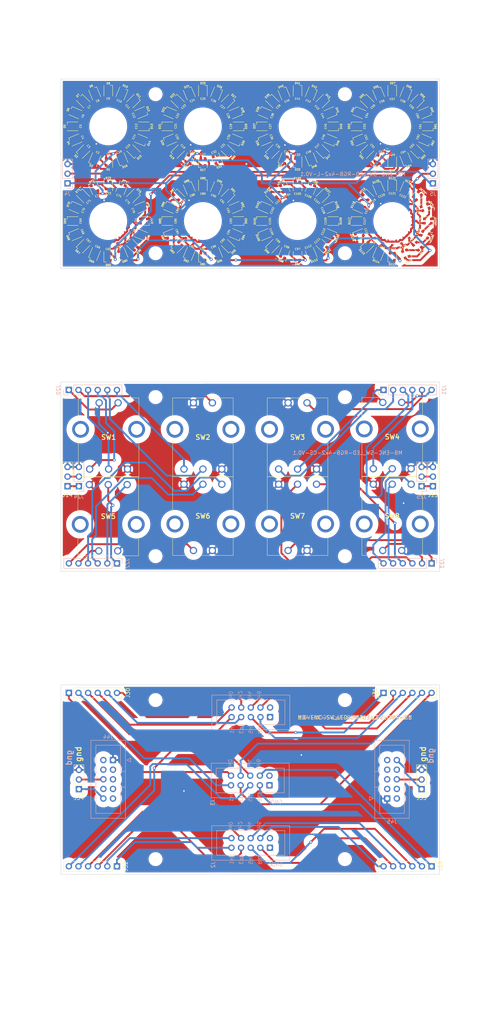
<source format=kicad_pcb>
(kicad_pcb (version 20221018) (generator pcbnew)
  (layers (0 "F.Cu" signal) (31 "B.Cu" signal) (34 "B.Paste" user) (35 "F.Paste" user) (36 "B.SilkS" user "B.Silkscreen") (37 "F.SilkS" user "F.Silkscreen") (38 "B.Mask" user) (39 "F.Mask" user) (44 "Edge.Cuts" user))
  (net 0 "")
  (net 1 "GND")
  (net 2 "+5V")
  (net 3 "Net-(J3-Pin_2)")
  (net 4 "C_SW7")
  (net 5 "C_SW8")
  (net 6 "C_ENC3B")
  (net 7 "C_ENC3A")
  (net 8 "C_ENC4B")
  (net 9 "C_ENC4A")
  (net 10 "C_ENC1B")
  (net 11 "C_ENC1A")
  (net 12 "C_ENC2B")
  (net 13 "C_ENC2A")
  (net 14 "C_ENC7B")
  (net 15 "C_ENC7A")
  (net 16 "C_ENC8B")
  (net 17 "C_ENC8A")
  (net 18 "C_ENC5B")
  (net 19 "C_ENC5A")
  (net 20 "C_ENC6B")
  (net 21 "C_ENC6A")
  (net 22 "C_SW5")
  (net 23 "C_SW6")
  (net 24 "C_SW1")
  (net 25 "C_SW2")
  (net 26 "C_SW3")
  (net 27 "C_SW4")
  (net 28 "SW1")
  (net 29 "ENC1A")
  (net 30 "ENC1B")
  (net 31 "SW2")
  (net 32 "ENC2A")
  (net 33 "ENC2B")
  (net 34 "SW3")
  (net 35 "ENC3A")
  (net 36 "ENC3B")
  (net 37 "SW4")
  (net 38 "ENC4A")
  (net 39 "ENC4B")
  (net 40 "GND1")
  (net 41 "Net-(J15-Pin_2)")
  (net 42 "SW5")
  (net 43 "ENC5A")
  (net 44 "ENC5B")
  (net 45 "SW6")
  (net 46 "ENC6A")
  (net 47 "ENC6B")
  (net 48 "SW7")
  (net 49 "ENC7A")
  (net 50 "ENC7B")
  (net 51 "SW8")
  (net 52 "Net-(J14-Pin_2)")
  (net 53 "Net-(J34-Pin_2)")
  (net 54 "Net-(J35-Pin_2)")
  (net 55 "Net-(D1-DO)")
  (net 56 "Net-(D1-DI)")
  (net 57 "Net-(D2-DO)")
  (net 58 "Net-(D3-DO)")
  (net 59 "Net-(D4-DO)")
  (net 60 "Net-(D5-DO)")
  (net 61 "Net-(D6-DO)")
  (net 62 "Net-(D7-DO)")
  (net 63 "Net-(D8-DO)")
  (net 64 "Net-(D10-DI)")
  (net 65 "Net-(D10-DO)")
  (net 66 "Net-(D11-DO)")
  (net 67 "Net-(D12-DO)")
  (net 68 "Net-(D13-DO)")
  (net 69 "Net-(D14-DO)")
  (net 70 "Net-(D15-DO)")
  (net 71 "Net-(D16-DO)")
  (net 72 "Net-(D17-DO)")
  (net 73 "Net-(D18-DO)")
  (net 74 "Net-(D19-DO)")
  (net 75 "Net-(D20-DO)")
  (net 76 "Net-(D21-DO)")
  (net 77 "Net-(D22-DO)")
  (net 78 "Net-(D23-DO)")
  (net 79 "Net-(D24-DO)")
  (net 80 "Net-(D25-DO)")
  (net 81 "Net-(D26-DO)")
  (net 82 "Net-(D27-DO)")
  (net 83 "Net-(D28-DO)")
  (net 84 "Net-(D29-DO)")
  (net 85 "Net-(D30-DO)")
  (net 86 "Net-(D31-DO)")
  (net 87 "Net-(D32-DO)")
  (net 88 "Net-(D33-DO)")
  (net 89 "Net-(D34-DO)")
  (net 90 "Net-(D35-DO)")
  (net 91 "Net-(D36-DO)")
  (net 92 "Net-(D37-DO)")
  (net 93 "Net-(D38-DO)")
  (net 94 "Net-(D39-DO)")
  (net 95 "Net-(D40-DO)")
  (net 96 "Net-(D41-DO)")
  (net 97 "Net-(D42-DO)")
  (net 98 "Net-(D43-DO)")
  (net 99 "Net-(D44-DO)")
  (net 100 "Net-(D45-DO)")
  (net 101 "Net-(D46-DO)")
  (net 102 "Net-(D47-DO)")
  (net 103 "Net-(D48-DO)")
  (net 104 "Net-(D49-DO)")
  (net 105 "Net-(D50-DO)")
  (net 106 "Net-(D51-DO)")
  (net 107 "Net-(D52-DO)")
  (net 108 "Net-(D53-DO)")
  (net 109 "Net-(D54-DO)")
  (net 110 "Net-(D55-DO)")
  (net 111 "Net-(D56-DO)")
  (net 112 "Net-(D57-DO)")
  (net 113 "Net-(D58-DO)")
  (net 114 "Net-(D59-DO)")
  (net 115 "Net-(D60-DO)")
  (net 116 "Net-(D61-DO)")
  (net 117 "Net-(D62-DO)")
  (net 118 "Net-(D63-DO)")
  (net 119 "Net-(D64-DO)")
  (net 120 "Net-(D65-DO)")
  (net 121 "Net-(D66-DO)")
  (net 122 "Net-(D67-DO)")
  (net 123 "Net-(D68-DO)")
  (net 124 "Net-(D69-DO)")
  (net 125 "Net-(D70-DO)")
  (net 126 "Net-(D71-DO)")
  (net 127 "Net-(D72-DO)")
  (net 128 "Net-(D73-DO)")
  (net 129 "Net-(D74-DO)")
  (net 130 "Net-(D75-DO)")
  (net 131 "Net-(D76-DO)")
  (net 132 "Net-(D77-DO)")
  (net 133 "Net-(D78-DO)")
  (net 134 "Net-(D79-DO)")
  (net 135 "Net-(D80-DO)")
  (net 136 "Net-(D81-DO)")
  (net 137 "Net-(D82-DO)")
  (net 138 "Net-(D83-DO)")
  (net 139 "Net-(D84-DO)")
  (net 140 "Net-(D85-DO)")
  (net 141 "Net-(D86-DO)")
  (net 142 "Net-(D87-DO)")
  (net 143 "Net-(D88-DO)")
  (net 144 "Net-(D89-DO)")
  (net 145 "Net-(D90-DO)")
  (net 146 "Net-(D91-DO)")
  (net 147 "Net-(D92-DO)")
  (net 148 "Net-(D93-DO)")
  (net 149 "Net-(D94-DO)")
  (net 150 "Net-(D95-DO)")
  (net 151 "Net-(D96-DO)")
  (net 152 "Net-(D97-DO)")
  (net 153 "Net-(D98-DO)")
  (net 154 "Net-(D100-DI)")
  (net 155 "Net-(D100-DO)")
  (net 156 "Net-(D101-DO)")
  (net 157 "Net-(D102-DO)")
  (net 158 "Net-(D103-DO)")
  (net 159 "Net-(D104-DO)")
  (net 160 "Net-(D105-DO)")
  (net 161 "Net-(D106-DO)")
  (net 162 "Net-(D107-DO)")
  (net 163 "Net-(D108-DO)")
  (net 164 "Net-(D109-DO)")
  (net 165 "Net-(D110-DO)")
  (net 166 "Net-(D111-DO)")
  (net 167 "Net-(D112-DO)")
  (net 168 "Net-(D113-DO)")
  (net 169 "Net-(D114-DO)")
  (net 170 "Net-(D115-DO)")
  (net 171 "Net-(D116-DO)")
  (net 172 "Net-(D117-DO)")
  (net 173 "Net-(D118-DO)")
  (net 174 "Net-(D119-DO)")
  (net 175 "Net-(D120-DO)")
  (net 176 "Net-(D121-DO)")
  (net 177 "Net-(D122-DO)")
  (net 178 "Net-(D123-DO)")
  (net 179 "Net-(D124-DO)")
  (net 180 "Net-(D125-DO)")
  (net 181 "Net-(D126-DO)")
  (net 182 "Net-(D127-DO)")
  (net 183 "Net-(D128-DO)")
  (net 184 "+5VA")
  (net 192 "GNDA")
  (net 193 "+5VD")
  (net 201 "ENC8B")
  (net 202 "ENC8A")
  (net 203 "Net-(J14-Pin_1)")
  (net 204 "Net-(J15-Pin_1)")
  (footprint "ksir 2022:CAPC1005X55N" (layer "F.Cu") (at 168.405217 112.5)
    (fp_text reference "C45")
    (fp_text value "100nf" hide)
  )
  (footprint "ksir 2022:LED_WS2812B-2020_PLCC4_2.0x2.0mm" (layer "F.Cu") (at 166.099221 128.810713 -112.5)
    (fp_text reference "D106")
    (fp_text value "WS2812-2020")
  )
  (footprint "ksir 2022:LED_WS2812B-2020_PLCC4_2.0x2.0mm" (layer "F.Cu") (at 130.849507 144.145276 45)
    (fp_text reference "D83")
    (fp_text value "WS2812-2020")
  )
  (footprint "ksir 2022:CAPC1005X55N" (layer "F.Cu") (at 158.324381 133.324381 135)
    (fp_text reference "C103")
    (fp_text value "100nf" hide)
  )
  (footprint "ksir 2022:CAPC1005X55N" (layer "F.Cu") (at 112.513596 118.39663 -90)
    (fp_text reference "C1")
    (fp_text value "100nf" hide)
  )
  (footprint "ksir 2022:LED_WS2812B-2020_PLCC4_2.0x2.0mm" (layer "F.Cu") (at 191.099221 128.810713 -112.5)
    (fp_text reference "D122")
    (fp_text value "WS2812-2020")
  )
  (footprint "ksir 2022:PEC164120FS0012" (layer "F.Cu") (at 167.5 207 180)
    (fp_text reference "SW7")
    (fp_text value "PEC16-4XXXF-SXXXX" hide)
  )
  (footprint "ksir 2022:LED_WS2812B-2020_PLCC4_2.0x2.0mm" (layer "F.Cu") (at 121.202883 108.892192 -157.5)
    (fp_text reference "D12")
    (fp_text value "WS2812-2020")
  )
  (footprint "ksir 2022:CAPC1005X55N" (layer "F.Cu") (at 189.759829 117.955709 -67.5)
    (fp_text reference "C64")
    (fp_text value "100nf" hide)
  )
  (footprint "ksir 2022:LED_WS2812B-2020_PLCC4_2.0x2.0mm" (layer "F.Cu") (at 103.810713 133.900779 -22.5)
    (fp_text reference "D70")
    (fp_text value "WS2812-2020")
  )
  (footprint "ksir 2022:CAPC1005X55N" (layer "F.Cu") (at 167.955709 114.759829 -22.5)
    (fp_text reference "C46")
    (fp_text value "100nf" hide)
  )
  (footprint "ksir 2022:CAPC1005X55N" (layer "F.Cu") (at 114.759829 132.044291 67.5)
    (fp_text reference "C74")
    (fp_text value "100nf" hide)
  )
  (footprint "ksir 2022:CAPC1005X55N" (layer "F.Cu") (at 108.337977 116.667032 -135)
    (fp_text reference "C3")
    (fp_text value "100nf" hide)
  )
  (footprint "ksir 2022:LED_WS2812B-2020_PLCC4_2.0x2.0mm" (layer "F.Cu") (at 130.849507 105.849507 -45)
    (fp_text reference "D23")
    (fp_text value "WS2812-2020")
  )
  (footprint "ksir 2022:LED_WS2812B-2020_PLCC4_2.0x2.0mm" (layer "F.Cu") (at 121.202883 116.090634 157.5)
    (fp_text reference "D14")
    (fp_text value "WS2812-2020")
  )
  (footprint "MountingHole:MountingHole_3.2mm_M3" (layer "F.Cu") (at 175 184)
    (fp_text reference "H15" hide)
    (fp_text value "MountingHole" hide)
  )
  (footprint "ksir 2022:LED_WS2812B-2020_PLCC4_2.0x2.0mm" (layer "F.Cu") (at 103.108379 112.491413)
    (fp_text reference "D5")
    (fp_text value "WS2812-2020")
  )
  (footprint "ksir 2022:CAPC1005X55N" (layer "F.Cu") (at 192.955709 110.240171 22.5)
    (fp_text reference "C60")
    (fp_text value "100nf" hide)
  )
  (footprint "ksir 2022:LED_WS2812B-2020_PLCC4_2.0x2.0mm" (layer "F.Cu") (at 196.189287 116.099221 157.5)
    (fp_text reference "D62")
    (fp_text value "WS2812-2020")
  )
  (footprint "ksir 2022:CAPC1005X55N" (layer "F.Cu") (at 168.405217 137.5)
    (fp_text reference "C109")
    (fp_text value "100nf" hide)
  )
  (footprint "ksir 2022:LED_WS2812B-2020_PLCC4_2.0x2.0mm" (layer "F.Cu") (at 103.810713 141.099221 22.5)
    (fp_text reference "D68")
    (fp_text value "WS2812-2020")
  )
  (footprint "Connector_PinHeader_2.54mm:PinHeader_1x03_P2.54mm_Vertical" (layer "F.Cu") (at 198.25 207.525 180)
    (fp_text reference "J15")
    (fp_text value "Conn_01x06_Pin")
  )
  (footprint "ksir 2022:LED_WS2812B-2020_PLCC4_2.0x2.0mm" (layer "F.Cu") (at 187.5 103.094783 -90)
    (fp_text reference "D57")
    (fp_text value "WS2812-2020")
  )
  (footprint "ksir 2022:LED_WS2812B-2020_PLCC4_2.0x2.0mm" (layer "F.Cu") (at 137.5 103.094783 -90)
    (fp_text reference "D25")
    (fp_text value "WS2812-2020")
  )
  (footprint "ksir 2022:CAPC1005X55N" (layer "F.Cu") (at 137.5 118.405217 -90)
    (fp_text reference "C17")
    (fp_text value "100nf" hide)
  )
  (footprint "ksir 2022:LED_WS2812B-2020_PLCC4_2.0x2.0mm" (layer "F.Cu") (at 162.5 146.905217 90)
    (fp_text reference "D97")
    (fp_text value "WS2812-2020")
  )
  (footprint "ksir 2022:LED_WS2812B-2020_PLCC4_2.0x2.0mm" (layer "F.Cu") (at 169.150493 119.150493 135)
    (fp_text reference "D47")
    (fp_text value "WS2812-2020")
  )
  (footprint "ksir 2022:LED_WS2812B-2020_PLCC4_2.0x2.0mm" (layer "F.Cu") (at 191.099221 121.189287 112.5)
    (fp_text reference "D64")
    (fp_text value "WS2812-2020")
  )
  (footprint "lib 2022 ksir:Hole_9.5mm" (layer "F.Cu") (at 112.5 137.5)
    (fp_text reference "H9" hide)
    (fp_text value "MountingHole" hide)
  )
  (footprint "ksir 2022:CAPC1005X55N" (layer "F.Cu") (at 142.955709 114.759829 -22.5)
    (fp_text reference "C30")
    (fp_text value "100nf" hide)
  )
  (footprint "ksir 2022:CAPC1005X55N" (layer "F.Cu") (at 158.324381 108.324381 135)
    (fp_text reference "C39")
    (fp_text value "100nf" hide)
  )
  (footprint "Connector_PinHeader_2.54mm:PinHeader_1x06_P2.54mm_Vertical" (layer "F.Cu") (at 185.2 262.1 90)
    (fp_text reference "J31")
    (fp_text value "Conn_01x06_Pin" hide)
  )
  (footprint "ksir 2022:LED_WS2812B-2020_PLCC4_2.0x2.0mm" (layer "F.Cu") (at 183.900779 121.189287 67.5)
    (fp_text reference "D50")
    (fp_text value "WS2812-2020")
  )
  (footprint "ksir 2022:CAPC1005X55N" (layer "F.Cu") (at 116.675619 141.675619 -45)
    (fp_text reference "C79")
    (fp_text value "100nf" hide)
  )
  (footprint "ksir 2022:LED_WS2812B-2020_PLCC4_2.0x2.0mm" (layer "F.Cu") (at 108.914375 121.1807 67.5)
    (fp_text reference "D2")
    (fp_text value "WS2812-2020")
  )
  (footprint "ksir 2022:LED_WS2812B-2020_PLCC4_2.0x2.0mm" (layer "F.Cu") (at 137.5 121.905217 90)
    (fp_text reference "D17")
    (fp_text value "WS2812-2020")
  )
  (footprint "MountingHole:MountingHole_3.2mm_M3" (layer "F.Cu") (at 175 146)
    (fp_text reference "H4" hide)
    (fp_text value "MountingHole" hide)
  )
  (footprint "ksir 2022:CAPC1005X55N" (layer "F.Cu") (at 141.675619 108.324381 45)
    (fp_text reference "C27")
    (fp_text value "100nf" hide)
  )
  (footprint "ksir 2022:LED_WS2812B-2020_PLCC4_2.0x2.0mm" (layer "F.Cu") (at 108.914375 103.802126 -67.5)
    (fp_text reference "D8")
    (fp_text value "WS2812-2020")
  )
  (footprint "ksir 2022:CAPC1005X55N" (layer "F.Cu") (at 110.253767 117.947122 -112.5)
    (fp_text reference "C2")
    (fp_text value "100nf" hide)
  )
  (footprint "ksir 2022:CAPC1005X55N" (layer "F.Cu") (at 117.955709 135.240171 22.5)
    (fp_text reference "C76")
    (fp_text value "100nf" hide)
  )
  (footprint "Connector_PinHeader_2.54mm:PinHeader_1x03_P2.54mm_Vertical" (layer "F.Cu") (at 195.25 287.525 180)
    (fp_text reference "J35")
    (fp_text value "Conn_01x06_Pin" hide)
  )
  (footprint "ksir 2022:CAPC1005X55N" (layer "F.Cu") (at 182.044291 114.759829 -157.5)
    (fp_text reference "C52")
    (fp_text value "100nf" hide)
  )
  (footprint "ksir 2022:CAPC1005X55N" (layer "F.Cu") (at 189.759829 142.955709 -67.5)
    (fp_text reference "C128")
    (fp_text value "100nf" hide)
  )
  (footprint "MountingHole:MountingHole_3.2mm_M3" (layer "F.Cu") (at 125 146)
    (fp_text reference "H3" hide)
    (fp_text value "MountingHole" hide)
  )
  (footprint "ksir 2022:LED_WS2812B-2020_PLCC4_2.0x2.0mm" (layer "F.Cu") (at 153.810713 108.900779 -22.5)
    (fp_text reference "D38")
    (fp_text value "WS2812-2020")
  )
  (footprint "ksir 2022:LED_WS2812B-2020_PLCC4_2.0x2.0mm" (layer "F.Cu") (at 146.905217 112.5 180)
    (fp_text reference "D29")
    (fp_text value "WS2812-2020")
  )
  (footprint "ksir 2022:CAPC1005X55N" (layer "F.Cu") (at 187.5 106.594783 90)
    (fp_text reference "C57")
    (fp_text value "100nf" hide)
  )
  (footprint "ksir 2022:LED_WS2812B-2020_PLCC4_2.0x2.0mm" (layer "F.Cu") (at 178.810713 116.099221 22.5)
    (fp_text reference "D52")
    (fp_text value "WS2812-2020")
  )
  (footprint "ksir 2022:LED_WS2812B-2020_PLCC4_2.0x2.0mm" (layer "F.Cu") (at 196.189287 141.099221 157.5)
    (fp_text reference "D126")
    (fp_text value "WS2812-2020")
  )
  (footprint "ksir 2022:CAPC1005X55N" (layer "F.Cu") (at 139.759829 142.950492 -67.5)
    (fp_text reference "C96")
    (fp_text value "100nf" hide)
  )
  (footprint "ksir 2022:CAPC1005X55N" (layer "F.Cu") (at 191.675619 133.324381 45)
    (fp_text reference "C123")
    (fp_text value "100nf" hide)
  )
  (footprint "ksir 2022:CAPC1005X55N" (layer "F.Cu") (at 167.955709 139.759829 -22.5)
    (fp_text reference "C110")
    (fp_text value "100nf" hide)
  )
  (footprint "ksir 2022:CAPC1005X55N" (layer "F.Cu") (at 141.675619 133.319164 45)
    (fp_text reference "C91")
    (fp_text value "100nf" hide)
  )
  (footprint "ksir 2022:LED_WS2812B-2020_PLCC4_2.0x2.0mm" (layer "F.Cu") (at 153.810713 141.099221 22.5)
    (fp_text reference "D100")
    (fp_text value "WS2812-2020")
  )
  (footprint "ksir 2022:PEC164120FS0012" (layer "F.Cu") (at 117.5 207.1 180)
    (fp_text reference "SW5")
    (fp_text value "PEC16-4XXXF-SXXXX" hide)
  )
  (footprint "MountingHole:MountingHole_3.2mm_M3" (layer "F.Cu") (at 175 226)
    (fp_text reference "H19" hide)
    (fp_text value "MountingHole" hide)
  )
  (footprint "ksir 2022:LED_WS2812B-2020_PLCC4_2.0x2.0mm" (layer "F.Cu") (at 171.189287 116.099221 157.5)
    (fp_text reference "D46")
    (fp_text value "WS2812-2020")
  )
  (footprint "ksir 2022:LED_WS2812B-2020_PLCC4_2.0x2.0mm" (layer "F.Cu") (at 162.5 103.094783 -90)
    (fp_text reference "D41")
    (fp_text value "WS2812-2020")
  )
  (footprint "ksir 2022:CAPC1005X55N" (layer "F.Cu") (at 162.5 143.405217 -90)
    (fp_text reference "C97")
    (fp_text value "100nf" hide)
  )
  (footprint "ksir 2022:CAPC1005X55N" (layer "F.Cu") (at 132.044291 110.240171 157.5)
    (fp_text reference "C22")
    (fp_text value "100nf" hide)
  )
  (footprint "ksir 2022:CAPC1005X55N" (layer "F.Cu") (at 107.057887 110.231584 157.5)
    (fp_text reference "C6")
    (fp_text value "100nf" hide)
  )
  (footprint "ksir 2022:LED_WS2812B-2020_PLCC4_2.0x2.0mm" (layer "F.Cu") (at 144.150493 119.150493 135)
    (fp_text reference "D31")
    (fp_text value "WS2812-2020")
  )
  (footprint "ksir 2022:CAPC1005X55N" (layer "F.Cu") (at 183.324381 133.324381 135)
    (fp_text reference "C119")
    (fp_text value "100nf" hide)
  )
  (footprint "ksir 2022:CAPC1005X55N" (layer "F.Cu") (at 114.773425 107.035704 67.5)
    (fp_text reference "C10")
    (fp_text value "100nf" hide)
  )
  (footprint "ksir 2022:LED_WS2812B-2020_PLCC4_2.0x2.0mm" (layer "F.Cu") (at 153.094783 112.5)
    (fp_text reference "D37")
    (fp_text value "WS2812-2020")
  )
  (footprint "ksir 2022:LED_WS2812B-2020_PLCC4_2.0x2.0mm" (layer "F.Cu") (at 116.112817 121.1807 112.5)
    (fp_text reference "D16")
    (fp_text value "WS2812-2020")
  )
  (footprint "ksir 2022:LED_WS2812B-2020_PLCC4_2.0x2.0mm" (layer "F.Cu") (at 158.900779 128.810713 -67.5)
    (fp_text reference "D104")
    (fp_text value "WS2812-2020")
  )
  (footprint "ksir 2022:CAPC1005X55N" (layer "F.Cu") (at 156.594783 112.5 180)
    (fp_text reference "C37")
    (fp_text value "100nf" hide)
  )
  (footprint "Connector_PinHeader_2.54mm:PinHeader_1x03_P2.54mm_Vertical" (layer "F.Cu") (at 101.75 207.525 180)
    (fp_text reference "J14")
    (fp_text value "Conn_01x06_Pin")
  )
  (footprint "ksir 2022:LED_WS2812B-2020_PLCC4_2.0x2.0mm" (layer "F.Cu") (at 146.189287 133.895562 -157.5)
    (fp_text reference "D92")
    (fp_text value "WS2812-2020")
  )
  (footprint "ksir 2022:CAPC1005X55N" (layer "F.Cu") (at 164.759829 142.955709 -67.5)
    (fp_text reference "C112")
    (fp_text value "100nf" hide)
  )
  (footprint "ksir 2022:CAPC1005X55N" (layer "F.Cu") (at 116.689215 108.315794 45)
    (fp_text reference "C11")
    (fp_text value "100nf" hide)
  )
  (footprint "ksir 2022:LED_WS2812B-2020_PLCC4_2.0x2.0mm" (layer "F.Cu") (at 180.849507 144.150493 45)
    (fp_text reference "D115")
    (fp_text value "WS2812-2020")
  )
  (footprint "ksir 2022:CAPC1005X55N" (layer "F.Cu") (at 106.608379 112.491413 180)
    (fp_text reference "C5")
    (fp_text value "100nf" hide)
  )
  (footprint "ksir 2022:LED_WS2812B-2020_PLCC4_2.0x2.0mm" (layer "F.Cu") (at 153.810713 133.900779 -22.5)
    (fp_text reference "D102")
    (fp_text value "WS2812-2020")
  )
  (footprint "ksir 2022:LED_WS2812B-2020_PLCC4_2.0x2.0mm" (layer "F.Cu") (at 162.5 128.094783 -90)
    (fp_text reference "D105")
    (fp_text value "WS2812-2020")
  )
  (footprint "ksir 2022:LED_WS2812B-2020_PLCC4_2.0x2.0mm" (layer "F.Cu") (at 128.094783 137.494783)
    (fp_text reference "D85")
    (fp_text value "WS2812-2020")
  )
  (footprint "ksir 2022:CAPC1005X55N" (layer "F.Cu") (at 143.405217 137.494783)
    (fp_text reference "C93")
    (fp_text value "100nf" hide)
  )
  (footprint "ksir 2022:CAPC1005X55N" (layer "F.Cu") (at 110.240171 142.955709 -112.5)
    (fp_text reference "C66")
    (fp_text value "100nf" hide)
  )
  (footprint "ksir 2022:CAPC1005X55N" (layer "F.Cu") (at 167.955709 110.240171 22.5)
    (fp_text reference "C44")
    (fp_text value "100nf" hide)
  )
  (footprint "ksir 2022:CAPC1005X55N" (layer "F.Cu") (at 139.759829 107.044291 67.5)
    (fp_text reference "C26")
    (fp_text value "100nf" hide)
  )
  (footprint "ksir 2022:LED_WS2812B-2020_PLCC4_2.0x2.0mm" (layer "F.Cu") (at 194.150493 130.849507 -135)
    (fp_text reference "D123")
    (fp_text value "WS2812-2020")
  )
  (footprint "ksir 2022:CAPC1005X55N" (layer "F.Cu") (at 182.044291 110.240171 157.5)
    (fp_text reference "C54")
    (fp_text value "100nf" hide)
  )
  (footprint "ksir 2022:CAPC1005X55N" (layer "F.Cu") (at 117.969305 110.231584 22.5)
    (fp_text reference "C12")
    (fp_text value "100nf" hide)
  )
  (footprint "ksir 2022:CAPC1005X55N" (layer "F.Cu") (at 183.324381 108.324381 135)
    (fp_text reference "C55")
    (fp_text value "100nf" hide)
  )
  (footprint "ksir 2022:CAPC1005X55N" (layer "F.Cu") (at 157.044291 114.759829 -157.5)
    (fp_text reference "C36")
    (fp_text value "100nf" hide)
  )
  (footprint "ksir 2022:CAPC1005X55N" (layer "F.Cu") (at 141.675619 141.670402 -45)
    (fp_text reference "C95")
    (fp_text value "100nf" hide)
  )
  (footprint "ksir 2022:LED_WS2812B-2020_PLCC4_2.0x2.0mm" (layer "F.Cu") (at 169.150493 144.150493 135)
    (fp_text reference "D111")
    (fp_text value "WS2812-2020")
  )
  (footprint "ksir 2022:LED_WS2812B-2020_PLCC4_2.0x2.0mm" (layer "F.Cu") (at 153.810713 116.099221 22.5)
    (fp_text reference "D36")
    (fp_text value "WS2812-2020")
  )
  (footprint "ksir 2022:LED_WS2812B-2020_PLCC4_2.0x2.0mm" (layer "F.Cu") (at 194.150493 144.150493 135)
    (fp_text reference "D127")
    (fp_text value "WS2812-2020")
  )
  (footprint "ksir 2022:CAPC1005X55N" (layer "F.Cu") (at 189.759829 107.044291 67.5)
    (fp_text reference "C58")
    (fp_text value "100nf" hide)
  )
  (footprint "ksir 2022:CAPC1005X55N" (layer "F.Cu") (at 167.955709 135.240171 22.5)
    (fp_text reference "C108")
    (fp_text value "100nf" hide)
  )
  (footprint "ksir 2022:CAPC1005X55N" (layer "F.Cu") (at 135.240171 107.044291 112.5)
    (fp_text reference "C24")
    (fp_text value "100nf" hide)
  )
  (footprint "ksir 2022:LED_WS2812B-2020_PLCC4_2.0x2.0mm" (layer "F.Cu") (at 171.905217 137.5 180)
    (fp_text reference "D109")
    (fp_text value "WS2812-2020")
  )
  (footprint "ksir 2022:CAPC1005X55N" (layer "F.Cu") (at 158.324381 116.675619 -135)
    (fp_text reference "C35")
    (fp_text value "100nf" hide)
  )
  (footprint "ksir 2022:CAPC1005X55N" (layer "F.Cu") (at 191.675619 141.675619 -45)
    (fp_text reference "C127")
    (fp_text value "100nf" hide)
  )
  (footprint "ksir 2022:CAPC1005X55N" (layer "F.Cu") (at 135.240171 142.950492 -112.5)
    (fp_text reference "C82")
    (fp_text value "100nf" hide)
  )
  (footprint "ksir 2022:CAPC1005X55N" (layer "F.Cu") (at 191.675619 108.324381 45)
    (fp_text reference "C59")
    (fp_text value "100nf" hide)
  )
  (footprint "ksir 2022:LED_WS2812B-2020_PLCC4_2.0x2.0mm" (layer "F.Cu") (at 137.5 128.089566 -90)
    (fp_text reference "D89")
    (fp_text value "WS2812-2020")
  )
  (footprint "ksir 2022:LED_WS2812B-2020_PLCC4_2.0x2.0mm" (layer "F.Cu") (at 196.189287 108.900779 -157.5)
    (fp_text reference "D60")
    (fp_text value "WS2812-2020")
  )
  (footprint "ksir 2022:LED_WS2812B-2020_PLCC4_2.0x2.0mm" (layer "F.Cu") (at 155.849507 105.849507 -45)
    (fp_text reference "D39")
    (fp_text value "WS2812-2020")
  )
  (footprint "ksir 2022:LED_WS2812B-2020_PLCC4_2.0x2.0mm" (layer "F.Cu") (at 128.810713 108.900779 -22.5)
    (fp_text reference "D22")
    (fp_text value "WS2812-2020")
  )
  (footprint "ksir 2022:LED_WS2812B-2020_PLCC4_2.0x2.0mm" (layer "F.Cu") (at 158.900779 146.189287 67.5)
    (fp_text reference "D98")
    (fp_text value "WS2812-2020")
  )
  (footprint "MountingHole:MountingHole_3.2mm_M3" (layer "F.Cu") (at 175 306)
    (fp_text reference "H20" hide)
    (fp_text value "MountingHole" hide)
  )
  (footprint "lib 2022 ksir:Hole_9.5mm" (layer "F.Cu") (at 162.5 137.5)
    (fp_text reference "H11" hide)
    (fp_text value "MountingHole" hide)
  )
  (footprint "ksir 2022:CAPC1005X55N" (layer "F.Cu") (at 137.5 131.589566 90)
    (fp_text reference "C89")
    (fp_text value "100nf" hide)
  )
  (footprint "ksir 2022:CAPC1005X55N" (layer "F.Cu") (at 133.324381 108.324381 135)
    (fp_text reference "C23")
    (fp_text value "100nf" hide)
  )
  (footprint "ksir 2022:CAPC1005X55N" (layer "F.Cu") (at 137.5 106.594783 90)
    (fp_text reference "C25")
    (fp_text value "100nf" hide)
  )
  (footprint "ksir 2022:CAPC1005X55N" (layer "F.Cu") (at 185.240171 107.044291 112.5)
    (fp_text reference "C56")
    (fp_text value "100nf" hide)
  )
  (footprint "ksir 2022:CAPC1005X55N" (layer "F.Cu") (at 139.759829 117.955709 -67.5)
    (fp_text reference "C32")
    (fp_text value "100nf" hide)
  )
  (footprint "ksir 2022:LED_WS2812B-2020_PLCC4_2.0x2.0mm" (layer "F.Cu") (at 194.150493 119.150493 135)
    (fp_text reference "D63")
    (fp_text value "WS2812-2020")
  )
  (footprint "ksir 2022:LED_WS2812B-2020_PLCC4_2.0x2.0mm" (layer "F.Cu") (at 103.824309 116.090634 22.5)
    (fp_text reference "D4")
    (fp_text value "WS2812-2020")
  )
  (footprint "ksir 2022:CAPC1005X55N" (layer "F.Cu") (at 182.044291 135.240171 157.5)
    (fp_text reference "C118")
    (fp_text value "100nf" hide)
  )
  (footprint "Connector_PinHeader_2.54mm:PinHeader_1x03_P2.54mm_Vertical" (layer "F.Cu") (at 104.75 287.525 180)
    (fp_text reference "J34")
    (fp_text value "Conn_01x06_Pin" hide)
  )
  (footprint "ksir 2022:LED_WS2812B-2020_PLCC4_2.0x2.0mm" (layer "F.Cu") (at 141.099221 128.805496 -112.5)
    (fp_text reference "D90")
    (fp_text value "WS2812-2020")
  )
  (footprint "ksir 2022:CAPC1005X55N" (layer "F.Cu") (at 164.759829 107.044291 67.5)
    (fp_text reference "C42")
    (fp_text value "100nf" hide)
  )
  (footprint "ksir 2022:CAPC1005X55N" (layer "F.Cu") (at 118.418813 112.491413)
    (fp_text reference "C13")
    (fp_text value "100nf" hide)
  )
  (footprint "ksir 2022:CAPC1005X55N" (layer "F.Cu") (at 118.405217 137.5)
    (fp_text reference "C77")
    (fp_text value "100nf" hide)
  )
  (footprint "ksir 2022:CAPC1005X55N" (layer "F.Cu") (at 160.240171 142.955709 -112.5)
    (fp_text reference "C98")
    (fp_text value "100nf" hide)
  )
  (footprint "ksir 2022:CAPC1005X55N" (layer "F.Cu") (at 187.5 118.405217 -90)
    (fp_text reference "C49")
    (fp_text value "100nf" hide)
  )
  (footprint "ksir 2022:CAPC1005X55N" (layer "F.Cu") (at 166.675619 116.675619 -45)
    (fp_text reference "C47")
    (fp_text value "100nf" hide)
  )
  (footprint "ksir 2022:LED_WS2812B-2020_PLCC4_2.0x2.0mm" (layer "F.Cu") (at 133.900779 146.18407 67.5)
    (fp_text reference "D82")
    (fp_text value "WS2812-2020")
  )
  (footprint "ksir 2022:CAPC1005X55N" (layer "F.Cu") (at 192.955709 135.240171 22.5)
    (fp_text reference "C124")
    (fp_text value "100nf" hide)
  )
  (footprint "ksir 2022:CAPC1005X55N" (layer "F.Cu") (at 107.044291 139.759829 -157.5)
    (fp_text reference "C68")
    (fp_text value "100nf" hide)
  )
  (footprint "ksir 2022:CAPC1005X55N" (layer "F.Cu") (at 131.594783 137.494783 180)
    (fp_text reference "C85")
    (fp_text value "100nf" hide)
  )
  (footprint "ksir 2022:LED_WS2812B-2020_PLCC4_2.0x2.0mm" (layer "F.Cu") (at 121.905217 137.5 180)
    (fp_text reference "D77")
    (fp_text value "WS2812-2020")
  )
  (footprint "ksir 2022:LED_WS2812B-2020_PLCC4_2.0x2.0mm" (layer "F.Cu") (at 112.513596 121.89663 90)
    (fp_text reference "D1")
    (fp_text value "WS2812-2020")
  )
  (footprint "ksir 2022:LED_WS2812B-2020_PLCC4_2.0x2.0mm" (layer "F.Cu") (at 108.900779 146.189287 67.5)
    (fp_text reference "D66")
    (fp_text value "WS2812-2020")
  )
  (footprint "ksir 2022:LED_WS2812B-2020_PLCC4_2.0x2.0mm" (layer "F.Cu") (at 196.905217 137.5 180)
    (fp_text reference "D125")
    (fp_text value "WS2812-2020")
  )
  (footprint "ksir 2022:CAPC1005X55N" (layer "F.Cu") (at 110.240171 132.044291 112.5)
    (fp_text reference "C72")
    (fp_text value "100nf" hide)
  )
  (footprint "ksir 2022:LED_WS2812B-2020_PLCC4_2.0x2.0mm" (layer "F.Cu") (at 141.099221 103.810713 -112.5)
    (fp_text reference "D26")
    (fp_text value "WS2812-2020")
  )
  (footprint "ksir 2022:CAPC1005X55N" (layer "F.Cu") (at 193.405217 137.5)
    (fp_text reference "C125")
    (fp_text value "100nf" hide)
  )
  (footprint "MountingHole:MountingHole_3.2mm_M3" (layer "F.Cu") (at 175 264)
    (fp_text reference "H16" hide)
    (fp_text value "MountingHole" hide)
  )
  (footprint "ksir 2022:LED_WS2812B-2020_PLCC4_2.0x2.0mm" (layer "F.Cu") (at 105.849507 130.849507 -45)
    (fp_text reference "D71")
    (fp_text value "WS2812-2020")
  )
  (footprint "ksir 2022:CAPC1005X55N" (layer "F.Cu") (at 117.955709 139.759829 -22.5)
    (fp_text reference "C78")
    (fp_text value "100nf" hide)
  )
  (footprint "ksir 2022:LED_WS2812B-2020_PLCC4_2.0x2.0mm" (layer "F.Cu") (at 121.189287 133.900779 -157.5)
    (fp_text reference "D76")
    (fp_text value "WS2812-2020")
  )
  (footprint "ksir 2022:PEC164120FS0012" (layer "F.Cu") (at 182.5 202.9)
    (fp_text reference "SW4")
    (fp_text value "PEC16-4XXXF-SXXXX" hide)
  )
  (footprint "ksir 2022:CAPC1005X55N" (layer "F.Cu") (at 135.240171 117.955709 -112.5)
    (fp_text reference "C18")
    (fp_text value "100nf" hide)
  )
  (footprint "ksir 2022:CAPC1005X55N" (layer "F.Cu") (at 116.675619 133.324381 45)
    (fp_text reference "C75")
    (fp_text value "100nf" hide)
  )
  (footprint "ksir 2022:CAPC1005X55N" (layer "F.Cu") (at 185.240171 132.044291 112.5)
    (fp_text reference "C120")
    (fp_text value "100nf" hide)
  )
  (footprint "ksir 2022:CAPC1005X55N" (layer "F.Cu") (at 142.955709 135.234954 22.5)
    (fp_text reference "C92")
    (fp_text value "100nf" hide)
  )
  (footprint "ksir 2022:CAPC1005X55N" (layer "F.Cu") (at 142.955709 110.240171 22.5)
    (fp_text reference "C28")
    (fp_text value "100nf" hide)
  )
  (footprint "ksir 2022:LED_WS2812B-2020_PLCC4_2.0x2.0mm" (layer "F.Cu") (at 166.099221 103.810713 -112.5)
    (fp_text reference "D42")
    (fp_text value "WS2812-2020")
  )
  (footprint "ksir 2022:CAPC1005X55N" (layer "F.Cu") (at 139.759829 132.039074 67.5)
    (fp_text reference "C90")
    (fp_text value "100nf" hide)
  )
  (footprint "ksir 2022:LED_WS2812B-2020_PLCC4_2.0x2.0mm" (layer "F.Cu") (at 141.099221 121.189287 112.5)
    (fp_text reference "D32")
    (fp_text value "WS2812-2020")
  )
  (footprint "ksir 2022:CAPC1005X55N" (layer "F.Cu") (at 187.5 131.594783 90)
    (fp_text reference "C121")
    (fp_text value "100nf" hide)
  )
  (footprint "ksir 2022:LED_WS2812B-2020_PLCC4_2.0x2.0mm" (layer "F.Cu") (at 116.099221 128.810713 -112.5)
    (fp_text reference "D74")
    (fp_text value "WS2812-2020")
  )
  (footprint "ksir 2022:LED_WS2812B-2020_PLCC4_2.0x2.0mm" (layer "F.Cu") (at 178.094783 112.5)
    (fp_text reference "D53")
    (fp_text value "WS2812-2020")
  )
  (footprint "ksir 2022:CAPC1005X55N" (layer "F.Cu") (at 160.240171 107.044291 112.5)
    (fp_text reference "C40")
    (fp_text value "100nf" hide)
  )
  (footprint "ksir 2022:CAPC1005X55N" (layer "F.Cu") (at 143.405217 112.5)
    (fp_text reference "C29")
    (fp_text value "100nf" hide)
  )
  (footprint "ksir 2022:CAPC1005X55N" (layer "F.Cu") (at 108.324381 141.675619 -135)
    (fp_text reference "C67")
    (fp_text value "100nf" hide)
  )
  (footprint "ksir 2022:CAPC1005X55N" (layer "F.Cu") (at 162.5 106.594783 90)
    (fp_text reference "C41")
    (fp_text value "100nf" hide)
  )
  (footprint "ksir 2022:LED_WS2812B-2020_PLCC4_2.0x2.0mm" (layer "F.Cu") (at 171.189287 133.900779 -157.5)
    (fp_text reference "D108")
    (fp_text value "WS2812-2020")
  )
  (footprint "ksir 2022:LED_WS2812B-2020_PLCC4_2.0x2.0mm" (layer "F.Cu") (at 146.189287 141.094004 157.5)
    (fp_text reference "D94")
    (fp_text value "WS2812-2020")
  )
  (footprint "ksir 2022:LED_WS2812B-2020_PLCC4_2.0x2.0mm" (layer "F.Cu") (at 119.164089 119.141906 135)
    (fp_text reference "D15")
    (fp_text value "WS2812-2020")
  )
  (footprint "ksir 2022:CAPC1005X55N" (layer "F.Cu") (at 112.513596 106.586196 90)
    (fp_text reference "C9")
    (fp_text value "100nf" hide)
  )
  (footprint "ksir 2022:CAPC1005X55N" (layer "F.Cu") (at 107.057887 114.751242 -157.5)
    (fp_text reference "C4")
    (fp_text value "100nf" hide)
  )
  (footprint "ksir 2022:CAPC1005X55N" (layer "F.Cu") (at 157.044291 135.240171 157.5)
    (fp_text reference "C102")
    (fp_text value "100nf" hide)
  )
  (footprint "ksir 2022:CAPC1005X55N" (layer "F.Cu") (at 114.773425 117.947122 -67.5)
    (fp_text reference "C16")
    (fp_text value "100nf" hide)
  )
  (footprint "ksir 2022:LED_WS2812B-2020_PLCC4_2.0x2.0mm" (layer "F.Cu") (at 183.900779 146.189287 67.5)
    (fp_text reference "D114")
    (fp_text value "WS2812-2020")
  )
  (footprint "lib 2022 ksir:Hole_9.5mm" (layer "F.Cu") (at 187.5 112.5)
    (fp_text reference "H8" hide)
    (fp_text value "MountingHole" hide)
  )
  (footprint "ksir 2022:LED_WS2812B-2020_PLCC4_2.0x2.0mm" (layer "F.Cu") (at 130.849507 130.84429 -45)
    (fp_text reference "D87")
    (fp_text value "WS2812-2020")
  )
  (footprint "lib 2022 ksir:Hole_9.5mm" (layer "F.Cu") (at 137.5 112.5)
    (fp_text reference "H6" hide)
    (fp_text value "MountingHole" hide)
  )
  (footprint "ksir 2022:CAPC1005X55N" (layer "F.Cu") (at 112.5 143.405217 -90)
    (fp_text reference "C65")
    (fp_text value "100nf" hide)
  )
  (footprint "ksir 2022:LED_WS2812B-2020_PLCC4_2.0x2.0mm" (layer "F.Cu") (at 105.863103 105.84092 -45)
    (fp_text reference "D7")
    (fp_text value "WS2812-2020")
  )
  (footprint "ksir 2022:LED_WS2812B-2020_PLCC4_2.0x2.0mm" (layer "F.Cu") (at 144.150493 105.849507 -135)
    (fp_text reference "D27")
    (fp_text value "WS2812-2020")
  )
  (footprint "ksir 2022:CAPC1005X55N" (layer "F.Cu") (at 107.044291 135.240171 157.5)
    (fp_text reference "C70")
    (fp_text value "100nf" hide)
  )
  (footprint "ksir 2022:LED_WS2812B-2020_PLCC4_2.0x2.0mm" (layer "F.Cu") (at 103.824309 108.892192 -22.5)
    (fp_text reference "D6")
    (fp_text value "WS2812-2020")
  )
  (footprint "ksir 2022:LED_WS2812B-2020_PLCC4_2.0x2.0mm" (layer "F.Cu") (at 128.810713 116.099221 22.5)
    (fp_text reference "D20")
    (fp_text value "WS2812-2020")
  )
  (footprint "ksir 2022:LED_WS2812B-2020_PLCC4_2.0x2.0mm" (layer "F.Cu") (at 171.905217 112.5 180)
    (fp_text reference "D45")
    (fp_text value "WS2812-2020")
  )
  (footprint "ksir 2022:LED_WS2812B-2020_PLCC4_2.0x2.0mm" (layer "F.Cu") (at 121.189287 141.099221 157.5)
    (fp_text reference "D78")
    (fp_text value "WS2812-2020")
  )
  (footprint "ksir 2022:LED_WS2812B-2020_PLCC4_2.0x2.0mm" (layer "F.Cu") (at 112.513596 103.086196 -90)
    (fp_text reference "D9")
    (fp_text value "WS2812-2020")
  )
  (footprint "ksir 2022:LED_WS2812B-2020_PLCC4_2.0x2.0mm" (layer "F.Cu") (at 112.5 128.094783 -90)
    (fp_text reference "D73")
    (fp_text value "WS2812-2020")
  )
  (footprint "ksir 2022:CAPC1005X55N" (layer "F.Cu") (at 106.594783 137.5 180)
    (fp_text reference "C69")
    (fp_text value "100nf" hide)
  )
  (footprint "ksir 2022:LED_WS2812B-2020_PLCC4_2.0x2.0mm" (layer "F.Cu") (at 183.900779 103.810713 -67.5)
    (fp_text reference "D56")
    (fp_text value "WS2812-2020")
  )
  (footprint "ksir 2022:CAPC1005X55N" (layer "F.Cu") (at 137.5 143.4 -90)
    (fp_text reference "C81")
    (fp_text value "100nf" hide)
  )
  (footprint "ksir 2022:PEC164120FS0012" (layer "F.Cu") (at 157.5 203)
    (fp_text reference "SW3")
    (fp_text value "PEC16-4XXXF-SXXXX" hide)
  )
  (footprint "ksir 2022:LED_WS2812B-2020_PLCC4_2.0x2.0mm" (layer "F.Cu") (at 178.810713 133.900779 -22.5)
    (fp_text reference "D118")
    (fp_text value "WS2812-2020")
  )
  (footprint "MountingHole:MountingHole_3.2mm_M3" (layer "F.Cu") (at 175 104)
    (fp_text reference "H2" hide)
    (fp_text value "MountingHole" hide)
  )
  (footprint "ksir 2022:CAPC1005X55N" (layer "F.Cu") (at 191.675619 116.675619 -45)
    (fp_text reference "C63")
    (fp_text value "100nf" hide)
  )
  (footprint "ksir 2022:CAPC1005X55N" (layer "F.Cu") (at 112.5 131.594783 90)
    (fp_text reference "C73")
    (fp_text value "100nf" hide)
  )
  (footprint "ksir 2022:LED_WS2812B-2020_PLCC4_2.0x2.0mm" (layer "F.Cu") (at 128.810713 141.094004 22.5)
    (fp_text reference "D84")
    (fp_text value "WS2812-2020")
  )
  (footprint "ksir 2022:CAPC1005X55N" (layer "F.Cu") (at 116.689215 116.667032 -45)
    (fp_text reference "C15")
    (fp_text value "100nf" hide)
  )
  (footprint "lib 2022 ksir:Hole_9.5mm" (layer "F.Cu") (at 112.5 112.5)
    (fp_text reference "H5" hide)
    (fp_text value "MountingHole" hide)
  )
  (footprint "ksir 2022:LED_WS2812B-2020_PLCC4_2.0x2.0mm" (layer "F.Cu") (at 128.094783 112.5)
    (fp_text reference "D21")
    (fp_text value "WS2812-2020")
  )
  (footprint "ksir 2022:CAPC1005X55N" (layer "F.Cu") (at 108.324381 133.324381 135)
    (fp_text reference "C71")
    (fp_text value "100nf" hide)
  )
  (footprint "ksir 2022:LED_WS2812B-2020_PLCC4_2.0x2.0mm" (layer "F.Cu") (at 133.900779 121.189287 67.5)
    (fp_text reference "D18")
    (fp_text value "WS2812-2020")
  )
  (footprint "ksir 2022:LED_WS2812B-2020_PLCC4_2.0x2.0mm" (layer "F.Cu") (at 171.189287 108.900779 -157.5)
    (fp_text reference "D44")
    (fp_text value "WS2812-2020")
  )
  (footprint "ksir 2022:CAPC1005X55N" (layer "F.Cu") (at 141.675619 116.675619 -45)
    (fp_text reference "C31")
    (fp_text value "100nf" hide)
  )
  (footprint "ksir 2022:LED_WS2812B-2020_PLCC4_2.0x2.0mm" (layer "F.Cu") (at 194.150493 105.849507 -135)
    (fp_text reference "D59")
    (fp_text value "WS2812-2020")
  )
  (footprint "ksir 2022:LED_WS2812B-2020_PLCC4_2.0x2.0mm" (layer "F.Cu") (at 180.849507 105.849507 -45)
    (fp_text reference "D55")
    (fp_text value "WS2812-2020")
  )
  (footprint "ksir 2022:LED_WS2812B-2020_PLCC4_2.0x2.0mm" (layer "F.Cu") (at 128.810713 133.895562 -22.5)
    (fp_text reference "D86")
    (fp_text value "WS2812-2020")
  )
  (footprint "MountingHole:MountingHole_3.2mm_M3" (layer "F.Cu") (at 125 306)
    (fp_text reference "H18" hide)
    (fp_text value "MountingHole" hide)
  )
  (footprint "ksir 2022:LED_WS2812B-2020_PLCC4_2.0x2.0mm" (layer "F.Cu") (at 155.849507 144.150493 45)
    (fp_text reference "D99")
    (fp_text value "WS2812-2020")
  )
  (footprint "ksir 2022:LED_WS2812B-2020_PLCC4_2.0x2.0mm" (layer "F.Cu") (at 105.863103 119.141906 45)
    (fp_text reference "D3")
    (fp_text value "WS2812-2020")
  )
  (footprint "ksir 2022:LED_WS2812B-2020_PLCC4_2.0x2.0mm" (layer "F.Cu") (at 166.099221 146.189287 112.5)
    (fp_text reference "D112")
    (fp_text value "WS2812-2020")
  )
  (footprint "ksir 2022:CAPC1005X55N" (layer "F.Cu") (at 132.044291 139.754612 -157.5)
    (fp_text reference "C84")
    (fp_text value "100nf" hide)
  )
  (footprint "ksir 2022:CAPC1005X55N" (layer "F.Cu") (at 183.324381 141.675619 -135)
    (fp_text reference "C115")
    (fp_text value "100nf" hide)
  )
  (footprint "MountingHole:MountingHole_3.2mm_M3" (layer "F.Cu") (at 125 264)
    (fp_text reference "H14" hide)
    (fp_text value "MountingHole" hide)
  )
  (footprint "ksir 2022:LED_WS2812B-2020_PLCC4_2.0x2.0mm" (layer "F.Cu") (at 180.849507 130.849507 -45)
    (fp_text reference "D119")
    (fp_text value "WS2812-2020")
  )
  (footprint "ksir 2022:CAPC1005X55N" (layer "F.Cu") (at 189.759829 132.044291 67.5)
    (fp_text reference "C122")
    (fp_text value "100nf" hide)
  )
  (footprint "ksir 2022:PEC164120FS0012" (layer "F.Cu") (at 142.5 207 180)
    (fp_text reference "SW6")
    (fp_text value "PEC16-4XXXF-SXXXX" hide)
  )
  (footprint "ksir 2022:LED_WS2812B-2020_PLCC4_2.0x2.0mm" (layer "F.Cu") (at 191.099221 146.189287 112.5)
    (fp_text reference "D128")
    (fp_text value "WS2812-2020")
  )
  (footprint "ksir 2022:CAPC1005X55N" (layer "F.Cu") (at 117.969305 114.751242 -22.5)
    (fp_text reference "C14")
    (fp_text value "100nf" hide)
  )
  (footprint "lib 2022 ksir:Hole_9.5mm" (layer "F.Cu") (at 187.5 137.5)
    (fp_text reference "H12" hide)
    (fp_text value "MountingHole" hide)
  )
  (footprint "Connector_PinHeader_2.54mm:PinHeader_1x06_P2.54mm_Vertical" (layer "F.Cu") (at 114.8 307.9 -90)
    (fp_text reference "J32")
    (fp_text value "Conn_01x06_Pin" hide)
  )
  (footprint "ksir 2022:LED_WS2812B-2020_PLCC4_2.0x2.0mm" (layer "F.Cu") (at 103.094783 137.5)
    (fp_text reference "D69")
    (fp_text value "WS2812-2020")
  )
  (footprint "ksir 2022:LED_WS2812B-2020_PLCC4_2.0x2.0mm" (layer "F.Cu") (at 162.5 121.905217 90)
    (fp_text reference "D33")
    (fp_text value "WS2812-2020")
  )
  (footprint "MountingHole:MountingHole_3.2mm_M3" (layer "F.Cu") (at 125 104)
    (fp_text reference "H1" hide)
    (fp_text value "MountingHole" hide)
  )
  (footprint "ksir 2022:LED_WS2812B-2020_PLCC4_2.0x2.0mm" (layer "F.Cu") (at 146.189287 108.900779 -157.5)
    (fp_text reference "D28")
    (fp_text value "WS2812-2020")
  )
  (footprint "ksir 2022:LED_WS2812B-2020_PLCC4_2.0x2.0mm" (layer "F.Cu") (at 119.150493 130.849507 -135)
    (fp_text reference "D75")
    (fp_text value "WS2812-2020")
  )
  (footprint "ksir 2022:CAPC1005X55N" (layer "F.Cu") (at 166.675619 133.324381 45)
    (fp_text reference "C107")
    (fp_text value "100nf" hide)
  )
  (footprint "ksir 2022:CAPC1005X55N" (layer "F.Cu") (at 160.240171 117.955709 -112.5)
    (fp_text reference "C34")
    (fp_text value "100nf" hide)
  )
  (footprint "ksir 2022:CAPC1005X55N" (layer "F.Cu") (at 157.044291 110.240171 157.5)
    (fp_text reference "C38")
    (fp_text value "100nf" hide)
  )
  (footprint "ksir 2022:LED_WS2812B-2020_PLCC4_2.0x2.0mm" (layer "F.Cu") (at 183.900779 128.810713 -67.5)
    (fp_text reference "D120")
    (fp_text value "WS2812-2020")
  )
  (footprint "ksir 2022:CAPC1005X55N" (layer "F.Cu") (at 162.5 131.594783 90)
    (fp_text reference "C105")
    (fp_text value "100nf" hide)
  )
  (footprint "ksir 2022:CAPC1005X55N" (layer "F.Cu") (at 162.5 118.405217 -90)
    (fp_text reference "C33")
    (fp_text value "100nf" hide)
  )
  (footprint "ksir 2022:CAPC1005X55N" (layer "F.Cu") (at 183.324381 116.675619 -135)
    (fp_text reference "C51")
    (fp_text value "100nf" hide)
  )
  (footprint "ksir 2022:LED_WS2812B-2020_PLCC4_2.0x2.0mm" (layer "F.Cu") (at 119.150493 144.150493 135)
    (fp_text reference "D79")
    (fp_text value "WS2812-2020")
  )
  (footprint "ksir 2022:CAPC1005X55N" (layer "F.Cu") (at 160.240171 132.044291 112.5)
    (fp_text reference "C104")
    (fp_text value "100nf" hide)
  )
  (footprint "MountingHole:MountingHole_3.2mm_M3" (layer "F.Cu") (at 125 226)
    (fp_text reference "H17" hide)
    (fp_text value "MountingHole" hide)
  )
  (footprint "ksir 2022:CAPC1005X55N" (layer "F.Cu") (at 181.594783 112.5 180)
    (fp_text reference "C53")
    (fp_text value "100nf" hide)
  )
  (footprint "ksir 2022:LED_WS2812B-2020_PLCC4_2.0x2.0mm" (layer "F.Cu") (at 144.150493 144.145276 135)
    (fp_text reference "D95")
    (fp_text value "WS2812-2020")
  )
  (footprint "ksir 2022:CAPC1005X55N" (layer "F.Cu") (at 164.759829 117.955709 -67.5)
    (fp_text reference "C48")
    (fp_text value "100nf" hide)
  )
  (footprint "ksir 2022:LED_WS2812B-2020_PLCC4_2.0x2.0mm" (layer "F.Cu") (at 153.094783 137.5)
    (fp_text reference "D101")
    (fp_text value "WS2812-2020")
  )
  (footprint "ksir 2022:LED_WS2812B-2020_PLCC4_2.0x2.0mm" (layer "F.Cu") (at 133.900779 128.805496 -67.5)
    (fp_text reference "D88")
    (fp_text value "WS2812-2020")
  )
  (footprint "ksir 2022:CAPC1005X55N" (layer "F.Cu") (at 164.759829 132.044291 67.5)
    (fp_text reference "C106")
    (fp_text value "100nf" hide)
  )
  (footprint "ksir 2022:CAPC1005X55N" (layer "F.Cu") (at 133.324381 116.675619 -135)
    (fp_text reference "C19")
    (fp_text value "100nf" hide)
  )
  (footprint "ksir 2022:LED_WS2812B-2020_PLCC4_2.0x2.0mm" (layer "F.Cu") (at 169.150493 105.849507 -135)
    (fp_text reference "D43")
    (fp_text value "WS2812-2020")
  )
  (footprint "ksir 2022:LED_WS2812B-2020_PLCC4_2.0x2.0mm" (layer "F.Cu") (at 116.099221 146.189287 112.5)
    (fp_text reference "D80")
    (fp_text value "WS2812-2020")
  )
  (footprint "Connector_PinHeader_2.54mm:PinHeader_1x06_P2.54mm_Vertical" (layer "F.Cu") (at 102.1 262.1 90)
    (fp_text reference "J30")
    (fp_text value "Conn_01x06_Pin" hide)
  )
  (footprint "ksir 2022:LED_WS2812B-2020_PLCC4_2.0x2.0mm" (layer "F.Cu") (at 116.112817 103.802126 -112.5)
    (fp_text reference "D10")
    (fp_text value "WS2812-2020")
  )
  (footprint "ksir 2022:CAPC1005X55N" (layer "F.Cu") (at 166.675619 141.675619 -45)
    (fp_text reference "C111")
    (fp_text value "100nf" hide)
  )
  (footprint "ksir 2022:LED_WS2812B-2020_PLCC4_2.0x2.0mm" (layer "F.Cu") (at 119.164089 105.84092 -135)
    (fp_text reference "D11")
    (fp_text value "WS2812-2020")
  )
  (footprint "ksir 2022:CAPC1005X55N" (layer "F.Cu") (at 158.324381 141.675619 -135)
    (fp_text reference "C99")
    (fp_text value "100nf" hide)
  )
  (footprint "ksir 2022:CAPC1005X55N" (layer "F.Cu") (at 142.955709 139.754612 -22.5)
    (fp_text reference "C94")
    (fp_text value "100nf" hide)
  )
  (footprint "lib 2022 ksir:Hole_9.5mm" (layer "F.Cu") (at 162.5 112.5)
    (fp_text reference "H7" hide)
    (fp_text value "MountingHole" hide)
  )
  (footprint "ksir 2022:LED_WS2812B-2020_PLCC4_2.0x2.0mm" (layer "F.Cu") (at 178.094783 137.5)
    (fp_text reference "D117")
    (fp_text value "WS2812-2020")
  )
  (footprint "ksir 2022:LED_WS2812B-2020_PLCC4_2.0x2.0mm" (layer "F.Cu") (at 141.099221 146.18407 112.5)
    (fp_text reference "D96")
    (fp_text value "WS2812-2020")
  )
  (footprint "ksir 2022:PEC164120FS0012" (layer "F.Cu") (at 107.6 203)
    (fp_text reference "SW1")
    (fp_text value "PEC16-4XXXF-SXXXX" hide)
  )
  (footprint "ksir 2022:CAPC1005X55N" (layer "F.Cu") (at 182.044291 139.759829 -157.5)
    (fp_text reference "C116")
    (fp_text value "100nf" hide)
  )
  (footprint "ksir 2022:CAPC1005X55N" (layer "F.Cu") (at 181.594783 137.5 180)
    (fp_text reference "C117")
    (fp_text value "100nf" hide)
  )
  (footprint "ksir 2022:LED_WS2812B-2020_PLCC4_2.0x2.0mm" (layer "F.Cu") (at 166.099221 121.189287 112.5)
    (fp_text reference "D48")
    (fp_text value "WS2812-2020")
  )
  (footprint "ksir 2022:PEC164120FS0012" (layer "F.Cu") (at 192.5 207 180)
    (fp_text reference "SW8")
    (fp_text value "PEC16-4XXXF-SXXXX" hide)
  )
  (footprint "ksir 2022:CAPC1005X55N" (layer "F.Cu") (at 133.324381 133.319164 135)
    (fp_text reference "C87")
    (fp_text value "100nf" hide)
  )
  (footprint "ksir 2022:CAPC1005X55N" (layer "F.Cu") (at 185.240171 142.955709 -112.5)
    (fp_text reference "C114")
    (fp_text value "100nf" hide)
  )
  (footprint "ksir 2022:LED_WS2812B-2020_PLCC4_2.0x2.0mm" (layer "F.Cu") (at 155.849507 130.849507 -45)
    (fp_text reference "D103")
    (fp_text value "WS2812-2020")
  )
  (footprint "ksir 2022:LED_WS2812B-2020_PLCC4_2.0x2.0mm" (layer "F.Cu") (at 180.849507 119.150493 45)
    (fp_text reference "D51")
    (fp_text value "WS2812-2020")
  )
  (footprint "ksir 2022:LED_WS2812B-2020_PLCC4_2.0x2.0mm" (layer "F.Cu") (at 137.5 146.9 90)
    (fp_text reference "D81")
    (fp_text value "WS2812-2020")
  )
  (footprint "ksir 2022:LED_WS2812B-2020_PLCC4_2.0x2.0mm" (layer "F.Cu") (at 169.150493 130.849507 -135)
    (fp_text reference "D107")
    (fp_text value "WS2812-2020")
  )
  (footprint "ksir 2022:LED_WS2812B-2020_PLCC4_2.0x2.0mm" (layer "F.Cu") (at 158.900779 121.189287 67.5)
    (fp_text reference "D34")
    (fp_text value "WS2812-2020")
  )
  (footprint "ksir 2022:CAPC1005X55N" (layer "F.Cu") (at 156.594783 137.5 180)
    (fp_text reference "C101")
    (fp_text value "100nf" hide)
  )
  (footprint "ksir 2022:CAPC1005X55N" (layer "F.Cu") (at 108.337977 108.315794 135)
    (fp_text reference "C7")
    (fp_text value "100nf" hide)
  )
  (footprint "ksir 2022:CAPC1005X55N" (layer "F.Cu") (at 132.044291 135.234954 157.5)
    (fp_text reference "C86")
    (fp_text value "100nf" hide)
  )
  (footprint "ksir 2022:LED_WS2812B-2020_PLCC4_2.0x2.0mm" (layer "F.Cu") (at 171.189287 141.099221 157.5)
    (fp_text reference "D110")
    (fp_text value "WS2812-2020")
  )
  (footprint "ksir 2022:LED_WS2812B-2020_PLCC4_2.0x2.0mm" (layer "F.Cu") (at 187.5 128.094783 -90)
    (fp_text reference "D121")
    (fp_text value "WS2812-2020")
  )
  (footprint "lib 2022 ksir:Hole_9.5mm" (layer "F.Cu") (at 137.5 137.5)
    (fp_text reference "H10" hide)
    (fp_text value "MountingHole" hide)
  )
  (footprint "ksir 2022:CAPC1005X55N" (layer "F.Cu") (at 185.240171 117.955709 -112.5)
    (fp_text reference "C50")
    (fp_text value "100nf" hide)
  )
  (footprint "ksir 2022:PEC164120FS0012" (layer "F.Cu") (at 132.5 203)
    (fp_text reference "SW2")
    (fp_text value "PEC16-4XXXF-SXXXX" hide)
  )
  (footprint "MountingHole:MountingHole_3.2mm_M3" (layer "F.Cu") (at 125 184)
    (fp_text reference "H13" hide)
    (fp_text value "MountingHole" hide)
  )
  (footprint "ksir 2022:LED_WS2812B-2020_PLCC4_2.0x2.0mm" (layer "F.Cu") (at 187.5 121.905217 90)
    (fp_text reference "D49")
    (fp_text value "WS2812-2020")
  )
  (footprint "ksir 2022:LED_WS2812B-2020_PLCC4_2.0x2.0mm" (layer "F.Cu") (at 146.189287 116.099221 157.5)
    (fp_text reference "D30")
    (fp_text value "WS2812-2020")
  )
  (footprint "ksir 2022:LED_WS2812B-2020_PLCC4_2.0x2.0mm" (layer "F.Cu") (at 146.905217 137.494783 180)
    (fp_text reference "D93")
    (fp_text value "WS2812-2020")
  )
  (footprint "ksir 2022:LED_WS2812B-2020_PLCC4_2.0x2.0mm" (layer "F.Cu") (at 196.905217 112.5 180)
    (fp_text reference "D61")
    (fp_text value "WS2812-2020")
  )
  (footprint "ksir 2022:LED_WS2812B-2020_PLCC4_2.0x2.0mm" (layer "F.Cu") (at 187.5 146.905217 90)
    (fp_text reference "D113")
    (fp_text value "WS2812-2020")
  )
  (footprint "ksir 2022:CAPC1005X55N" (layer "F.Cu") (at 193.405217 112.5)
    (fp_text reference "C61")
    (fp_text value "100nf" hide)
  )
  (footprint "ksir 2022:LED_WS2812B-2020_PLCC4_2.0x2.0mm" (layer "F.Cu") (at 158.900779 103.810713 -67.5)
    (fp_text reference "D40")
    (fp_text value "WS2812-2020")
  )
  (footprint "ksir 2022:LED_WS2812B-2020_PLCC4_2.0x2.0mm" (layer "F.Cu") (at 178.810713 108.900779 -22.5)
    (fp_text reference "D54")
    (fp_text value "WS2812-2020")
  )
  (footprint "Connector_PinHeader_2.54mm:PinHeader_1x06_P2.54mm_Vertical" (layer "F.Cu") (at 197.9 307.9 -90)
    (fp_text reference "J33")
    (fp_text value "Conn_01x06_Pin" hide)
  )
  (footprint "ksir 2022:LED_WS2812B-2020_PLCC4_2.0x2.0mm" (layer "F.Cu") (at 144.150493 130.84429 -135)
    (fp_text reference "D91")
    (fp_text value "WS2812-2020")
  )
  (footprint "ksir 2022:LED_WS2812B-2020_PLCC4_2.0x2.0mm" (layer "F.Cu") (at 178.810713 141.099221 22.5)
    (fp_text reference "D116")
    (fp_text value "WS2812-2020")
  )
  (footprint "ksir 2022:LED_WS2812B-2020_PLCC4_2.0x2.0mm" (layer "F.Cu") (at 155.849507 119.150493 45)
    (fp_text reference "D35")
    (fp_text value "WS2812-2020")
  )
  (footprint "ksir 2022:CAPC1005X55N" (layer "F.Cu") (at 114.759829 142.955709 -67.5)
    (fp_text reference "C80")
    (fp_text value "100nf" hide)
  )
  (footprint "ksir 2022:LED_WS2812B-2020_PLCC4_2.0x2.0mm" (layer "F.Cu") (at 108.900779 128.810713 -67.5)
    (fp_text reference "D72")
    (fp_text value "WS2812-2020")
  )
  (footprint "ksir 2022:CAPC1005X55N" (layer "F.Cu") (at 192.955709 139.759829 -22.5)
    (fp_text reference "C126")
    (fp_text value "100nf" hide)
  )
  (footprint "ksir 2022:LED_WS2812B-2020_PLCC4_2.0x2.0mm" (layer "F.Cu") (at 121.918813 112.491413 180)
    (fp_text reference "D13")
    (fp_text value "WS2812-2020")
  )
  (footprint "ksir 2022:CAPC1005X55N" (layer "F.Cu") (at 131.594783 112.5 180)
    (fp_text reference "C21")
    (fp_text value "100nf" hide)
  )
  (footprint "ksir 2022:LED_WS2812B-2020_PLCC4_2.0x2.0mm" (layer "F.Cu") (at 133.900779 103.810713 -67.5)
    (fp_text reference "D24")
    (fp_text value "WS2812-2020")
  )
  (footprint "ksir 2022:LED_WS2812B-2020_PLCC4_2.0x2.0mm" (layer "F.Cu") (at 130.849507 119.150493 45)
    (fp_text reference "D19")
    (fp_text value "WS2812-2020")
  )
  (footprint "ksir 2022:CAPC1005X55N" (layer "F.Cu") (at 157.044291 139.759829 -157.5)
    (fp_text reference "C100")
    (fp_text value "100nf" hide)
  )
  (footprint "ksir 2022:CAPC1005X55N" (layer "F.Cu") (at 132.044291 114.759829 -157.5)
    (fp_text reference "C20")
    (fp_text value "100nf" hide)
  )
  (footprint "ksir 2022:LED_WS2812B-2020_PLCC4_2.0x2.0mm" (layer "F.Cu") (at 196.189287 133.900779 -157.5)
    (fp_text reference "D124")
    (fp_text value "WS2812-2020")
  )
  (footprint "ksir 2022:LED_WS2812B-2020_PLCC4_2.0x2.0mm" (layer "F.Cu") (at 112.5 146.905217 90)
    (fp_text reference "D65")
    (fp_text value "WS2812-2020")
  )
  (footprint "ksir 2022:CAPC1005X55N" (layer "F.Cu") (at 166.675619 108.324381 45)
    (fp_text reference "C43")
    (fp_text value "100nf" hide)
  )
  (footprint "ksir 2022:LED_WS2812B-2020_PLCC4_2.0x2.0mm" (layer "F.Cu") (at 105.849507 144.150493 45)
    (fp_text reference "D67")
    (fp_text value "WS2812-2020")
  )
  (footprint "ksir 2022:CAPC1005X55N" (layer "F.Cu") (at 187.5 143.405217 -90)
    (fp_text reference "C113")
    (fp_text value "100nf" hide)
  )
  (footprint "ksir 2022:CAPC1005X55N" (layer "F.Cu") (at 133.324381 141.670402 -135)
    (fp_text reference "C83")
    (fp_text value "100nf" hide)
  )
  (footprint "ksir 2022:CAPC1005X55N" (layer "F.Cu") (at 135.240171 132.039074 112.5)
    (fp_text reference "C88")
    (fp_text value "100nf" hide)
  )
  (footprint "ksir 2022:LED_WS2812B-2020_PLCC4_2.0x2.0mm" (layer "F.Cu") (at 191.099221 103.810713 -112.5)
    (fp_text reference "D58")
    (fp_text value "WS2812-2020")
  )
  (footprint "ksir 2022:CAPC1005X55N" (layer "F.Cu") (at 192.955709 114.759829 -22.5)
    (fp_text reference "C62")
    (fp_text value "100nf" hide)
  )
  (footprint "ksir 2022:CAPC1005X55N" (layer "F.Cu") (at 110.253767 107.035704 112.5)
    (fp_text reference "C8")
    (fp_text value "100nf" hide)
  )
  (footprint "lib 2022 ksir:IDC-Header_2x05_P2.54mm_Vertical_ksr_dIN" (layer "B.Cu") (at 155.2 303 90)
    (fp_text reference "J2")
    (fp_text value "Conn_01x06_Pin")
  )
  (footprint "Connector_PinSocket_2.54mm:PinSocket_1x03_P2.54mm_Vertical" (layer "B.Cu") (at 198.25 127.54)
    (fp_text reference "J5")
    (fp_text value "Conn_01x06_Socket" hide)
  )
  (footprint "Connector_PinSocket_2.54mm:PinSocket_1x06_P2.54mm_Vertical" (layer "B.Cu") (at 197.9 227.9 90)
    (fp_text reference "J23")
    (fp_text value "Conn_01x06_Socket" hide)
  )
  (footprint "lib 2022 ksir:IDC-Header_2x05_P2.54mm_Vertical_ksr_dIN" (layer "B.Cu") (at 155.08 286.5 90)
    (fp_text reference "J3")
    (fp_text value "Conn_01x06_Pin")
  )
  (footprint "Connector_IDC:IDC-Header_2x05_P2.54mm_Vertical" (layer "B.Cu") (at 113.7525 279.84 180)
    (fp_text reference "J44")
    (fp_text value "IDC-Header_2x05_P2.54mm_Vertical")
  )
  (footprint "lib 2022 ksir:IDC-Header_2x05_P2.54mm_Vertical_ksr_dIN" (layer "B.Cu") (at 155.24 268.5 90)
    (fp_text reference "J1" hide)
    (fp_text value "Conn_01x06_Pin")
  )
  (footprint "Connector_IDC:IDC-Header_2x05_P2.54mm_Vertical" (layer "B.Cu") (at 186.1725 290)
    (fp_text reference "J45")
    (fp_text value "IDC-Header_2x05_P2.54mm_Vertical")
  )
  (footprint "Connector_PinSocket_2.54mm:PinSocket_1x03_P2.54mm_Vertical" (layer "B.Cu") (at 195.25 207.525)
    (fp_text reference "J25")
    (fp_text value "Conn_01x06_Socket")
  )
  (footprint "Connector_PinSocket_2.54mm:PinSocket_1x06_P2.54mm_Vertical" (layer "B.Cu") (at 185.2 182.1 -90)
    (fp_text reference "J21")
    (fp_text value "Conn_01x06_Socket" hide)
  )
  (footprint "Connector_PinSocket_2.54mm:PinSocket_1x06_P2.54mm_Vertical" (layer "B.Cu") (at 114.8 227.9 90)
    (fp_text reference "J22")
    (fp_text value "Conn_01x06_Socket" hide)
  )
  (footprint "Connector_PinSocket_2.54mm:PinSocket_1x03_P2.54mm_Vertical" (layer "B.Cu") (at 104.75 207.52)
    (fp_text reference "J24")
    (fp_text value "Conn_01x06_Socket")
  )
  (footprint "Connector_PinSocket_2.54mm:PinSocket_1x06_P2.54mm_Vertical" (layer "B.Cu") (at 102.1 182.1 -90)
    (fp_text reference "J20")
    (fp_text value "Conn_01x06_Socket" hide)
  )
  (footprint "Connector_PinSocket_2.54mm:PinSocket_1x03_P2.54mm_Vertical" (layer "B.Cu") (at 101.75 127.54)
    (fp_text reference "J4")
    (fp_text value "Conn_01x06_Socket" hide)
  )
  (gr_poly (pts (xy 200 150) (xy 100 150) (xy 100 100) (xy 200 100)) (stroke (width 0.1)) (fill none) (layer "Edge.Cuts"))
  (gr_poly (pts (xy 200 310) (xy 100 310) (xy 100 260) (xy 200 260)) (stroke (width 0.1)) (fill none) (layer "Edge.Cuts"))
  (gr_poly (pts (xy 200 230) (xy 100 230) (xy 100 180) (xy 200 180)) (stroke (width 0.1)) (fill none) (layer "Edge.Cuts"))
  (gr_text "gnd" (at 103 277 90) (layer "B.SilkS") (effects (font (size 1.5 1.5) (thickness 0.3) bold) (justify left bottom mirror)))
  (gr_text "MB-ENC-SW_LED-RGB-4x2-CON-V0.1" (at 177.7 268.6) (layer "B.SilkS") (effects (font (size 1 1)) (justify mirror)))
  (gr_text "MB-ENC-SW_LED-RGB-4x2-CS-V0.1" (at 175.7 198.7) (layer "B.SilkS") (effects (font (size 1 1)) (justify mirror)))
  (gr_text "MB-ENC-SW_LED-RGB-4x2-L-V0.1" (at 177.1 125.1) (layer "B.SilkS") (effects (font (size 1 1)) (justify mirror)))
  (gr_text "gnd" (at 198.5 276.5 90) (layer "B.SilkS") (effects (font (size 1.5 1.5) (thickness 0.3) bold) (justify left bottom mirror)))
  (gr_text "gnd" (at 196.5 280.5 90) (layer "F.SilkS") (effects (font (size 1.5 1.5) (thickness 0.3) bold) (justify left bottom)))
  (gr_text "gnd" (at 105.5 280.5 90) (layer "F.SilkS") (effects (font (size 1.5 1.5) (thickness 0.3) bold) (justify left bottom)))
  (gr_text "MB-ENC-SW_LED-RGB-4x2-CON-V0.1" (at 177.6 268.6) (layer "F.SilkS") (effects (font (size 1 1))))
  (target plus (at 112.513596 112.491413) (size 5) (width 0.1) (layer "Edge.Cuts"))
  (target plus (at 187.5 112.5) (size 5) (width 0.1) (layer "Edge.Cuts"))
  (target plus (at 137.5 112.5) (size 5) (width 0.1) (layer "Edge.Cuts"))
  (target plus (at 162.5 112.5) (size 5) (width 0.1) (layer "Edge.Cuts"))
  (target plus (at 187.5 137.5) (size 5) (width 0.1) (layer "Edge.Cuts"))
  (target plus (at 112.5 137.5) (size 5) (width 0.1) (layer "Edge.Cuts"))
  (target plus (at 162.5 137.5) (size 5) (width 0.1) (layer "Edge.Cuts"))
  (target plus (at 137.5 137.494783) (size 5) (width 0.1) (layer "Edge.Cuts"))
  (segment (start 117.94 137.494783) (end 117.945217 137.5) (width 0.5) (layer "F.Cu") (net 1))
  (segment (start 126.329783 138.044783) (end 126.279783 137.994783) (width 0.5) (layer "F.Cu") (net 1))
  (segment (start 166.35035 133.64965) (end 165.231508 132.530808) (width 0.5) (layer "F.Cu") (net 1))
  (segment (start 196.824161 133.04249) (end 197.65338 133.04249) (width 0.5) (layer "F.Cu") (net 1))
  (segment (start 154.202382 105.591413) (end 154.813596 105.591413) (width 0.5) (layer "F.Cu") (net 1))
  (segment (start 128.175839 141.952293) (end 127.34662 141.952293) (width 0.5) (layer "F.Cu") (net 1))
  (segment (start 107.068379 112.491413) (end 107.068379 110.882429) (width 0.5) (layer "F.Cu") (net 1))
  (segment (start 113.05 148.520217) (end 112.85 148.720217) (width 0.5) (layer "F.Cu") (net 1))
  (segment (start 184.058757 147.245113) (end 183.472412 147.831458) (width 0.5) (layer "F.Cu") (net 1))
  (segment (start 103.189435 116.948923) (end 103.189435 119.317879) (width 0.5) (layer "F.Cu") (net 1))
  (segment (start 158.591158 108.64965) (end 157.469276 109.771532) (width 0.5) (layer "F.Cu") (net 1))
  (segment (start 116.519045 116.341763) (end 117.54432 115.316488) (width 0.5) (layer "F.Cu") (net 1))
  (segment (start 110.416205 132.469276) (end 110.416205 132.463374) (width 0.5) (layer "F.Cu") (net 1))
  (segment (start 154.533562 120.453562) (end 153.175839 119.095839) (width 0.5) (layer "F.Cu") (net 1))
  (segment (start 173.720217 139.466139) (end 172.245113 140.941243) (width 0.5) (layer "F.Cu") (net 1))
  (segment (start 116.363946 108.641063) (end 116.560255 108.641063) (width 0.5) (layer "F.Cu") (net 1))
  (segment (start 166.95751 146.824161) (end 169.043624 146.824161) (width 0.5) (layer "F.Cu") (net 1))
  (segment (start 140.166725 132.460808) (end 139.587046 132.460808) (width 0.5) (layer "F.Cu") (net 1))
  (segment (start 165.231508 132.530808) (end 164.645327 132.530808) (width 0.5) (layer "F.Cu") (net 1))
  (segment (start 158.64965 116.35035) (end 157.469276 115.169976) (width 0.5) (layer "F.Cu") (net 1))
  (segment (start 195.453562 120.636438) (end 194.265839 121.824161) (width 0.5) (layer "F.Cu") (net 1))
  (segment (start 107.469276 140.190084) (end 107.469276 139.583795) (width 0.5) (layer "F.Cu") (net 1))
  (segment (start 154.546438 130.324255) (end 154.546438 129.573562) (width 0.5) (layer "F.Cu") (net 1))
  (segment (start 101.279783 138) (end 101.279783 135.533861) (width 0.5) (layer "F.Cu") (net 1))
  (segment (start 167.94 137.494783) (end 167.945217 137.5) (width 0.5) (layer "F.Cu") (net 1))
  (segment (start 183.689542 141.35035) (end 184.869916 142.530724) (width 0.5) (layer "F.Cu") (net 1))
  (segment (start 139.128494 142.980808) (end 137.540808 142.980808) (width 0.5) (layer "F.Cu") (net 1))
  (segment (start 110.416205 132.463374) (end 110.868771 132.010808) (width 0.5) (layer "F.Cu") (net 1))
  (segment (start 128.175839 119.055839) (end 128.175839 116.95751) (width 0.5) (layer "F.Cu") (net 1))
  (segment (start 117.530724 135.416205) (end 117.94 135.825481) (width 0.5) (layer "F.Cu") (net 1))
  (segment (start 183.64035 116.35035) (end 182.469276 115.179276) (width 0.5) (layer "F.Cu") (net 1))
  (segment (start 155.591413 145.851413) (end 155.591413 145.186404) (width 0.5) (layer "F.Cu") (net 1))
  (segment (start 184.830024 117.530724) (end 185 117.530724) (width 0.5) (layer "F.Cu") (net 1))
  (segment (start 192.43 140.2707) (end 192.43 139.684519) (width 0.5) (layer "F.Cu") (net 1))
  (segment (start 169.043624 121.824161) (end 166.95751 121.824161) (width 0.5) (layer "F.Cu") (net 1))
  (segment (start 138.05 147.815) (end 138.05 148.515) (width 0.5) (layer "F.Cu") (net 1))
  (segment (start 151.279783 113) (end 151.279783 110.533861) (width 0.5) (layer "F.Cu") (net 1))
  (segment (start 133.64965 133.644433) (end 133.576375 133.644433) (width 0.5) (layer "F.Cu") (net 1))
  (segment (start 145.476438 104.546438) (end 146.824161 105.894161) (width 0.5) (layer "F.Cu") (net 1))
  (segment (start 104.827192 105.582826) (end 104.560034 105.315668) (width 0.5) (layer "F.Cu") (net 1))
  (segment (start 107.54319 110.407618) (end 107.578698 110.407618) (width 0.5) (layer "F.Cu") (net 1))
  (segment (start 108.472412 147.831458) (end 107.611458 147.831458) (width 0.5) (layer "F.Cu") (net 1))
  (segment (start 194.265839 121.824161) (end 191.95751 121.824161) (width 0.5) (layer "F.Cu") (net 1))
  (segment (start 162.545591 117.990808) (end 162.5 117.945217) (width 0.5) (layer "F.Cu") (net 1))
  (segment (start 148.720217 112) (end 148.720217 114.466139) (width 0.5) (layer "F.Cu") (net 1))
  (segment (start 144.408587 129.808379) (end 144.675745 129.541221) (width 0.5) (layer "F.Cu") (net 1))
  (segment (start 198.520217 136.95) (end 198.720217 137.15) (width 0.5) (layer "F.Cu") (net 1))
  (segment (start 171.824161 105.956376) (end 171.824161 108.04249) (width 0.5) (layer "F.Cu") (net 1))
  (segment (start 127.168542 107.611458) (end 129.188587 105.591413) (width 0.5) (layer "F.Cu") (net 1))
  (segment (start 155.324255 120.453562) (end 154.533562 120.453562) (width 0.5) (layer "F.Cu") (net 1))
  (segment (start 173.720217 114.466139) (end 172.245113 115.941243) (width 0.5) (layer "F.Cu") (net 1))
  (segment (start 142.945217 135.976025) (end 142.434898 135.465706) (width 0.5) (layer "F.Cu") (net 1))
  (segment (start 197.831458 142.378542) (end 195.801413 144.408587) (width 0.5) (layer "F.Cu") (net 1))
  (segment (start 192.9 112.454783) (end 192.945217 112.5) (width 0.5) (layer "F.Cu") (net 1))
  (segment (start 160.830698 132.054783) (end 162.5 132.054783) (width 0.5) (layer "F.Cu") (net 1))
  (segment (start 167.5 139.614519) (end 167.530724 139.583795) (width 0.5) (layer "F.Cu") (net 1))
  (segment (start 142.374747 127.163325) (end 144.408587 129.197165) (width 0.5) (layer "F.Cu") (net 1))
  (segment (start 152.34662 116.95751) (end 151.74759 116.35848) (width 0.5) (layer "F.Cu") (net 1))
  (segment (start 164.466139 101.279783) (end 165.941243 102.754887) (width 0.5) (layer "F.Cu") (net 1))
  (segment (start 194.675745 129.546438) (end 195.414223 129.546438) (width 0.5) (layer "F.Cu") (net 1))
  (segment (start 122.820217 136.95) (end 123.670217 136.95) (width 0.5) (layer "F.Cu") (net 1))
  (segment (start 133.880447 116.581147) (end 133.880447 117.001255) (width 0.5) (layer "F.Cu") (net 1))
  (segment (start 140.941243 102.754887) (end 141.527588 102.168542) (width 0.5) (layer "F.Cu") (net 1))
  (segment (start 160.533861 123.720217) (end 162.85 123.720217) (width 0.5) (layer "F.Cu") (net 1))
  (segment (start 130.591413 145.792401) (end 130.591413 145.181187) (width 0.5) (layer "F.Cu") (net 1))
  (segment (start 192.945217 135.824796) (end 192.536626 135.416205) (width 0.5) (layer "F.Cu") (net 1))
  (segment (start 116.35035 141.35035) (end 116.370458 141.35035) (width 0.5) (layer "F.Cu") (net 1))
  (segment (start 145.453562 120.414223) (end 144.043624 121.824161) (width 0.5) (layer "F.Cu") (net 1))
  (segment (start 189.173711 142.940808) (end 187.504409 142.940808) (width 0.5) (layer "F.Cu") (net 1))
  (segment (start 180.956376 103.175839) (end 183.04249 103.175839) (width 0.5) (layer "F.Cu") (net 1))
  (segment (start 194.075839 146.824161) (end 191.95751 146.824161) (width 0.5) (layer "F.Cu") (net 1))
  (segment (start 123.266006 108.632933) (end 123.266006 111.50922) (width 0.5) (layer "F.Cu") (net 1))
  (segment (start 141.35035 116.35035) (end 142.53 115.1707) (width 0.5) (layer "F.Cu") (net 1))
  (segment (start 133.64965 133.644433) (end 133.64965 133.591158) (width 0.5) (layer "F.Cu") (net 1))
  (segment (start 104.813596 130.591413) (end 104.546438 130.324255) (width 0.5) (layer "F.Cu") (net 1))
  (segment (start 103.175839 144.045839) (end 103.175839 141.95751) (width 0.5) (layer "F.Cu") (net 1))
  (segment (start 159.058757 122.245113) (end 158.472412 122.831458) (width 0.5) (layer "F.Cu") (net 1))
  (segment (start 167.945217 137.5) (end 167.945217 139.115591) (width 0.5) (layer "F.Cu") (net 1))
  (segment (start 158.64965 141.460458) (end 159.72409 142.534898) (width 0.5) (layer "F.Cu") (net 1))
  (segment (start 192.98 137.534783) (end 192.945217 137.5) (width 0.5) (layer "F.Cu") (net 1))
  (segment (start 162.5 107.054783) (end 162.486025 107.040808) (width 0.5) (layer "F.Cu") (net 1))
  (segment (start 176.479783 113.05) (end 176.279783 112.85) (width 0.5) (layer "F.Cu") (net 1))
  (segment (start 142.530724 140.220084) (end 142.530724 139.578578) (width 0.5) (layer "F.Cu") (net 1))
  (segment (start 123.266006 111.50922) (end 122.833813 111.941413) (width 0.5) (layer "F.Cu") (net 1))
  (segment (start 176.279783 112.85) (end 176.279783 110.533861) (width 0.5) (layer "F.Cu") (net 1))
  (segment (start 184.834198 132.465102) (end 185.412031 132.465102) (width 0.5) (layer "F.Cu") (net 1))
  (segment (start 167.530724 115.270084) (end 167.530724 114.583795) (width 0.5) (layer "F.Cu") (net 1))
  (segment (start 194.408587 129.202382) (end 194.408587 129.813596) (width 0.5) (layer "F.Cu") (net 1))
  (segment (start 122.833813 111.941413) (end 123.533813 111.941413) (width 0.5) (layer "F.Cu") (net 1))
  (segment (start 129.546438 130.319038) (end 129.546438 129.58056) (width 0.5) (layer "F.Cu") (net 1))
  (segment (start 133.880447 117.001255) (end 134.31409 117.434898) (width 0.5) (layer "F.Cu") (net 1))
  (segment (start 145.978587 119.408587) (end 145.186404 119.408587) (width 0.5) (layer "F.Cu") (net 1))
  (segment (start 130.591413 120.186404) (end 130.324255 120.453562) (width 0.5) (layer "F.Cu") (net 1))
  (segment (start 194.408587 104.198587) (end 194.408587 104.813596) (width 0.5) (layer "F.Cu") (net 1))
  (segment (start 166.418842 133.64965) (end 167.530724 134.761532) (width 0.5) (layer "F.Cu") (net 1))
  (segment (start 110.876289 142.990808) (end 112.454409 142.990808) (width 0.5) (layer "F.Cu") (net 1))
  (segment (start 102.193379 113.041413) (end 101.561186 113.673606) (width 0.5) (layer "F.Cu") (net 1))
  (segment (start 147.831458 141.522371) (end 147.831458 142.36953) (width 0.5) (layer "F.Cu") (net 1))
  (segment (start 161.95 126.479783) (end 162.15 126.279783) (width 0.5) (layer "F.Cu") (net 1))
  (segment (start 155.591413 120.186404) (end 155.324255 120.453562) (width 0.5) (layer "F.Cu") (net 1))
  (segment (start 158.599542 141.35035) (end 157.469276 140.220084) (width 0.5) (layer "F.Cu") (net 1))
  (segment (start 196.824161 105.956376) (end 196.824161 108.04249) (width 0.5) (layer "F.Cu") (net 1))
  (segment (start 171.824161 108.04249) (end 172.65338 108.04249) (width 0.5) (layer "F.Cu") (net 1))
  (segment (start 197.831458 117.428542) (end 195.851413 119.408587) (width 0.5) (layer "F.Cu") (net 1))
  (segment (start 132.625253 122.831458) (end 130.591413 120.797618) (width 0.5) (layer "F.Cu") (net 1))
  (segment (start 155.591413 145.186404) (end 155.324255 145.453562) (width 0.5) (layer "F.Cu") (net 1))
  (segment (start 109.808492 132.490808) (end 110.394673 132.490808) (width 0.5) (layer "F.Cu") (net 1))
  (segment (start 194.675745 104.546438) (end 195.414223 104.546438) (width 0.5) (layer "F.Cu") (net 1))
  (segment (start 172.820217 111.95) (end 173.670217 111.95) (width 0.5) (layer "F.Cu") (net 1))
  (segment (start 152.179783 138.05) (end 151.329783 138.05) (width 0.5) (layer "F.Cu") (net 1))
  (segment (start 130.956376 103.175839) (end 133.04249 103.175839) (width 0.5) (layer "F.Cu") (net 1))
  (segment (start 101.74759 138.482193) (end 102.179783 138.05) (width 0.5) (layer "F.Cu") (net 1))
  (segment (start 108.64965 133.64965) (end 108.601158 133.64965) (width 0.5) (layer "F.Cu") (net 1))
  (segment (start 141.35035 108.64965) (end 141.35035 108.591158) (width 0.5) (layer "F.Cu") (net 1))
  (segment (start 151.74759 116.35848) (end 151.74759 113.482193) (width 0.5) (layer "F.Cu") (net 1))
  (segment (start 180.956376 128.175839) (end 183.04249 128.175839) (width 0.5) (layer "F.Cu") (net 1))
  (segment (start 189.169302 117.945217) (end 189.583795 117.530724) (width 0.5) (layer "F.Cu") (net 1))
  (segment (start 145.453562 145.409006) (end 145.453562 144.670528) (width 0.5) (layer "F.Cu") (net 1))
  (segment (start 180.324255 145.453562) (end 179.533562 145.453562) (width 0.5) (layer "F.Cu") (net 1))
  (segment (start 169.408587 104.813596) (end 169.675745 104.546438) (width 0.5) (layer "F.Cu") (net 1))
  (segment (start 132.054783 139.169987) (end 132.054783 137.494783) (width 0.5) (layer "F.Cu") (net 1))
  (segment (start 195.414223 129.546438) (end 196.824161 130.956376) (width 0.5) (layer "F.Cu") (net 1))
  (segment (start 135.533861 123.720217) (end 137.85 123.720217) (width 0.5) (layer "F.Cu") (net 1))
  (segment (start 119.675745 129.546438) (end 120.526438 129.546438) (width 0.5) (layer "F.Cu") (net 1))
  (segment (start 183.64965 116.35035) (end 184.830024 117.530724) (width 0.5) (layer "F.Cu") (net 1))
  (segment (start 134.859896 147.239896) (end 134.058757 147.239896) (width 0.5) (layer "F.Cu") (net 1))
  (segment (start 167.945217 114.125591) (end 167.487013 114.583795) (width 0.5) (layer "F.Cu") (net 1))
  (segment (start 182.054783 137.5) (end 182.054783 135.876025) (width 0.5) (layer "F.Cu") (net 1))
  (segment (start 127.179783 113.05) (end 126.329783 113.05) (width 0.5) (layer "F.Cu") (net 1))
  (segment (start 114.037885 142.980808) (end 114.583795 142.434898) (width 0.5) (layer "F.Cu") (net 1))
  (segment (start 137 101.279783) (end 139.466139 101.279783) (width 0.5) (layer "F.Cu") (net 1))
  (segment (start 170.453562 145.414223) (end 170.453562 144.675745) (width 0.5) (layer "F.Cu") (net 1))
  (segment (start 189.614519 107.5) (end 189.583795 107.469276) (width 0.5) (layer "F.Cu") (net 1))
  (segment (start 183.04249 128.175839) (end 183.04249 127.34662) (width 0.5) (layer "F.Cu") (net 1))
  (segment (start 116.95751 146.824161) (end 119.043624 146.824161) (width 0.5) (layer "F.Cu") (net 1))
  (segment (start 132.054783 110.926524) (end 132.565102 110.416205) (width 0.5) (layer "F.Cu") (net 1))
  (segment (start 173.25241 136.517807) (end 172.820217 136.95) (width 0.5) (layer "F.Cu") (net 1))
  (segment (start 114.479735 101.271196) (end 115.954839 102.7463) (width 0.5) (layer "F.Cu") (net 1))
  (segment (start 102.998405 117.139953) (end 103.189435 116.948923) (width 0.5) (layer "F.Cu") (net 1))
  (segment (start 160.87 117.990808) (end 162.454409 117.990808) (width 0.5) (layer "F.Cu") (net 1))
  (segment (start 117.44 135.325481) (end 117.530724 135.416205) (width 0.5) (layer "F.Cu") (net 1))
  (segment (start 129.202382 130.586196) (end 129.813596 130.586196) (width 0.5) (layer "F.Cu") (net 1))
  (segment (start 164.129613 117.990808) (end 162.545591 117.990808) (width 0.5) (layer "F.Cu") (net 1))
  (segment (start 143.01 112.564783) (end 142.945217 112.5) (width 0.5) (layer "F.Cu") (net 1))
  (segment (start 152.168542 107.625253) (end 154.202382 105.591413) (width 0.5) (layer "F.Cu") (net 1))
  (segment (start 167.945217 139.115591) (end 167.477013 139.583795) (width 0.5) (layer "F.Cu") (net 1))
  (segment (start 118.05 112.5826) (end 117.958813 112.491413) (width 0.5) (layer "F.Cu") (net 1))
  (segment (start 191.35035 141.35035) (end 192.43 140.2707) (width 0.5) (layer "F.Cu") (net 1))
  (segment (start 185.416205 117.530724) (end 185.416205 117.434898) (width 0.5) (layer "F.Cu") (net 1))
  (segment (start 158.472412 122.831458) (end 157.625253 122.831458) (width 0.5) (layer "F.Cu") (net 1))
  (segment (start 177.754887 109.058757) (end 177.168542 108.472412) (width 0.5) (layer "F.Cu") (net 1))
  (segment (start 190.2007 107.5) (end 189.614519 107.5) (width 0.5) (layer "F.Cu") (net 1))
  (segment (start 107.611458 147.831458) (end 105.591413 145.811413) (width 0.5) (layer "F.Cu") (net 1))
  (segment (start 123.733813 114.457552) (end 122.258709 115.932656) (width 0.5) (layer "F.Cu") (net 1))
  (segment (start 173.25241 133.64152) (end 173.25241 136.517807) (width 0.5) (layer "F.Cu") (net 1))
  (segment (start 117.54432 110.407618) (end 118.1 110.963298) (width 0.5) (layer "F.Cu") (net 1))
  (segment (start 108.663246 116.341763) (end 108.470955 116.341763) (width 0.5) (layer "F.Cu") (net 1))
  (segment (start 185.412031 132.465102) (end 185.416205 132.469276) (width 0.5) (layer "F.Cu") (net 1))
  (segment (start 133.04249 127.341403) (end 133.64152 126.742373) (width 0.5) (layer "F.Cu") (net 1))
  (segment (start 157.565102 110.455706) (end 157.565102 110.416205) (width 0.5) (layer "F.Cu") (net 1))
  (segment (start 183.04249 103.175839) (end 183.04249 102.34662) (width 0.5) (layer "F.Cu") (net 1))
  (segment (start 198.720217 139.466139) (end 197.245113 140.941243) (width 0.5) (layer "F.Cu") (net 1))
  (segment (start 179.546438 130.324255) (end 179.546438 129.585777) (width 0.5) (layer "F.Cu") (net 1))
  (segment (start 148.25241 108.64152) (end 148.25241 111.517807) (width 0.5) (layer "F.Cu") (net 1))
  (segment (start 198.25241 136.517807) (end 197.820217 136.95) (width 0.5) (layer "F.Cu") (net 1))
  (segment (start 157.054783 114.175591) (end 157.054783 112.5) (width 0.5) (layer "F.Cu") (net 1))
  (segment (start 162.5 132.054783) (end 164.113975 132.054783) (width 0.5) (layer "F.Cu") (net 1))
  (segment (start 122.831458 141.527588) (end 122.831458 142.374747) (width 0.5) (layer "F.Cu") (net 1))
  (segment (start 109.840119 107.460689) (end 110.429801 107.460689) (width 0.5) (layer "F.Cu") (net 1))
  (segment (start 116.35035 133.581158) (end 115.238468 132.469276) (width 0.5) (layer "F.Cu") (net 1))
  (segment (start 154.585777 145.453562) (end 153.175839 144.043624) (width 0.5) (layer "F.Cu") (net 1))
  (segment (start 166.35035 116.35035) (end 165.165802 117.534898) (width 0.5) (layer "F.Cu") (net 1))
  (segment (start 142.945217 110.886025) (end 142.475397 110.416205) (width 0.5) (layer "F.Cu") (net 1))
  (segment (start 186.490217 101.72) (end 186.95 102.179783) (width 0.5) (layer "F.Cu") (net 1))
  (segment (start 133.04249 102.34662) (end 133.64911 101.74) (width 0.5) (layer "F.Cu") (net 1))
  (segment (start 142.945217 137.494783) (end 142.945217 135.976025) (width 0.5) (layer "F.Cu") (net 1))
  (segment (start 157.462987 114.583795) (end 157.054783 114.175591) (width 0.5) (layer "F.Cu") (net 1))
  (segment (start 115.376436 117.522137) (end 114.597391 117.522137) (width 0.5) (layer "F.Cu") (net 1))
  (segment (start 140.229892 117.470808) (end 139.643711 117.470808) (width 0.5) (layer "F.Cu") (net 1))
  (segment (start 108.55 123.18) (end 109.072353 122.657647) (width 0.5) (layer "F.Cu") (net 1))
  (segment (start 173.720217 112) (end 173.720217 114.466139) (width 0.5) (layer "F.Cu") (net 1))
  (segment (start 120.453562 144.675745) (end 120.186404 144.408587) (width 0.5) (layer "F.Cu") (net 1))
  (segment (start 165.941243 102.754887) (end 166.527588 102.168542) (width 0.5) (layer "F.Cu") (net 1))
  (segment (start 191.527588 127.168542) (end 192.374747 127.168542) (width 0.5) (layer "F.Cu") (net 1))
  (segment (start 110.878472 117.970808) (end 110.429801 117.522137) (width 0.5) (layer "F.Cu") (net 1))
  (segment (start 103.189435 119.317879) (end 104.516531 120.644975) (width 0.5) (layer "F.Cu") (net 1))
  (segment (start 187.5 142.945217) (end 185.954409 142.945217) (width 0.5) (layer "F.Cu") (net 1))
  (segment (start 192.9 112.545217) (end 192.945217 112.5) (width 0.5) (layer "F.Cu") (net 1))
  (segment (start 108.64965 141.35035) (end 108.629542 141.35035) (width 0.5) (layer "F.Cu") (net 1))
  (segment (start 170.453562 144.675745) (end 170.186404 144.408587) (width 0.5) (layer "F.Cu") (net 1))
  (segment (start 185.785481 107.1) (end 187.454783 107.1) (width 0.5) (layer "F.Cu") (net 1))
  (segment (start 173.25241 108.64152) (end 173.25241 111.517807) (width 0.5) (layer "F.Cu") (net 1))
  (segment (start 187.5 117.945217) (end 189.169302 117.945217) (width 0.5) (layer "F.Cu") (net 1))
  (segment (start 190.181508 132.480808) (end 189.595327 132.480808) (width 0.5) (layer "F.Cu") (net 1))
  (segment (start 171.824161 133.04249) (end 172.65338 133.04249) (width 0.5) (layer "F.Cu") (net 1))
  (segment (start 190.140084 142.530724) (end 189.583795 142.530724) (width 0.5) (layer "F.Cu") (net 1))
  (segment (start 160.412031 107.465102) (end 160.416205 107.469276) (width 0.5) (layer "F.Cu") (net 1))
  (segment (start 157.054783 112.5) (end 157.054783 110.966025) (width 0.5) (layer "F.Cu") (net 1))
  (segment (start 129.585777 145.448345) (end 128.175839 144.038407) (width 0.5) (layer "F.Cu") (net 1))
  (segment (start 160.44409 142.434898) (end 160.416205 142.434898) (width 0.5) (layer "F.Cu") (net 1))
  (segment (start 189.583795 142.530724) (end 189.173711 142.940808) (width 0.5) (layer "F.Cu") (net 1))
  (segment (start 101.293379 112.991413) (end 101.293379 110.525274) (width 0.5) (layer "F.Cu") (net 1))
  (segment (start 180.324255 120.453562) (end 179.563562 120.453562) (width 0.5) (layer "F.Cu") (net 1))
  (segment (start 105.922748 103.167252) (end 108.056086 103.167252) (width 0.5) (layer "F.Cu") (net 1))
  (segment (start 130.324255 120.453562) (end 129.573562 120.453562) (width 0.5) (layer "F.Cu") (net 1))
  (segment (start 140.215301 142.525507) (end 139.583795 142.525507) (width 0.5) (layer "F.Cu") (net 1))
  (segment (start 183.64965 108.64965) (end 184.7993 107.5) (width 0.5) (layer "F.Cu") (net 1))
  (segment (start 134.058757 122.245113) (end 133.472412 122.831458) (width 0.5) (layer "F.Cu") (net 1))
  (segment (start 141.35035 141.390458) (end 140.215301 142.525507) (width 0.5) (layer "F.Cu") (net 1))
  (segment (start 182.514603 135.416205) (end 182.565102 135.416205) (width 0.5) (layer "F.Cu") (net 1))
  (segment (start 107.068379 110.882429) (end 107.54319 110.407618) (width 0.5) (layer "F.Cu") (net 1))
  (segment (start 157.625253 122.831458) (end 155.591413 120.797618) (width 0.5) (layer "F.Cu") (net 1))
  (segment (start 136.95 127.174566) (end 136.95 126.474566) (width 0.5) (layer "F.Cu") (net 1))
  (segment (start 102.182138 108.463825) (end 102.182138 107.616666) (width 0.5) (layer "F.Cu") (net 1))
  (segment (start 116.363946 116.534627) (end 115.376436 117.522137) (width 0.5) (layer "F.Cu") (net 1))
  (segment (start 197.245113 140.941243) (end 197.831458 141.527588) (width 0.5) (layer "F.Cu") (net 1))
  (segment (start 116.363946 116.341763) (end 116.519045 116.341763) (width 0.5) (layer "F.Cu") (net 1))
  (segment (start 172.831458 142.374747) (end 172.831458 141.527588) (width 0.5) (layer "F.Cu") (net 1))
  (segment (start 111.963596 101.321196) (end 112.013596 101.271196) (width 0.5) (layer "F.Cu") (net 1))
  (segment (start 188.05 123.520217) (end 188.05 122.820217) (width 0.5) (layer "F.Cu") (net 1))
  (segment (start 164.583795 142.530724) (end 164.583795 142.536626) (width 0.5) (layer "F.Cu") (net 1))
  (segment (start 112.013596 101.271196) (end 114.479735 101.271196) (width 0.5) (layer "F.Cu") (net 1))
  (segment (start 157.054783 135.906025) (end 157.544603 135.416205) (width 0.5) (layer "F.Cu") (net 1))
  (segment (start 119.05722 121.815574) (end 116.971106 121.815574) (width 0.5) (layer "F.Cu") (net 1))
  (segment (start 176.74759 138.482193) (end 177.179783 138.05) (width 0.5) (layer "F.Cu") (net 1))
  (segment (start 157.02 139.134519) (end 157.02 137.534783) (width 0.5) (layer "F.Cu") (net 1))
  (segment (start 158.64965 133.581158) (end 159.761532 132.469276) (width 0.5) (layer "F.Cu") (net 1))
  (segment (start 121.837757 108.033903) (end 122.666976 108.033903) (width 0.5) (layer "F.Cu") (net 1))
  (segment (start 135.416205 107.469276) (end 135.824673 107.060808) (width 0.5) (layer "F.Cu") (net 1))
  (segment (start 159.058757 147.245113) (end 160.533861 148.720217) (width 0.5) (layer "F.Cu") (net 1))
  (segment (start 109.072353 122.657647) (end 109.072353 122.236526) (width 0.5) (layer "F.Cu") (net 1))
  (segment (start 137.15 126.274566) (end 139.466139 126.274566) (width 0.5) (layer "F.Cu") (net 1))
  (segment (start 142.45223 139.578578) (end 142.434898 139.578578) (width 0.5) (layer "F.Cu") (net 1))
  (segment (start 107.068379 112.491413) (end 107.07 112.493034) (width 0.5) (layer "F.Cu") (net 1))
  (segment (start 134.780923 132.459885) (end 135.412031 132.459885) (width 0.5) (layer "F.Cu") (net 1))
  (segment (start 112.85 148.720217) (end 110.533861 148.720217) (width 0.5) (layer "F.Cu") (net 1))
  (segment (start 142.378542 102.168542) (end 144.408587 104.198587) (width 0.5) (layer "F.Cu") (net 1))
  (segment (start 197.65338 133.04249) (end 198.25241 133.64152) (width 0.5) (layer "F.Cu") (net 1))
  (segment (start 116.133149 108.113957) (end 115.479881 107.460689) (width 0.5) (layer "F.Cu") (net 1))
  (segment (start 183.04249 102.34662) (end 183.66911 101.72) (width 0.5) (layer "F.Cu") (net 1))
  (segment (start 195.801413 144.408587) (end 195.186404 144.408587) (width 0.5) (layer "F.Cu") (net 1))
  (segment (start 183.64965 133.64965) (end 184.834198 132.465102) (width 0.5) (layer "F.Cu") (net 1))
  (segment (start 104.560034 105.315668) (end 104.560034 104.529966) (width 0.5) (layer "F.Cu") (net 1))
  (segment (start 187.5 117.945217) (end 185.830698 117.945217) (width 0.5) (layer "F.Cu") (net 1))
  (segment (start 181.96 112.594783) (end 181.96 114.03) (width 0.5) (layer "F.Cu") (net 1))
  (segment (start 184.869916 142.530724) (end 185.416205 142.530724) (width 0.5) (layer "F.Cu") (net 1))
  (segment (start 155.956376 103.175839) (end 158.04249 103.175839) (width 0.5) (layer "F.Cu") (net 1))
  (segment (start 155.591413 120.797618) (end 155.591413 120.186404) (width 0.5) (layer "F.Cu") (net 1))
  (segment (start 108.64965 133.64965) (end 109.808492 132.490808) (width 0.5) (layer "F.Cu") (net 1))
  (segment (start 187.504409 142.940808) (end 187.5 142.945217) (width 0.5) (layer "F.Cu") (net 1))
  (segment (start 126.329783 113.05) (end 126.279783 113) (width 0.5) (layer "F.Cu") (net 1))
  (segment (start 192.534898 110.412031) (end 192.530724 110.416205) (width 0.5) (layer "F.Cu") (net 1))
  (segment (start 123.670217 136.95) (end 123.720217 137) (width 0.5) (layer "F.Cu") (net 1))
  (segment (start 127.754887 109.058757) (end 127.168542 108.472412) (width 0.5) (layer "F.Cu") (net 1))
  (segment (start 122.666976 108.033903) (end 123.266006 108.632933) (width 0.5) (layer "F.Cu") (net 1))
  (segment (start 102.5 122.42) (end 105.59 122.42) (width 0.5) (layer "F.Cu") (net 1))
  (segment (start 182.054783 137.5) (end 182.054783 139.035591) (width 0.5) (layer "F.Cu") (net 1))
  (segment (start 170.414223 104.546438) (end 171.824161 105.956376) (width 0.5) (layer "F.Cu") (net 1))
  (segment (start 152.754887 134.058757) (end 152.168542 133.472412) (width 0.5) (layer "F.Cu") (net 1))
  (segment (start 173.670217 111.95) (end 173.720217 112) (width 0.5) (layer "F.Cu") (net 1))
  (segment (start 177.168542 108.472412) (end 177.168542 107.531458) (width 0.5) (layer "F.Cu") (net 1))
  (segment (start 127.34662 116.95751) (end 126.74759 116.35848) (width 0.5) (layer "F.Cu") (net 1))
  (segment (start 107.06 135.825481) (end 107.06 137.494783) (width 0.5) (layer "F.Cu") (net 1))
  (segment (start 116.560255 108.641063) (end 117.54432 109.625128) (width 0.5) (layer "F.Cu") (net 1))
  (segment (start 192.530724 134.801532) (end 192.530724 135.416205) (width 0.5) (layer "F.Cu") (net 1))
  (segment (start 137.429192 143.010808) (end 135.997332 143.010808) (width 0.5) (layer "F.Cu") (net 1))
  (segment (start 112.454409 142.990808) (end 112.5 142.945217) (width 0.5) (layer "F.Cu") (net 1))
  (segment (start 110.394673 132.490808) (end 110.416205 132.469276) (width 0.5) (layer "F.Cu") (net 1))
  (segment (start 162.5 142.945217) (end 160.954409 142.945217) (width 0.5) (layer "F.Cu") (net 1))
  (segment (start 160.305481 117.42) (end 159.17 117.42) (width 0.5) (layer "F.Cu") (net 1))
  (segment (start 137.85 123.720217) (end 138.05 123.520217) (width 0.5) (layer "F.Cu") (net 1))
  (segment (start 129.546438 129.58056) (end 130.956376 128.170622) (width 0.5) (layer "F.Cu") (net 1))
  (segment (start 151.74759 113.482193) (end 152.179783 113.05) (width 0.5) (layer "F.Cu") (net 1))
  (segment (start 166.527588 102.168542) (end 167.374747 102.168542) (width 0.5) (layer "F.Cu") (net 1))
  (segment (start 179.563562 120.453562) (end 178.175839 119.065839) (width 0.5) (layer "F.Cu") (net 1))
  (segment (start 141.35035 141.345133) (end 141.35035 141.390458) (width 0.5) (layer "F.Cu") (net 1))
  (segment (start 147.245113 115.941243) (end 147.831458 116.527588) (width 0.5) (layer "F.Cu") (net 1))
  (segment (start 107.469276 134.781532) (end 107.469276 135.416205) (width 0.5) (layer "F.Cu") (net 1))
  (segment (start 110.429801 117.522137) (end 109.751329 117.522137) (width 0.5) (layer "F.Cu") (net 1))
  (segment (start 148.720217 114.466139) (end 147.245113 115.941243) (width 0.5) (layer "F.Cu") (net 1))
  (segment (start 170.453562 120.414223) (end 169.043624 121.824161) (width 0.5) (layer "F.Cu") (net 1))
  (segment (start 120.2 119.4) (end 120.467158 119.667158) (width 0.5) (layer "F.Cu") (net 1))
  (segment (start 127.168542 108.472412) (end 127.168542 107.611458) (width 0.5) (layer "F.Cu") (net 1))
  (segment (start 122.845054 117.374946) (end 120.82 119.4) (width 0.5) (layer "F.Cu") (net 1))
  (segment (start 118.1 112.350226) (end 117.958813 112.491413) (width 0.5) (layer "F.Cu") (net 1))
  (segment (start 187 101.279783) (end 189.466139 101.279783) (width 0.5) (layer "F.Cu") (net 1))
  (segment (start 179.533562 145.453562) (end 178.175839 144.095839) (width 0.5) (layer "F.Cu") (net 1))
  (segment (start 108.629542 141.35035) (end 107.469276 140.190084) (width 0.5) (layer "F.Cu") (net 1))
  (segment (start 117.530724 139.583795) (end 117.98 139.134519) (width 0.5) (layer "F.Cu") (net 1))
  (segment (start 164.073476 107.054783) (end 164.483795 107.465102) (width 0.5) (layer "F.Cu") (net 1))
  (segment (start 126.74759 141.353263) (end 126.74759 138.476976) (width 0.5) (layer "F.Cu") (net 1))
  (segment (start 135.394673 107.490808) (end 135.416205 107.469276) (width 0.5) (layer "F.Cu") (net 1))
  (segment (start 140.228468 107.469276) (end 139.583795 107.469276) (width 0.5) (layer "F.Cu") (net 1))
  (segment (start 197.820217 111.95) (end 198.520217 111.95) (width 0.5) (layer "F.Cu") (net 1))
  (segment (start 126.279783 137.994783) (end 126.279783 135.528644) (width 0.5) (layer "F.Cu") (net 1))
  (segment (start 182.513795 114.583795) (end 182.565102 114.583795) (width 0.5) (layer "F.Cu") (net 1))
  (segment (start 119.408587 129.813596) (end 119.675745 129.546438) (width 0.5) (layer "F.Cu") (net 1))
  (segment (start 195.851413 119.408587) (end 195.186404 119.408587) (width 0.5) (layer "F.Cu") (net 1))
  (segment (start 101.561186 113.673606) (end 101.561186 116.432735) (width 0.5) (layer "F.Cu") (net 1))
  (segment (start 186.95 126.329783) (end 187 126.279783) (width 0.5) (layer "F.Cu") (net 1))
  (segment (start 162.85 123.720217) (end 163.05 123.520217) (width 0.5) (layer "F.Cu") (net 1))
  (segment (start 192.374747 127.168542) (end 194.408587 129.202382) (width 0.5) (layer "F.Cu") (net 1))
  (segment (start 167.374747 102.168542) (end 169.408587 104.202382) (width 0.5) (layer "F.Cu") (net 1))
  (segment (start 146.824161 105.894161) (end 146.824161 108.04249) (width 0.5) (layer "F.Cu") (net 1))
  (segment (start 167.5 140.2007) (end 167.5 139.614519) (width 0.5) (layer "F.Cu") (net 1))
  (segment (start 177.34662 141.95751) (end 176.74759 141.35848) (width 0.5) (layer "F.Cu") (net 1))
  (segment (start 182.469276 115.179276) (end 182.469276 114.583795) (width 0.5) (layer "F.Cu") (net 1))
  (segment (start 132.625253 147.826241) (end 130.591413 145.792401) (width 0.5) (layer "F.Cu") (net 1))
  (segment (start 117.54432 109.625128) (end 117.54432 110.407618) (width 0.5) (layer "F.Cu") (net 1))
  (segment (start 108.659745 108.641063) (end 107.482872 109.817936) (width 0.5) (layer "F.Cu") (net 1))
  (segment (start 166.450458 116.35035) (end 167.530724 115.270084) (width 0.5) (layer "F.Cu") (net 1))
  (segment (start 187.493975 132.060808) (end 187.5 132.054783) (width 0.5) (layer "F.Cu") (net 1))
  (segment (start 158.04249 128.175839) (end 158.04249 127.34662) (width 0.5) (layer "F.Cu") (net 1))
  (segment (start 169.043624 146.824161) (end 170.453562 145.414223) (width 0.5) (layer "F.Cu") (net 1))
  (segment (start 114.023975 132.054783) (end 114.534294 132.565102) (width 0.5) (layer "F.Cu") (net 1))
  (segment (start 139.643711 117.470808) (end 139.583795 117.530724) (width 0.5) (layer "F.Cu") (net 1))
  (segment (start 148.73 137.154566) (end 148.73 139.451139) (width 0.5) (layer "F.Cu") (net 1))
  (segment (start 185.533861 123.720217) (end 187.85 123.720217) (width 0.5) (layer "F.Cu") (net 1))
  (segment (start 191.35035 133.64965) (end 191.378842 133.64965) (width 0.5) (layer "F.Cu") (net 1))
  (segment (start 148.25241 111.517807) (end 147.820217 111.95) (width 0.5) (layer "F.Cu") (net 1))
  (segment (start 182.52 135.365481) (end 182.469276 135.416205) (width 0.5) (layer "F.Cu") (net 1))
  (segment (start 184.7993 107.5) (end 185.385481 107.5) (width 0.5) (layer "F.Cu") (net 1))
  (segment (start 102.182138 107.616666) (end 104.215978 105.582826) (width 0.5) (layer "F.Cu") (net 1))
  (segment (start 172.245113 115.941243) (end 172.831458 116.527588) (width 0.5) (layer "F.Cu") (net 1))
  (segment (start 136.95 101.329783) (end 137 101.279783) (width 0.5) (layer "F.Cu") (net 1))
  (segment (start 158.04249 102.34662) (end 158.90911 101.48) (width 0.5) (layer "F.Cu") (net 1))
  (segment (start 194.408587 104.813596) (end 194.675745 104.546438) (width 0.5) (layer "F.Cu") (net 1))
  (segment (start 134.269077 132.459885) (end 133.83 132.020808) (width 0.5) (layer "F.Cu") (net 1))
  (segment (start 189.466139 126.279783) (end 190.941243 127.754887) (width 0.5) (layer "F.Cu") (net 1))
  (segment (start 158.472412 147.831458) (end 157.571458 147.831458) (width 0.5) (layer "F.Cu") (net 1))
  (segment (start 145.797618 119.408587) (end 145.186404 119.408587) (width 0.5) (layer "F.Cu") (net 1))
  (segment (start 157.469276 109.771532) (end 157.469276 110.416205) (width 0.5) (layer "F.Cu") (net 1))
  (segment (start 151.279783 110.533861) (end 152.754887 109.058757) (width 0.5) (layer "F.Cu") (net 1))
  (segment (start 119.043624 146.824161) (end 120.453562 145.414223) (width 0.5) (layer "F.Cu") (net 1))
  (segment (start 139.466139 101.279783) (end 140.941243 102.754887) (width 0.5) (layer "F.Cu") (net 1))
  (segment (start 107.578698 115.449506) (end 107.578698 114.575208) (width 0.5) (layer "F.Cu") (net 1))
  (segment (start 129.813596 105.591413) (end 129.546438 105.324255) (width 0.5) (layer "F.Cu") (net 1))
  (segment (start 126.279783 135.528644) (end 127.754887 134.05354) (width 0.5) (layer "F.Cu") (net 1))
  (segment (start 164.466139 126.279783) (end 165.941243 127.754887) (width 0.5) (layer "F.Cu") (net 1))
  (segment (start 167.945217 112.5) (end 167.945217 114.125591) (width 0.5) (layer "F.Cu") (net 1))
  (segment (start 146.824161 130.951159) (end 146.824161 133.037273) (width 0.5) (layer "F.Cu") (net 1))
  (segment (start 115.954839 102.7463) (end 116.541184 102.159955) (width 0.5) (layer "F.Cu") (net 1))
  (segment (start 152.34662 141.95751) (end 151.74 141.35089) (width 0.5) (layer "F.Cu") (net 1))
  (segment (start 181.96 114.03) (end 182.513795 114.583795) (width 0.5) (layer "F.Cu") (net 1))
  (segment (start 123.720217 137) (end 123.720217 139.466139) (width 0.5) (layer "F.Cu") (net 1))
  (segment (start 194.408587 129.813596) (end 194.675745 129.546438) (width 0.5) (layer "F.Cu") (net 1))
  (segment (start 183.472412 122.831458) (end 182.561458 122.831458) (width 0.5) (layer "F.Cu") (net 1))
  (segment (start 107.469276 135.416205) (end 107.06 135.825481) (width 0.5) (layer "F.Cu") (net 1))
  (segment (start 192.530724 139.583795) (end 192.98 139.134519) (width 0.5) (layer "F.Cu") (net 1))
  (segment (start 120.526438 129.546438) (end 121.824161 130.844161) (width 0.5) (layer "F.Cu") (net 1))
  (segment (start 166.527588 127.168542) (end 167.374747 127.168542) (width 0.5) (layer "F.Cu") (net 1))
  (segment (start 187.454783 107.1) (end 187.5 107.054783) (width 0.5) (layer "F.Cu") (net 1))
  (segment (start 169.408587 129.813596) (end 169.675745 129.546438) (width 0.5) (layer "F.Cu") (net 1))
  (segment (start 122.258709 115.932656) (end 122.845054 116.519001) (width 0.5) (layer "F.Cu") (net 1))
  (segment (start 185 117.530724) (end 185.416205 117.530724) (width 0.5) (layer "F.Cu") (net 1))
  (segment (start 132.469276 134.751532) (end 132.469276 135.410988) (width 0.5) (layer "F.Cu") (net 1))
  (segment (start 164.175204 142.945217) (end 162.5 142.945217) (width 0.5) (layer "F.Cu") (net 1))
  (segment (start 133.64965 108.64965) (end 134.808492 107.490808) (width 0.5) (layer "F.Cu") (net 1))
  (segment (start 105.605009 122.404991) (end 105.605009 120.177817) (width 0.5) (layer "F.Cu") (net 1))
  (segment (start 102.179783 138.05) (end 101.329783 138.05) (width 0.5) (layer "F.Cu") (net 1))
  (segment (start 142.53 115.1707) (end 142.53 114.584519) (width 0.5) (layer "F.Cu") (net 1))
  (segment (start 120.82 119.4) (end 120.2 119.4) (width 0.5) (layer "F.Cu") (net 1))
  (segment (start 148.520217 136.944783) (end 148.73 137.154566) (width 0.5) (layer "F.Cu") (net 1))
  (segment (start 197.831458 116.527588) (end 197.831458 117.428542) (width 0.5) (layer "F.Cu") (net 1))
  (segment (start 179.813596 130.591413) (end 179.546438 130.324255) (width 0.5) (layer "F.Cu") (net 1))
  (segment (start 154.546438 129.573562) (end 155.944161 128.175839) (width 0.5) (layer "F.Cu") (net 1))
  (segment (start 117.530724 140.190084) (end 117.530724 139.583795) (width 0.5) (layer "F.Cu") (net 1))
  (segment (start 112.5 132.054783) (end 114.023975 132.054783) (width 0.5) (layer "F.Cu") (net 1))
  (segment (start 132.469276 115.400084) (end 132.469276 114.583795) (width 0.5) (layer "F.Cu") (net 1))
  (segment (start 148.670217 111.95) (end 148.720217 112) (width 0.5) (layer "F.Cu") (net 1))
  (segment (start 123.25241 136.517807) (end 122.820217 136.95) (width 0.5) (layer "F.Cu") (net 1))
  (segment (start 165.165802 107.465102) (end 166.35035 108.64965) (width 0.5) (layer "F.Cu") (net 1))
  (segment (start 120.797618 144.408587) (end 120.186404 144.408587) (width 0.5) (layer "F.Cu") (net 1))
  (segment (start 153.175839 141.95751) (end 152.34662 141.95751) (width 0.5) (layer "F.Cu") (net 1))
  (segment (start 185.954409 142.945217) (end 185.44409 142.434898) (width 0.5) (layer "F.Cu") (net 1))
  (segment (start 141.35035 116.35035) (end 140.229892 117.470808) (width 0.5) (layer "F.Cu") (net 1))
  (segment (start 182.054783 112.5) (end 182.02 112.465217) (width 0.5) (layer "F.Cu") (net 1))
  (segment (start 167.374747 127.168542) (end 169.408587 129.202382) (width 0.5) (layer "F.Cu") (net 1))
  (segment (start 107.02 137.534783) (end 107.054783 137.5) (width 0.5) (layer "F.Cu") (net 1))
  (segment (start 110.412031 142.534898) (end 110.416205 142.530724) (width 0.5) (layer "F.Cu") (net 1))
  (segment (start 142.945217 139.085591) (end 142.45223 139.578578) (width 0.5) (layer "F.Cu") (net 1))
  (segment (start 107.07 112.493034) (end 107.07 114.162336) (width 0.5) (layer "F.Cu") (net 1))
  (segment (start 159.761532 132.469276) (end 160.416205 132.469276) (width 0.5) (layer "F.Cu") (net 1))
  (segment (start 172.831458 141.527588) (end 172.245113 140.941243) (width 0.5) (layer "F.Cu") (net 1))
  (segment (start 127.179783 138.044783) (end 126.329783 138.044783) (width 0.5) (layer "F.Cu") (net 1))
  (segment (start 141.35035 133.644433) (end 140.166725 132.460808) (width 0.5) (layer "F.Cu") (net 1))
  (segment (start 192.9 110.785481) (end 192.9 112.454783) (width 0.5) (layer "F.Cu") (net 1))
  (segment (start 161.517807 126.74759) (end 161.95 127.179783) (width 0.5) (layer "F.Cu") (net 1))
  (segment (start 190.941243 102.754887) (end 191.527588 102.168542) (width 0.5) (layer "F.Cu") (net 1))
  (segment (start 147.831458 116.527588) (end 147.831458 117.374747) (width 0.5) (layer "F.Cu") (net 1))
  (segment (start 133.472412 122.831458) (end 132.625253 122.831458) (width 0.5) (layer "F.Cu") (net 1))
  (segment (start 145.453562 144.670528) (end 145.186404 144.40337) (width 0.5) (layer "F.Cu") (net 1))
  (segment (start 126.74759 138.476976) (end 127.179783 138.044783) (width 0.5) (layer "F.Cu") (net 1))
  (segment (start 160.533861 148.720217) (end 162.549783 148.720217) (width 0.5) (layer "F.Cu") (net 1))
  (segment (start 189.583795 117.530724) (end 189.583795 117.434898) (width 0.5) (layer "F.Cu") (net 1))
  (segment (start 132.469276 139.578578) (end 132.463374 139.578578) (width 0.5) (layer "F.Cu") (net 1))
  (segment (start 105.591413 145.811413) (end 105.591413 145.186404) (width 0.5) (layer "F.Cu") (net 1))
  (segment (start 132.463374 139.578578) (end 132.054783 139.169987) (width 0.5) (layer "F.Cu") (net 1))
  (segment (start 172.831458 117.374747) (end 170.797618 119.408587) (width 0.5) (layer "F.Cu") (net 1))
  (segment (start 102.768483 109.05017) (end 102.182138 108.463825) (width 0.5) (layer "F.Cu") (net 1))
  (segment (start 137.5 107.054783) (end 139.163975 107.054783) (width 0.5) (layer "F.Cu") (net 1))
  (segment (start 151.23 137.950217) (end 151.23 135.583644) (width 0.5) (layer "F.Cu") (net 1))
  (segment (start 153.175839 119.095839) (end 153.175839 116.95751) (width 0.5) (layer "F.Cu") (net 1))
  (segment (start 116.363946 108.641063) (end 116.133149 108.410266) (width 0.5) (layer "F.Cu") (net 1))
  (segment (start 137.364409 118.080808) (end 137.5 117.945217) (width 0.5) (layer "F.Cu") (net 1))
  (segment (start 104.546438 129.585777) (end 105.956376 128.175839) (width 0.5) (layer "F.Cu") (net 1))
  (segment (start 130.591413 145.181187) (end 130.324255 145.448345) (width 0.5) (layer "F.Cu") (net 1))
  (segment (start 110.868771 132.010808) (end 112.456025 132.010808) (width 0.5) (layer "F.Cu") (net 1))
  (segment (start 128.175839 144.038407) (end 128.175839 141.952293) (width 0.5) (layer "F.Cu") (net 1))
  (segment (start 198.25241 133.64152) (end 198.25241 136.517807) (width 0.5) (layer "F.Cu") (net 1))
  (segment (start 117.98 139.134519) (end 117.98 137.534783) (width 0.5) (layer "F.Cu") (net 1))
  (segment (start 144.043624 121.824161) (end 141.95751 121.824161) (width 0.5) (layer "F.Cu") (net 1))
  (segment (start 120.453562 145.414223) (end 120.453562 144.675745) (width 0.5) (layer "F.Cu") (net 1))
  (segment (start 173.25241 111.517807) (end 172.820217 111.95) (width 0.5) (layer "F.Cu") (net 1))
  (segment (start 164.583795 132.524603) (end 164.583795 132.565102) (width 0.5) (layer "F.Cu") (net 1))
  (segment (start 198.720217 112.15) (end 198.720217 114.466139) (width 0.5) (layer "F.Cu") (net 1))
  (segment (start 170.453562 119.675745) (end 170.453562 120.414223) (width 0.5) (layer "F.Cu") (net 1))
  (segment (start 179.546438 129.585777) (end 180.956376 128.175839) (width 0.5) (layer "F.Cu") (net 1))
  (segment (start 132.054783 135.836025) (end 132.47982 135.410988) (width 0.5) (layer "F.Cu") (net 1))
  (segment (start 195.453562 145.446438) (end 194.075839 146.824161) (width 0.5) (layer "F.Cu") (net 1))
  (segment (start 182.561458 122.831458) (end 180.591413 120.861413) (width 0.5) (layer "F.Cu") (net 1))
  (segment (start 158.64965 133.64965) (end 158.581158 133.64965) (width 0.5) (layer "F.Cu") (net 1))
  (segment (start 157.054783 137.5) (end 157.054783 135.906025) (width 0.5) (layer "F.Cu") (net 1))
  (segment (start 189.214519 107.1) (end 187.545217 107.1) (width 0.5) (layer "F.Cu") (net 1))
  (segment (start 160.940499 107.040808) (end 160.416205 107.565102) (width 0.5) (layer "F.Cu") (net 1))
  (segment (start 133.64965 116.35035) (end 133.880447 116.581147) (width 0.5) (layer "F.Cu") (net 1))
  (segment (start 166.408842 108.64965) (end 167.530724 109.771532) (width 0.5) (layer "F.Cu") (net 1))
  (segment (start 145.797618 144.40337) (end 145.186404 144.40337) (width 0.5) (layer "F.Cu") (net 1))
  (segment (start 162.15 101.279783) (end 164.466139 101.279783) (width 0.5) (layer "F.Cu") (net 1))
  (segment (start 123.25241 133.64152) (end 123.25241 136.517807) (width 0.5) (layer "F.Cu") (net 1))
  (segment (start 127.168542 132.620036) (end 129.202382 130.586196) (width 0.5) (layer "F.Cu") (net 1))
  (segment (start 105.59 122.42) (end 106.35 123.18) (width 0.5) (layer "F.Cu") (net 1))
  (segment (start 152.754887 109.058757) (end 152.168542 108.472412) (width 0.5) (layer "F.Cu") (net 1))
  (segment (start 135.997332 143.010808) (end 135.416205 142.429681) (width 0.5) (layer "F.Cu") (net 1))
  (segment (start 182.625253 147.831458) (end 180.591413 145.797618) (width 0.5) (layer "F.Cu") (net 1))
  (segment (start 142.530724 109.781532) (end 142.530724 110.416205) (width 0.5) (layer "F.Cu") (net 1))
  (segment (start 107.482872 109.817936) (end 107.482872 110.407618) (width 0.5) (layer "F.Cu") (net 1))
  (segment (start 142.536626 114.583795) (end 143.01 114.110421) (width 0.5) (layer "F.Cu") (net 1))
  (segment (start 147.831458 142.36953) (end 145.797618 144.40337) (width 0.5) (layer "F.Cu") (net 1))
  (segment (start 191.44965 116.35035) (end 192.530724 115.269276) (width 0.5) (layer "F.Cu") (net 1))
  (segment (start 102.193379 113.041413) (end 101.343379 113.041413) (width 0.5) (layer "F.Cu") (net 1))
  (segment (start 184.058757 122.245113) (end 183.472412 122.831458) (width 0.5) (layer "F.Cu") (net 1))
  (segment (start 192.43 139.684519) (end 192.530724 139.583795) (width 0.5) (layer "F.Cu") (net 1))
  (segment (start 176.74759 141.35848) (end 176.74759 138.482193) (width 0.5) (layer "F.Cu") (net 1))
  (segment (start 117.54432 114.575208) (end 118.05 114.069528) (width 0.5) (layer "F.Cu") (net 1))
  (segment (start 137.5 142.94) (end 137.429192 143.010808) (width 0.5) (layer "F.Cu") (net 1))
  (segment (start 186.95 102.179783) (end 186.95 101.329783) (width 0.5) (layer "F.Cu") (net 1))
  (segment (start 189.583795 107.469276) (end 189.214519 107.1) (width 0.5) (layer "F.Cu") (net 1))
  (segment (start 141.35035 108.591158) (end 140.228468 107.469276) (width 0.5) (layer "F.Cu") (net 1))
  (segment (start 120.467158 119.667158) (end 120.467158 120.405636) (width 0.5) (layer "F.Cu") (net 1))
  (segment (start 135.966289 118.080808) (end 137.364409 118.080808) (width 0.5) (layer "F.Cu") (net 1))
  (segment (start 141.35035 133.644433) (end 142.53 134.824083) (width 0.5) (layer "F.Cu") (net 1))
  (segment (start 111.531403 101.739003) (end 111.963596 102.171196) (width 0.5) (layer "F.Cu") (net 1))
  (segment (start 183.66911 101.72) (end 186.490217 101.72) (width 0.5) (layer "F.Cu") (net 1))
  (segment (start 173.670217 136.95) (end 173.720217 137) (width 0.5) (layer "F.Cu") (net 1))
  (segment (start 163.05 148.22) (end 163.05 147.820217) (width 0.5) (layer "F.Cu") (net 1))
  (segment (start 141.35035 108.64965) (end 141.398842 108.64965) (width 0.5) (layer "F.Cu") (net 1))
  (segment (start 148.25241 133.636303) (end 148.25241 136.51259) (width 0.5) (layer "F.Cu") (net 1))
  (segment (start 158.64965 108.64965) (end 158.64965 108.571158) (width 0.5) (layer "F.Cu") (net 1))
  (segment (start 176.279783 138) (end 176.279783 135.533861) (width 0.5) (layer "F.Cu") (net 1))
  (segment (start 184.058757 147.245113) (end 185.533861 148.720217) (width 0.5) (layer "F.Cu") (net 1))
  (segment (start 142.945217 112.5) (end 142.945217 110.886025) (width 0.5) (layer "F.Cu") (net 1))
  (segment (start 112.578984 106.980808) (end 112.513596 107.046196) (width 0.5) (layer "F.Cu") (net 1))
  (segment (start 108.056086 103.167252) (end 108.056086 102.338033) (width 0.5) (layer "F.Cu") (net 1))
  (segment (start 116.527588 127.168542) (end 117.378542 127.168542) (width 0.5) (layer "F.Cu") (net 1))
  (segment (start 189.614519 117.5) (end 189.583795 117.530724) (width 0.5) (layer "F.Cu") (net 1))
  (segment (start 160.416205 117.537013) (end 160.87 117.990808) (width 0.5) (layer "F.Cu") (net 1))
  (segment (start 176.279783 110.533861) (end 177.754887 109.058757) (width 0.5) (layer "F.Cu") (net 1))
  (segment (start 148.25241 136.51259) (end 147.820217 136.944783) (width 0.5) (layer "F.Cu") (net 1))
  (segment (start 166.35035 133.64965) (end 166.418842 133.64965) (width 0.5) (layer "F.Cu") (net 1))
  (segment (start 106.35 123.18) (end 108.55 123.18) (width 0.5) (layer "F.Cu") (net 1))
  (segment (start 192.536626 135.416205) (end 192.434898 135.416205) (width 0.5) (layer "F.Cu") (net 1))
  (segment (start 107.06 137.494783) (end 107.054783 137.5) (width 0.5) (layer "F.Cu") (net 1))
  (segment (start 139.583795 132.494603) (end 139.583795 132.559885) (width 0.5) (layer "F.Cu") (net 1))
  (segment (start 142.434898 135.465706) (end 142.434898 135.410988) (width 0.5) (layer "F.Cu") (net 1))
  (segment (start 192.530724 114.583795) (end 192.9 114.214519) (width 0.5) (layer "F.Cu") (net 1))
  (segment (start 187.5 132.054783) (end 189.093975 132.054783) (width 0.5) (layer "F.Cu") (net 1))
  (segment (start 101.293379 110.525274) (end 102.768483 109.05017) (width 0.5) (layer "F.Cu") (net 1))
  (segment (start 162.15 126.279783) (end 164.466139 126.279783) (width 0.5) (layer "F.Cu") (net 1))
  (segment (start 179.813596 105.591413) (end 179.546438 105.324255) (width 0.5) (layer "F.Cu") (net 1))
  (segment (start 139.466139 126.274566) (end 140.941243 127.74967) (width 0.5) (layer "F.Cu") (net 1))
  (segment (start 116.363946 116.341763) (end 116.363946 116.534627) (width 0.5) (layer "F.Cu") (net 1))
  (segment (start 189.466139 101.279783) (end 190.941243 102.754887) (width 0.5) (layer "F.Cu") (net 1))
  (segment (start 158.04249 103.175839) (end 158.04249 102.34662) (width 0.5) (layer "F.Cu") (net 1))
  (segment (start 131.99 112.564783) (end 132.054783 112.5) (width 0.5) (layer "F.Cu") (net 1))
  (segment (start 132.56 110.325481) (end 132.469276 110.416205) (width 0.5) (layer "F.Cu") (net 1))
  (segment (start 182.565102 139.54591) (end 182.565102 139.583795) (width 0.5) (layer "F.Cu") (net 1))
  (segment (start 112.513596 117.93663) (end 112.479418 117.970808) (width 0.5) (layer "F.Cu") (net 1))
  (segment (start 158.64965 141.35035) (end 158.599542 141.35035) (width 0.5) (layer "F.Cu") (net 1))
  (segment (start 117.98 137.534783) (end 117.945217 137.5) (width 0.5) (layer "F.Cu") (net 1))
  (segment (start 127.168542 133.467195) (end 127.168542 132.620036) (width 0.5) (layer "F.Cu") (net 1))
  (segment (start 101.74759 141.35848) (end 101.74759 138.482193) (width 0.5) (layer "F.Cu") (net 1))
  (segment (start 114.11751 106.980808) (end 112.578984 106.980808) (width 0.5) (layer "F.Cu") (net 1))
  (segment (start 107.469276 139.583795) (end 107.02 139.134519) (width 0.5) (layer "F.Cu") (net 1))
  (segment (start 144.675745 129.541221) (end 145.414223 129.541221) (width 0.5) (layer "F.Cu") (net 1))
  (segment (start 135.412031 132.459885) (end 135.416205 132.464059) (width 0.5) (layer "F.Cu") (net 1))
  (segment (start 136.95 126.474566) (end 137.15 126.274566) (width 0.5) (layer "F.Cu") (net 1))
  (segment (start 186.120217 126.35) (end 186.95 127.179783) (width 0.5) (layer "F.Cu") (net 1))
  (segment (start 167.530724 109.771532) (end 167.530724 110.416205) (width 0.5) (layer "F.Cu") (net 1))
  (segment (start 129.546438 105.324255) (end 129.546438 104.585777) (width 0.5) (layer "F.Cu") (net 1))
  (segment (start 144.043624 146.818944) (end 145.453562 145.409006) (width 0.5) (layer "F.Cu") (net 1))
  (segment (start 144.675745 104.546438) (end 145.476438 104.546438) (width 0.5) (layer "F.Cu") (net 1))
  (segment (start 119.408587 129.198587) (end 119.408587 129.813596) (width 0.5) (layer "F.Cu") (net 1))
  (segment (start 111.963596 102.171196) (end 111.963596 101.321196) (width 0.5) (layer "F.Cu") (net 1))
  (segment (start 144.408587 104.198587) (end 144.408587 104.813596) (width 0.5) (layer "F.Cu") (net 1))
  (segment (start 178.175839 119.065839) (end 178.175839 116.95751) (width 0.5) (layer "F.Cu") (net 1))
  (segment (start 108.663246 108.641063) (end 108.659745 108.641063) (width 0.5) (layer "F.Cu") (net 1))
  (segment (start 183.64965 108.64965) (end 183.59035 108.64965) (width 0.5) (layer "F.Cu") (net 1))
  (segment (start 123.720217 139.466139) (end 122.245113 140.941243) (width 0.5) (layer "F.Cu") (net 1))
  (segment (start 195.453562 144.675745) (end 195.453562 145.446438) (width 0.5) (layer "F.Cu") (net 1))
  (segment (start 196.824161 108.04249) (end 197.65338 108.04249) (width 0.5) (layer "F.Cu") (net 1))
  (segment (start 160.416205 117.530724) (end 160.416205 117.537013) (width 0.5) (layer "F.Cu") (net 1))
  (segment (start 152.168542 132.611458) (end 154.188587 130.591413) (width 0.5) (layer "F.Cu") (net 1))
  (segment (start 133.576375 133.644433) (end 132.469276 134.751532) (width 0.5) (layer "F.Cu") (net 1))
  (segment (start 102.754887 134.058757) (end 102.168542 133.472412) (width 0.5) (layer "F.Cu") (net 1))
  (segment (start 105.956376 128.175839) (end 108.04249 128.175839) (width 0.5) (layer "F.Cu") (net 1))
  (segment (start 118.05 114.069528) (end 118.05 112.5826) (width 0.5) (layer "F.Cu") (net 1))
  (segment (start 120.467158 120.405636) (end 119.05722 121.815574) (width 0.5) (layer "F.Cu") (net 1))
  (segment (start 159.72409 142.534898) (end 160.412031 142.534898) (width 0.5) (layer "F.Cu") (net 1))
  (segment (start 162.486025 107.040808) (end 160.940499 107.040808) (width 0.5) (layer "F.Cu") (net 1))
  (segment (start 111.999783 126.28) (end 114.466356 126.28) (width 0.5) (layer "F.Cu") (net 1))
  (segment (start 168 110.885481) (end 168 112.445217) (width 0.5) (layer "F.Cu") (net 1))
  (segment (start 161.95 101.479783) (end 162.15 101.279783) (width 0.5) (layer "F.Cu") (net 1))
  (segment (start 154.813596 105.591413) (end 154.546438 105.324255) (width 0.5) (layer "F.Cu") (net 1))
  (segment (start 167.487013 114.583795) (end 167.434898 114.583795) (width 0.5) (layer "F.Cu") (net 1))
  (segment (start 135.869456 132.010808) (end 137.461242 132.010808) (width 0.5) (layer "F.Cu") (net 1))
  (segment (start 142.53 135.410264) (end 142.530724 135.410988) (width 0.5) (layer "F.Cu") (net 1))
  (segment (start 183.64965 133.64965) (end 182.52 134.7793) (width 0.5) (layer "F.Cu") (net 1))
  (segment (start 121.824161 133.04249) (end 122.65338 133.04249) (width 0.5) (layer "F.Cu") (net 1))
  (segment (start 133.64965 133.591158) (end 134.780923 132.459885) (width 0.5) (layer "F.Cu") (net 1))
  (segment (start 161.95 127.179783) (end 161.95 126.479783) (width 0.5) (layer "F.Cu") (net 1))
  (segment (start 147.65338 133.037273) (end 148.25241 133.636303) (width 0.5) (layer "F.Cu") (net 1))
  (segment (start 147.65338 108.04249) (end 148.25241 108.64152) (width 0.5) (layer "F.Cu") (net 1))
  (segment (start 108.056086 102.338033) (end 108.655116 101.739003) (width 0.5) (layer "F.Cu") (net 1))
  (segment (start 108.64965 141.35035) (end 108.64965 141.400458) (width 0.5) (layer "F.Cu") (net 1))
  (segment (start 107.07 114.162336) (end 107.482872 114.575208) (width 0.5) (layer "F.Cu") (net 1))
  (segment (start 101.343379 113.041413) (end 101.293379 112.991413) (width 0.5) (layer "F.Cu") (net 1))
  (segment (start 107.02 139.134519) (end 107.02 137.534783) (width 0.5) (layer "F.Cu") (net 1))
  (segment (start 133.419542 116.35035) (end 132.469276 115.400084) (width 0.5) (layer "F.Cu") (net 1))
  (segment (start 191.35035 141.35035) (end 191.320458 141.35035) (width 0.5) (layer "F.Cu") (net 1))
  (segment (start 182.054783 112.5) (end 181.96 112.594783) (width 0.5) (layer "F.Cu") (net 1))
  (segment (start 168 112.445217) (end 167.945217 112.5) (width 0.5) (layer "F.Cu") (net 1))
  (segment (start 134.808492 107.490808) (end 135.394673 107.490808) (width 0.5) (layer "F.Cu") (net 1))
  (segment (start 183.64965 116.35035) (end 183.64035 116.35035) (width 0.5) (layer "F.Cu") (net 1))
  (segment (start 198.25241 111.517807) (end 197.820217 111.95) (width 0.5) (layer "F.Cu") (net 1))
  (segment (start 139.583795 142.525507) (end 139.128494 142.980808) (width 0.5) (layer "F.Cu") (net 1))
  (segment (start 155.944161 128.175839) (end 158.04249 128.175839) (width 0.5) (layer "F.Cu") (net 1))
  (segment (start 197.245113 115.941243) (end 197.831458 116.527588) (width 0.5) (layer "F.Cu") (net 1))
  (segment (start 143.01 114.110421) (end 143.01 112.564783) (width 0.5) (layer "F.Cu") (net 1))
  (segment (start 126.74759 113.482193) (end 127.179783 113.05) (width 0.5) (layer "F.Cu") (net 1))
  (segment (start 119.422183 104.805009) (end 119.689341 104.537851) (width 0.5) (layer "F.Cu") (net 1))
  (segment (start 197.65338 108.04249) (end 198.25241 108.64152) (width 0.5) (layer "F.Cu") (net 1))
  (segment (start 104.198587 130.591413) (end 104.813596 130.591413) (width 0.5) (layer "F.Cu") (net 1))
  (segment (start 167.530724 110.416205) (end 168 110.885481) (width 0.5) (layer "F.Cu") (net 1))
  (segment (start 109.072353 122.236526) (end 110.547457 123.71163) (width 0.5) (layer "F.Cu") (net 1))
  (segment (start 191.35035 116.35035) (end 190.2007 117.5) (width 0.5) (layer "F.Cu") (net 1))
  (segment (start 135.416205 132.464059) (end 135.869456 132.010808) (width 0.5) (layer "F.Cu") (net 1))
  (segment (start 176.329783 138.05) (end 176.279783 138) (width 0.5) (layer "F.Cu") (net 1))
  (segment (start 169.675745 104.546438) (end 170.414223 104.546438) (width 0.5) (layer "F.Cu") (net 1))
  (segment (start 122.65338 133.04249) (end 123.25241 133.64152) (width 0.5) (layer "F.Cu") (net 1))
  (segment (start 110.547457 123.71163) (end 112.82837 123.71163) (width 0.5) (layer "F.Cu") (net 1))
  (segment (start 189.583795 132.544603) (end 189.583795 132.565102) (width 0.5) (layer "F.Cu") (net 1))
  (segment (start 158.64965 116.35035) (end 159.17 116.8707) (width 0.5) (layer "F.Cu") (net 1))
  (segment (start 185.533861 148.720217) (end 187.85 148.720217) (width 0.5) (layer "F.Cu") (net 1))
  (segment (start 179.108587 105.591413) (end 179.813596 105.591413) (width 0.5) (layer "F.Cu") (net 1))
  (segment (start 167.477013 139.583795) (end 167.434898 139.583795) (width 0.5) (layer "F.Cu") (net 1))
  (segment (start 191.35035 108.64965) (end 190.2007 107.5) (width 0.5) (layer "F.Cu") (net 1))
  (segment (start 114.597391 107.460689) (end 114.11751 106.980808) (width 0.5) (layer "F.Cu") (net 1))
  (segment (start 127.34662 141.952293) (end 126.74759 141.353263) (width 0.5) (layer "F.Cu") (net 1))
  (segment (start 160.954409 142.945217) (end 160.44409 142.434898) (width 0.5) (layer "F.Cu") (net 1))
  (segment (start 151.329783 113.05) (end 151.279783 113) (width 0.5) (layer "F.Cu") (net 1))
  (segment (start 191.378842 133.64965) (end 192.530724 134.801532) (width 0.5) (layer "F.Cu") (net 1))
  (segment (start 105.324255 145.453562) (end 104.583562 145.453562) (width 0.5) (layer "F.Cu") (net 1))
  (segment (start 158.64965 133.64965) (end 158.64965 133.581158) (width 0.5) (layer "F.Cu") (net 1))
  (segment (start 179.202382 130.591413) (end 179.813596 130.591413) (width 0.5) (layer "F.Cu") (net 1))
  (segment (start 176.74759 113.482193) (end 177.179783 113.05) (width 0.5) (layer "F.Cu") (net 1))
  (segment (start 117.378542 127.168542) (end 119.408587 129.198587) (width 0.5) (layer "F.Cu") (net 1))
  (segment (start 131.99 114.104519) (end 131.99 112.564783) (width 0.5) (layer "F.Cu") (net 1))
  (segment (start 142.945217 137.494783) (end 142.945217 139.085591) (width 0.5) (layer "F.Cu") (net 1))
  (segment (start 178.175839 144.095839) (end 178.175839 141.95751) (width 0.5) (layer "F.Cu") (net 1))
  (segment (start 134.058757 147.239896) (end 133.472412 147.826241) (width 0.5) (layer "F.Cu") (net 1))
  (segment (start 151.74 141.35089) (end 151.74 138.489783) (width 0.5) (layer "F.Cu") (net 1))
  (segment (start 164.645327 132.530808) (end 164.583795 132.469276) (width 0.5) (layer "F.Cu") (net 1))
  (segment (start 137.5 132.049566) (end 139.138758 132.049566) (width 0.5) (layer "F.Cu") (net 1))
  (segment (start 133.04249 128.170622) (end 133.04249 127.341403) (width 0.5) (layer "F.Cu") (net 1))
  (segment (start 166.35035 141.35035) (end 167.5 140.2007) (width 0.5) (layer "F.Cu") (net 1))
  (segment (start 177.754887 134.058757) (end 177.168542 133.472412) (width 0.5) (layer "F.Cu") (net 1))
  (segment (start 108.04249 128.175839) (end 108.04249 127.34662) (width 0.5) (layer "F.Cu") (net 1))
  (segment (start 182.054783 135.876025) (end 182.514603 135.416205) (width 0.5) (layer "F.Cu") (net 1))
  (segment (start 109.78409 142.534898) (end 110.412031 142.534898) (width 0.5) (layer "F.Cu") (net 1))
  (segment (start 104.516531 120.644975) (end 105.137851 120.644975) (width 0.5) (layer "F.Cu") (net 1))
  (segment (start 157.469276 115.169976) (end 157.469276 114.583795) (width 0.5) (layer "F.Cu") (net 1))
  (segment (start 108.663246 108.637562) (end 109.840119 107.460689) (width 0.5) (layer "F.Cu") (net 1))
  (segment (start 142.53 114.584519) (end 142.530724 114.583795) (width 0.5) (layer "F.Cu") (net 1))
  (segment (start 198.25241 108.64152) (end 198.25241 111.517807) (width 0.5) (layer "F.Cu") (net 1))
  (segment (start 108.655116 101.739003) (end 111.531403 101.739003) (width 0.5) (layer "F.Cu") (net 1))
  (segment (start 127.754887 134.05354) (end 127.168542 133.467195) (width 0.5) (layer "F.Cu") (net 1))
  (segment (start 164.587969 117.534898) (end 164.583795 117.530724) (width 0.5) (layer "F.Cu") (net 1))
  (segment (start 179.546438 105.324255) (end 179.546438 104.585777) (width 0.5) (layer "F.Cu") (net 1))
  (segment (start 148.99 122.42) (end 145.978587 119.408587) (width 0.5) (layer "F.Cu") (net 1))
  (segment (start 146.824161 108.04249) (end 147.65338 108.04249) (width 0.5) (layer "F.Cu") (net 1))
  (segment (start 192.530724 115.269276) (end 192.530724 114.583795) (width 0.5) (layer "F.Cu") (net 1))
  (segment (start 133.64911 101.74) (end 136.510217 101.74) (width 0.5) (layer "F.Cu") (net 1))
  (segment (start 183.04249 127.34662) (end 184.03911 126.35) (width 0.5) (layer "F.Cu") (net 1))
  (segment (start 137.85 148.715) (end 136.335 148.715) (width 0.5) (layer "F.Cu") (net 1))
  (segment (start 115.170084 142.530724) (end 114.583795 142.530724) (width 0.5) (layer "F.Cu") (net 1))
  (segment (start 155.324255 145.453562) (end 154.585777 145.453562) (width 0.5) (layer "F.Cu") (net 1))
  (segment (start 141.405675 141.345133) (end 142.530724 140.220084) (width 0.5) (layer "F.Cu") (net 1))
  (segment (start 197.820217 136.95) (end 198.520217 136.95) (width 0.5) (layer "F.Cu") (net 1))
  (segment (start 141.95751 146.818944) (end 144.043624 146.818944) (width 0.5) (layer "F.Cu") (net 1))
  (segment (start 157.465102 135.412031) (end 157.469276 135.416205) (width 0.5) (layer "F.Cu") (net 1))
  (segment (start 157.469276 114.583795) (end 157.462987 114.583795) (width 0.5) (layer "F.Cu") (net 1))
  (segment (start 182.054783 139.035591) (end 182.565102 139.54591) (width 0.5) (layer "F.Cu") (net 1))
  (segment (start 182.543795 110.416205) (end 182.565102 110.416205) (width 0.5) (layer "F.Cu") (net 1))
  (segment (start 185.44409 142.434898) (end 185.416205 142.434898) (width 0.5) (layer "F.Cu") (net 1))
  (segment (start 171.824161 130.956376) (end 171.824161 133.04249) (width 0.5) (layer "F.Cu") (net 1))
  (segment (start 118.1 110.963298) (end 118.1 112.350226) (width 0.5) (layer "F.Cu") (net 1))
  (segment (start 103.175839 141.95751) (end 102.34662 141.95751) (width 0.5) (layer "F.Cu") (net 1))
  (segment (start 198.720217 114.466139) (end 197.245113 115.941243) (width 0.5) (layer "F.Cu") (net 1))
  (segment (start 177.179783 138.05) (end 176.329783 138.05) (width 0.5) (layer "F.Cu") (net 1))
  (segment (start 126.74759 116.35848) (end 126.74759 113.482193) (width 0.5) (layer "F.Cu") (net 1))
  (segment (start 138.05 123.520217) (end 138.05 122.820217) (width 0.5) (layer "F.Cu") (net 1))
  (segment (start 176.74759 116.35848) (end 176.74759 113.482193) (width 0.5) (layer "F.Cu") (net 1))
  (segment (start 139.163975 107.054783) (end 139.583795 107.474603) (width 0.5) (layer "F.Cu") (net 1))
  (segment (start 130.956376 128.170622) (end 133.04249 128.170622) (width 0.5) (layer "F.Cu") (net 1))
  (segment (start 133.64152 126.742373) (end 136.517807 126.742373) (width 0.5) (layer "F.Cu") (net 1))
  (segment (start 152.179783 113.05) (end 151.329783 113.05) (width 0.5) (layer "F.Cu") (net 1))
  (segment (start 177.168542 132.625253) (end 179.202382 130.591413) (width 0.5) (layer "F.Cu") (net 1))
  (segment (start 189.093975 132.054783) (end 189.583795 132.544603) (width 0.5) (layer "F.Cu") (net 1))
  (segment (start 132.054783 112.5) (end 132.054783 110.926524) (width 0.5) (layer "F.Cu") (net 1))
  (segment (start 151.23 135.583644) (end 152.754887 134.058757) (width 0.5) (layer "F.Cu") (net 1))
  (segment (start 111.95 126.329783) (end 111.999783 126.28) (width 0.5) (layer "F.Cu") (net 1))
  (segment (start 170.797618 144.408587) (end 172.831458 142.374747) (width 0.5) (layer "F.Cu") (net 1))
  (segment (start 110.533861 148.720217) (end 109.058757 147.245113) (width 0.5) (layer "F.Cu") (net 1))
  (segment (start 177.34662 116.95751) (end 176.74759 116.35848) (width 0.5) (layer "F.Cu") (net 1))
  (segment (start 157.571458 147.831458) (end 155.591413 145.851413) (width 0.5) (layer "F.Cu") (net 1))
  (segment (start 116.35035 133.64965) (end 117.44 134.7393) (width 0.5) (layer "F.Cu") (net 1))
  (segment (start 180.591413 145.186404) (end 180.324255 145.453562) (width 0.5) (layer "F.Cu") (net 1))
  (segment (start 142.475397 110.416205) (end 142.434898 110.416205) (width 0.5) (layer "F.Cu") (net 1))
  (segment (start 172.831458 116.527588) (end 172.831458 117.374747) (width 0.5) (layer "F.Cu") (net 1))
  (segment (start 185.416205 107.469276) (end 185.785481 107.1) (width 0.5) (layer "F.Cu") (net 1))
  (segment (start 186.95 101.329783) (end 187 101.279783) (width 0.5) (layer "F.Cu") (net 1))
  (segment (start 164.583795 142.536626) (end 164.175204 142.945217) (width 0.5) (layer "F.Cu") (net 1))
  (segment (start 102.168542 132.621458) (end 104.198587 130.591413) (width 0.5) (layer "F.Cu") (net 1))
  (segment (start 116.35035 141.350458) (end 115.170084 142.530724) (width 0.5) (layer "F.Cu") (net 1))
  (segment (start 153.175839 116.95751) (end 152.34662 116.95751) (width 0.5) (layer "F.Cu") (net 1))
  (segment (start 110.909682 106.980808) (end 112.448208 106.980808) (width 0.5) (layer "F.Cu") (net 1))
  (segment (start 145.453562 119.675745) (end 145.453562 120.414223) (width 0.5) (layer "F.Cu") (net 1))
  (segment (start 183.472412 147.831458) (end 182.625253 147.831458) (width 0.5) (layer "F.Cu") (net 1))
  (segment (start 121.837757 105.947789) (end 121.837757 108.033903) (width 0.5) (layer "F.Cu") (net 1))
  (segment (start 169.408587 104.202382) (end 169.408587 104.813596) (width 0.5) (layer "F.Cu") (net 1))
  (segment (start 135.341506 142.450808) (end 135.416205 142.525507) (width 0.5) (layer "F.Cu") (net 1))
  (segment (start 158.04249 127.34662) (end 158.64152 126.74759) (width 0.5) (layer "F.Cu") (net 1))
  (segment (start 126.279783 113) (end 126.279783 110.533861) (width 0.5) (layer "F.Cu") (net 1))
  (segment (start 180.591413 120.861413) (end 180.591413 120.186404) (width 0.5) (layer "F.Cu") (net 1))
  (segment (start 185.416205 132.469276) (end 185.824673 132.060808) (width 0.5) (layer "F.Cu") (net 1))
  (segment (start 189.595327 132.480808) (end 189.583795 132.469276) (width 0.5) (layer "F.Cu") (net 1))
  (segment (start 169.408587 129.202382) (end 169.408587 129.813596) (width 0.5) (layer "F.Cu") (net 1))
  (segment (start 166.35035 116.35035) (end 166.450458 116.35035) (width 0.5) (layer "F.Cu") (net 1))
  (segment (start 182.469276 109.770724) (end 182.469276 110.416205) (width 0.5) (layer "F.Cu") (net 1))
  (segment (start 148.73 139.451139) (end 147.245113 140.936026) (width 0.5) (layer "F.Cu") (net 1))
  (segment (start 122.831458 142.374747) (end 120.797618 144.408587) (width 0.5) (layer "F.Cu") (net 1))
  (segment (start 133.584325 141.345133) (end 132.469276 140.230084) (width 0.5) (layer "F.Cu") (net 1))
  (segment (start 192.530724 110.416205) (end 192.9 110.785481) (width 0.5) (layer "F.Cu") (net 1))
  (segment (start 135.824673 107.060808) (end 137.493975 107.060808) (width 0.5) (layer "F.Cu") (net 1))
  (segment (start 139.587046 132.460808) (end 139.583795 132.464059) (width 0.5) (layer "F.Cu") (net 1))
  (segment (start 170.186404 119.408587) (end 170.453562 119.675745) (width 0.5) (layer "F.Cu") (net 1))
  (segment (start 195.414223 104.546438) (end 196.824161 105.956376) (width 0.5) (layer "F.Cu") (net 1))
  (segment (start 139.583795 107.474603) (end 139.583795 107.565102) (width 0.5) (layer "F.Cu") (net 1))
  (segment (start 119.689341 104.537851) (end 120.427819 104.537851) (width 0.5) (layer "F.Cu") (net 1))
  (segment (start 154.546438 105.324255) (end 154.546438 104.585777) (width 0.5) (layer "F.Cu") (net 1))
  (segment (start 164.583795 117.530724) (end 164.583795 117.536626) (width 0.5) (layer "F.Cu") (net 1))
  (segment (start 184.058757 122.245113) (end 185.533861 123.720217) (width 0.5) (layer "F.Cu") (net 1))
  (segment (start 167.530724 135.416205) (end 167.94 135.825481) (width 0.5) (layer "F.Cu") (net 1))
  (segment (start 141.527588 127.163325) (end 142.374747 127.163325) (width 0.5) (layer "F.Cu") (net 1))
  (segment (start 108.64965 141.400458) (end 109.78409 142.534898) (width 0.5) (layer "F.Cu") (net 1))
  (segment (start 167.530724 134.761532) (end 167.530724 135.416205) (width 0.5) (layer "F.Cu") (net 1))
  (segment (start 188.05 148.520217) (end 188.05 147.820217) (width 0.5) (layer "F.Cu") (net 1))
  (segment (start 117.388343 102.159955) (end 119.422183 104.193795) (width 0.5) (layer "F.Cu") (net 1))
  (segment (start 101.329783 138.05) (end 101.279783 138) (width 0.5) (layer "F.Cu") (net 1))
  (segment (start 133.64965 108.64965) (end 132.56 109.7393) (width 0.5) (layer "F.Cu") (net 1))
  (segment (start 152.168542 133.472412) (end 152.168542 132.611458) (width 0.5) (layer "F.Cu") (net 1))
  (segment (start 115.941243 127.754887) (end 116.527588 127.168542) (width 0.5) (layer "F.Cu") (net 1))
  (segment (start 184.03911 126.35) (end 186.120217 126.35) (width 0.5) (layer "F.Cu") (net 1))
  (segment (start 111.517807 126.74759) (end 111.95 127.179783) (width 0.5) (layer "F.Cu") (net 1))
  (segment (start 116.35035 141.35035) (end 116.35035 141.350458) (width 0.5) (layer "F.Cu") (net 1))
  (segment (start 191.527588 102.168542) (end 192.378542 102.168542) (width 0.5) (layer "F.Cu") (net 1))
  (segment (start 137.493975 107.060808) (end 137.5 107.054783) (width 0.5) (layer "F.Cu") (net 1))
  (segment (start 139.138758 132.049566) (end 139.583795 132.494603) (width 0.5) (layer "F.Cu") (net 1))
  (segment (start 157.544603 135.416205) (end 157.565102 135.416205) (width 0.5) (layer "F.Cu") (net 1))
  (segment (start 111.95 127.179783) (end 111.95 126.329783) (width 0.5) (layer "F.Cu") (net 1))
  (segment (start 191.320458 141.35035) (end 190.140084 142.530724) (width 0.5) (layer "F.Cu") (net 1))
  (segment (start 122.245113 140.941243) (end 122.831458 141.527588) (width 0.5) (layer "F.Cu") (net 1))
  (segment (start 172.65338 133.04249) (end 173.25241 133.64152) (width 0.5) (layer "F.Cu") (net 1))
  (segment (start 192.534898 109.734898) (end 192.534898 110.412031) (width 0.5) (layer "F.Cu") (net 1))
  (segment (start 144.408587 129.197165) (end 144.408587 129.808379) (width 0.5) (layer "F.Cu") (net 1))
  (segment (start 112.535591 142.980808) (end 114.037885 142.980808) (width 0.5) (layer "F.Cu") (net 1))
  (segment (start 195.453562 119.675745) (end 195.453562 120.636438) (width 0.5) (layer "F.Cu") (net 1))
  (segment (start 136.517807 126.742373) (end 136.95 127.174566) (width 0.5) (layer "F.Cu") (net 1))
  (segment (start 145.414223 129.541221) (end 146.824161 130.951159) (width 0.5) (layer "F.Cu") (net 1))
  (segment (start 120.427819 104.537851) (end 121.837757 105.947789) (width 0.5) (layer "F.Cu") (net 1))
  (segment (start 170.186404 144.408587) (end 170.797618 144.408587) (width 0.5) (layer "F.Cu") (net 1))
  (segment (start 105.137851 120.644975) (end 105.605009 120.177817) (width 0.5) (layer "F.Cu") (net 1))
  (segment (start 157.02 137.534783) (end 157.054783 137.5) (width 0.5) (layer "F.Cu") (net 1))
  (segment (start 198.720217 137.15) (end 198.720217 139.466139) (width 0.5) (layer "F.Cu") (net 1))
  (segment (start 133.64965 141.345133) (end 133.584325 141.345133) (width 0.5) (layer "F.Cu") (net 1))
  (segment (start 108.601158 133.64965) (end 107.469276 134.781532) (width 0.5) (layer "F.Cu") (net 1))
  (segment (start 157.465102 134.765706) (end 157.465102 135.412031) (width 0.5) (layer "F.Cu") (net 1))
  (segment (start 158.64965 108.64965) (end 158.591158 108.64965) (width 0.5) (layer "F.Cu") (net 1))
  (segment (start 132.469276 140.230084) (end 132.469276 139.578578) (width 0.5) (layer "F.Cu") (net 1))
  (segment (start 115.238468 132.469276) (end 114.583795 132.469276) (width 0.5) (layer "F.Cu") (net 1))
  (segment (start 102.34662 141.95751) (end 101.74759 141.35848) (width 0.5) (layer "F.Cu") (net 1))
  (segment (start 112.479418 117.970808) (end 110.878472 117.970808) (width 0.5) (layer "F.Cu") (net 1))
  (segment (start 122.845054 116.519001) (end 122.845054 117.374946) (width 0.5) (layer "F.Cu") (net 1))
  (segment (start 134.058757 122.245113) (end 135.533861 123.720217) (width 0.5) (layer "F.Cu") (net 1))
  (segment (start 198.520217 111.95) (end 198.720217 112.15) (width 0.5) (layer "F.Cu") (net 1))
  (segment (start 140.941243 127.74967) (end 141.527588 127.163325) (width 0.5) (layer "F.Cu") (net 1))
  (segment (start 182.02 112.465217) (end 182.02 110.94) (width 0.5) (layer "F.Cu") (net 1))
  (segment (start 110.416205 142.530724) (end 110.876289 142.990808) (width 0.5) (layer "F.Cu") (net 1))
  (segment (start 165.165802 117.534898) (end 164.587969 117.534898) (width 0.5) (layer "F.Cu") (net 1))
  (segment (start 145.186404 119.408587) (end 145.453562 119.675745) (width 0.5) (layer "F.Cu") (net 1))
  (segment (start 123.733813 112.141413) (end 123.733813 114.457552) (width 0.5) (layer "F.Cu") (net 1))
  (segment (start 119.422183 104.193795) (end 119.422183 104.805009) (width 0.5) (layer "F.Cu") (net 1))
  (segment (start 165.941243 127.754887) (end 166.527588 127.168542) (width 0.5) (layer "F.Cu") (net 1))
  (segment (start 172.65338 108.04249) (end 173.25241 108.64152) (width 0.5) (layer "F.Cu") (net 1))
  (segment (start 112.5 142.945217) (end 112.535591 142.980808) (width 0.5) (layer "F.Cu") (net 1))
  (segment (start 132.47982 135.410988) (end 132.565102 135.410988) (width 0.5) (layer "F.Cu") (net 1))
  (segment (start 157.469276 140.220084) (end 157.469276 139.583795) (width 0.5) (layer "F.Cu") (net 1))
  (segment (start 102.168542 133.472412) (end 102.168542 132.621458) (width 0.5) (layer "F.Cu") (net 1))
  (segment (start 108.470955 116.341763) (end 107.578698 115.449506) (width 0.5) (layer "F.Cu") (net 1))
  (segment (start 162.549783 148.720217) (end 163.05 148.22) (width 0.5) (layer "F.Cu") (net 1))
  (segment (start 160.412031 142.534898) (end 160.416205 142.530724) (width 0.5) (layer "F.Cu") (net 1))
  (segment (start 169.675745 129.546438) (end 170.414223 129.546438) (width 0.5) (layer "F.Cu") (net 1))
  (segment (start 147.820217 136.944783) (end 148.520217 136.944783) (width 0.5) (layer "F.Cu") (net 1))
  (segment (start 121.824161 130.844161) (end 121.824161 133.04249) (width 0.5) (layer "F.Cu") (net 1))
  (segment (start 165.229892 142.470808) (end 164.643711 142.470808) (width 0.5) (layer "F.Cu") (net 1))
  (segment (start 105.591413 145.186404) (end 105.324255 145.453562) (width 0.5) (layer "F.Cu") (net 1))
  (segment (start 182.52 134.7793) (end 182.52 135.365481) (width 0.5) (layer "F.Cu") (net 1))
  (segment (start 134.755325 142.450808) (end 135.341506 142.450808) (width 0.5) (layer "F.Cu") (net 1))
  (segment (start 154.813596 130.591413) (end 154.546438 130.324255) (width 0.5) (layer "F.Cu") (net 1))
  (segment (start 141.35035 141.345133) (end 141.405675 141.345133) (width 0.5) (layer "F.Cu") (net 1))
  (segment (start 179.546438 104.585777) (end 180.956376 103.175839) (width 0.5) (layer "F.Cu") (net 1))
  (segment (start 108.04249 127.34662) (end 108.64152 126.74759) (width 0.5) (layer "F.Cu") (net 1))
  (segment (start 159.058757 122.245113) (end 160.533861 123.720217) (width 0.5) (layer "F.Cu") (net 1))
  (segment (start 162.454409 117.990808) (end 162.5 117.945217) (width 0.5) (layer "F.Cu") (net 1))
  (segment (start 157.469276 139.583795) (end 157.02 139.134519) (width 0.5) (layer "F.Cu") (net 1))
  (segment (start 146.824161 133.037273) (end 147.65338 133.037273) (width 0.5) (layer "F.Cu") (net 1))
  (segment (start 132.054783 137.494783) (end 132.054783 135.836025) (width 0.5) (layer "F.Cu") (net 1))
  (segment (start 129.573562 120.453562) (end 128.175839 119.055839) (width 0.5) (layer "F.Cu") (net 1))
  (segment (start 134.780923 132.459885) (end 134.269077 132.459885) (width 0.5) (layer "F.Cu") (net 1))
  (segment (start 147.820217 111.95) (end 148.670217 111.95) (width 0.5) (layer "F.Cu") (net 1))
  (segment (start 192.9 114.214519) (end 192.9 112.545217) (width 0.5) (layer "F.Cu") (net 1))
  (segment (start 151.74 138.489783) (end 152.179783 138.05) (width 0.5) (layer "F.Cu") (net 1))
  (segment (start 158.64152 126.74759) (end 161.517807 126.74759) (width 0.5) (layer "F.Cu") (net 1))
  (segment (start 187.85 148.720217) (end 188.05 148.520217) (width 0.5) (layer "F.Cu") (net 1))
  (segment (start 178.175839 141.95751) (end 177.34662 141.95751) (width 0.5) (layer "F.Cu") (net 1))
  (segment (start 136.510217 101.74) (end 136.95 102.179783) (width 0.5) (layer "F.Cu") (net 1))
  (segment (start 162.5 107.054783) (end 164.073476 107.054783) (width 0.5) (layer "F.Cu") (net 1))
  (segment (start 101.561186 116.432735) (end 102.268404 117.139953) (width 0.5) (layer "F.Cu") (net 1))
  (segment (start 164.643711 142.470808) (end 164.583795 142.530724) (width 0.5) (layer "F.Cu") (net 1))
  (segment (start 177.179783 113.05) (end 176.479783 113.05) (width 0.5) (layer "F.Cu") (net 1))
  (segment (start 126.279783 110.533861) (end 127.754887 109.058757) (width 0.5) (layer "F.Cu") (net 1))
  (segment (start 104.560034 104.529966) (end 105.922748 103.167252) (width 0.5) (layer "F.Cu") (net 1))
  (segment (start 132.469276 114.583795) (end 131.99 114.104519) (width 0.5) (layer "F.Cu") (net 1))
  (segment (start 187.545217 107.1) (end 187.5 107.054783) (width 0.5) (layer "F.Cu") (net 1))
  (segment (start 186.95 127.179783) (end 186.95 126.329783) (width 0.5) (layer "F.Cu") (net 1))
  (segment (start 158.581158 133.64965) (end 157.465102 134.765706) (width 0.5) (layer "F.Cu") (net 1))
  (segment (start 142.530724 114.583795) (end 142.536626 114.583795) (width 0.5) (layer "F.Cu") (net 1))
  (segment (start 117.54432 115.316488) (end 117.54432 114.575208) (width 0.5) (layer "F.Cu") (net 1))
  (segment (start 151.329783 138.05) (end 151.23 137.950217) (width 0.5) (layer "F.Cu") (net 1))
  (segment (start 160.416205 132.469276) (end 160.830698 132.054783) (width 0.5) (layer "F.Cu") (net 1))
  (segment (start 108.64152 126.74759) (end 111.517807 126.74759) (width 0.5) (layer "F.Cu") (net 1))
  (segment (start 157.054783 110.966025) (end 157.565102 110.455706) (width 0.5) (layer "F.Cu") (net 1))
  (segment (start 112.82837 123.71163) (end 113.063596 123.476404) (width 0.5) (layer "F.Cu") (net 1))
  (segment (start 117.94 135.825481) (end 117.94 137.494783) (width 0.5) (layer "F.Cu") (net 1))
  (segment (start 192.98 139.134519) (end 192.98 137.534783) (width 0.5) (layer "F.Cu") (net 1))
  (segment (start 104.583562 145.453562) (end 103.175839 144.045839) (width 0.5) (layer "F.Cu") (net 1))
  (segment (start 173.720217 137) (end 173.720217 139.466139) (width 0.5) (layer "F.Cu") (net 1))
  (segment (start 108.663246 108.641063) (end 108.663246 108.637562) (width 0.5) (layer "F.Cu") (net 1))
  (segment (start 142.53 134.824083) (end 142.53 135.410264) (width 0.5) (layer "F.Cu") (net 1))
  (segment (start 164.483795 107.465102) (end 165.165802 107.465102) (width 0.5) (layer "F.Cu") (net 1))
  (segment (start 159.17 116.8707) (end 159.17 117.42) (width 0.5) (layer "F.Cu") (net 1))
  (segment (start 180.591413 145.797618) (end 180.591413 145.186404) (width 0.5) (layer "F.Cu") (net 1))
  (segment (start 147.245113 140.936026) (end 147.831458 141.522371) (width 0.5) (layer "F.Cu") (net 1))
  (segment (start 159.058757 147.245113) (end 158.472412 147.831458) (width 0.5) (layer "F.Cu") (net 1))
  (segment (start 141.527588 102.168542) (end 142.378542 102.168542) (width 0.5) (layer "F.Cu") (net 1))
  (segment (start 110.429801 107.460689) (end 110.909682 106.980808) (width 0.5) (layer "F.Cu") (net 1))
  (segment (start 172.820217 136.95) (end 173.670217 136.95) (width 0.5) (layer "F.Cu") (net 1))
  (segment (start 136.335 148.715) (end 134.859896 147.239896) (width 0.5) (layer "F.Cu") (net 1))
  (segment (start 113.063596 123.476404) (end 113.063596 122.81163) (width 0.5) (layer "F.Cu") (net 1))
  (segment (start 190.941243 127.754887) (end 191.527588 127.168542) (width 0.5) (layer "F.Cu") (net 1))
  (segment (start 191.35035 133.64965) (end 190.181508 132.480808) (width 0.5) (layer "F.Cu") (net 1))
  (segment (start 113.05 147.820217) (end 113.05 148.520217) (width 0.5) (layer "F.Cu") (net 1))
  (segment (start 183.64965 141.340458) (end 183.64965 141.35035) (width 0.5) (layer "F.Cu") (net 1))
  (segment (start 159.755706 107.465102) (end 160.412031 107.465102) (width 0.5) (layer "F.Cu") (net 1))
  (segment (start 185.830698 117.945217) (end 185.416205 117.530724) (width 0.5) (layer "F.Cu") (net 1))
  (segment (start 153.175839 144.043624) (end 153.175839 141.95751) (width 0.5) (layer "F.Cu") (net 1))
  (segment (start 112.448208 106.980808) (end 112.513596 107.046196) (width 0.5) (layer "F.Cu") (net 1))
  (segment (start 105.59 122.42) (end 105.605009 122.404991) (width 0.5) (layer "F.Cu") (net 1))
  (segment (start 137.461242 132.010808) (end 137.5 132.049566) (width 0.5) (layer "F.Cu") (net 1))
  (segment (start 158.64965 108.571158) (end 159.755706 107.465102) (width 0.5) (layer "F.Cu") (net 1))
  (segment (start 129.188587 105.591413) (end 129.813596 105.591413) (width 0.5) (layer "F.Cu") (net 1))
  (segment (start 192.378542 102.168542) (end 194.408587 104.198587) (width 0.5) (layer "F.Cu") (net 1))
  (segment (start 134.31409 117.434898) (end 135.416205 117.434898) (width 0.5) (layer "F.Cu") (net 1))
  (segment (start 104.546438 130.324255) (end 104.546438 129.585777) (width 0.5) (layer "F.Cu") (net 1))
  (segment (start 130.324255 145.448345) (end 129.585777 145.448345) (width 0.5) (layer "F.Cu") (net 1))
  (segment (start 136.95 102.179783) (end 136.95 101.329783) (width 0.5) (layer "F.Cu") (net 1))
  (segment (start 154.546438 104.585777) (end 155.956376 103.175839) (width 0.5) (layer "F.Cu") (net 1))
  (segment (start 114.534294 132.565102) (end 114.583795 132.565102) (width 0.5) (layer "F.Cu") (net 1))
  (segment (start 192.945217 137.5) (end 192.945217 135.824796) (width 0.5) (layer "F.Cu") (net 1))
  (segment (start 161.250217 101.48) (end 161.95 102.179783) (width 0.5) (layer "F.Cu") (net 1))
  (segment (start 116.541184 102.159955) (end 117.388343 102.159955) (width 0.5) (layer "F.Cu") (net 1))
  (segment (start 187 126.279783) (end 189.466139 126.279783) (width 0.5) (layer "F.Cu") (net 1))
  (segment (start 154.188587 130.591413) (end 154.813596 130.591413) (width 0.5) (layer "F.Cu") (net 1))
  (segment (start 170.414223 129.546438) (end 171.824161 130.956376) (width 0.5) (layer "F.Cu") (net 1))
  (segment (start 115.479881 107.460689) (end 114.597391 107.460689) (width 0.5) (layer "F.Cu") (net 1))
  (segment (start 167.94 135.825481) (end 167.94 137.494783) (width 0.5) (layer "F.Cu") (net 1))
  (segment (start 138.05 148.515) (end 137.85 148.715) (width 0.5) (layer "F.Cu") (net 1))
  (segment (start 109.058757 147.245113) (end 108.472412 147.831458) (width 0.5) (layer "F.Cu") (net 1))
  (segment (start 135.416205 117.530724) (end 135.966289 118.080808) (width 0.5) (layer "F.Cu") (net 1))
  (segment (start 163.05 123.520217) (end 163.05 122.820217) (width 0.5) (layer "F.Cu") (net 1))
  (segment (start 133.64965 116.35035) (end 133.419542 116.35035) (width 0.5) (layer "F.Cu") (net 1))
  (segment (start 102.268404 117.139953) (end 102.998405 117.139953) (width 0.5) (layer "F.Cu") (net 1))
  (segment (start 178.175839 116.95751) (end 177.34662 116.95751) (width 0.5) (layer "F.Cu") (net 1))
  (segment (start 166.35035 141.35035) (end 165.229892 142.470808) (width 0.5) (layer "F.Cu") (net 1))
  (segment (start 180.591413 120.186404) (end 180.324255 120.453562) (width 0.5) (layer "F.Cu") (net 1))
  (segment (start 158.64965 141.35035) (end 158.64965 141.460458) (width 0.5) (layer "F.Cu") (net 1))
  (segment (start 147.831458 117.374747) (end 145.797618 119.408587) (width 0.5) (layer "F.Cu") (net 1))
  (segment (start 191.35035 116.35035) (end 191.44965 116.35035) (width 0.5) (layer "F.Cu") (net 1))
  (segment (start 187.85 123.720217) (end 188.05 123.520217) (width 0.5) (layer "F.Cu") (net 1))
  (segment (start 129.546438 104.585777) (end 130.956376 103.175839) (width 0.5) (layer "F.Cu") (net 1))
  (segment (start 116.133149 108.410266) (end 116.133149 108.113957) (width 0.5) (layer "F.Cu") (net 1))
  (segment (start 177.168542 133.472412) (end 177.168542 132.625253) (width 0.5) (layer "F.Cu") (net 1))
  (segment (start 132.56 109.7393) (end 132.56 110.325481) (width 0.5) (layer "F.Cu") (net 1))
  (segment (start 182.02 110.94) (end 182.543795 110.416205) (width 0.5) (layer "F.Cu") (net 1))
  (segment (start 114.466356 126.28) (end 115.941243 127.754887) (width 0.5) (layer "F.Cu") (net 1))
  (segment (start 195.186404 144.408587) (end 195.453562 144.675745) (width 0.5) (layer "F.Cu") (net 1))
  (segment (start 117.44 134.7393) (end 117.44 135.325481) (width 0.5) (layer "F.Cu") (net 1))
  (segment (start 116.370458 141.35035) (end 117.530724 140.190084) (width 0.5) (layer "F.Cu") (net 1))
  (segment (start 191.35035 108.64965) (end 191.44965 108.64965) (width 0.5) (layer "F.Cu") (net 1))
  (segment (start 116.35035 133.64965) (end 116.35035 133.581158) (width 0.5) (layer "F.Cu") (net 1))
  (segment (start 108.68446 116.455268) (end 108.68446 116.320549) (width 0.5) (layer "F.Cu") (net 1))
  (segment (start 128.175839 116.95751) (end 127.34662 116.95751) (width 0.5) (layer "F.Cu") (net 1))
  (segment (start 133.64965 141.345133) (end 134.755325 142.450808) (width 0.5) (layer "F.Cu") (net 1))
  (segment (start 191.44965 108.64965) (end 192.534898 109.734898) (width 0.5) (layer "F.Cu") (net 1))
  (segment (start 182.469276 139.583795) (end 182.469276 140.160084) (width 0.5) (layer "F.Cu") (net 1))
  (segment (start 104.215978 105.582826) (end 104.827192 105.582826) (width 0.5) (layer "F.Cu") (net 1))
  (segment (start 152.168542 108.472412) (end 152.168542 107.625253) (width 0.5) (layer "F.Cu") (net 1))
  (segment (start 137.540808 142.980808) (end 137.5 142.94) (width 0.5) (layer "F.Cu") (net 1))
  (segment (start 158.90911 101.48) (end 161.250217 101.48) (width 0.5) (layer "F.Cu") (net 1))
  (segment (start 164.583795 117.536626) (end 164.129613 117.990808) (width 0.5) (layer "F.Cu") (net 1))
  (segment (start 130.591413 120.797618) (end 130.591413 120.186404) (width 0.5) (layer "F.Cu") (net 1))
  (segment (start 109.751329 117.522137) (end 108.68446 116.455268) (width 0.5) (layer "F.Cu") (net 1))
  (segment (start 123.533813 111.941413) (end 123.733813 112.141413) (width 0.5) (layer "F.Cu") (net 1))
  (segment (start 101.279783 135.533861) (end 102.754887 134.058757) (width 0.5) (layer "F.Cu") (net 1))
  (segment (start 164.113975 132.054783) (end 164.583795 132.524603) (width 0.5) (layer "F.Cu") (net 1))
  (segment (start 190.2007 117.5) (end 189.614519 117.5) (width 0.5) (layer "F.Cu") (net 1))
  (segment (start 185.824673 132.060808) (end 187.493975 132.060808) (width 0.5) (layer "F.Cu") (net 1))
  (segment (start 160.416205 117.530724) (end 160.305481 117.42) (width 0.5) (layer "F.Cu") (net 1))
  (segment (start 129.813596 130.586196) (end 129.546438 130.319038) (width 0.5) (layer "F.Cu") (net 1))
  (segment (start 112.456025 132.010808) (end 112.5 132.054783) (width 0.5) (layer "F.Cu") (net 1))
  (segment (start 182.469276 140.160084) (end 183.64965 141.340458) (width 0.5) (layer "F.Cu") (net 1))
  (segment (start 161.95 102.179783) (end 161.95 101.479783) (width 0.5) (layer "F.Cu") (net 1))
  (segment (start 166.35035 108.64965) (end 166.408842 108.64965) (width 0.5) (layer "F.Cu") (net 1))
  (segment (start 185.385481 107.5) (end 185.416205 107.469276) (width 0.5) (layer "F.Cu") (net 1))
  (segment (start 133.04249 103.175839) (end 133.04249 102.34662) (width 0.5) (layer "F.Cu") (net 1))
  (segment (start 170.797618 119.408587) (end 170.186404 119.408587) (width 0.5) (layer "F.Cu") (net 1))
  (segment (start 196.824161 130.956376) (end 196.824161 133.04249) (width 0.5) (layer "F.Cu") (net 1))
  (segment (start 197.831458 141.527588) (end 197.831458 142.378542) (width 0.5) (layer "F.Cu") (net 1))
  (segment (start 176.279783 135.533861) (end 177.754887 134.058757) (width 0.5) (layer "F.Cu") (net 1))
  (segment (start 177.168542 107.531458) (end 179.108587 105.591413) (width 0.5) (layer "F.Cu") (net 1))
  (segment (start 183.64965 141.35035) (end 183.689542 141.35035) (width 0.5) (layer "F.Cu") (net 1))
  (segment (start 133.472412 147.826241) (end 132.625253 147.826241) (width 0.5) (layer "F.Cu") (net 1))
  (segment (start 195.186404 119.408587) (end 195.453562 119.675745) (width 0.5) (layer "F.Cu") (net 1))
  (segment (start 183.59035 108.64965) (end 182.469276 109.770724) (width 0.5) (layer "F.Cu") (net 1))
  (segment (start 141.398842 108.64965) (end 142.530724 109.781532) (width 0.5) (layer "F.Cu") (net 1))
  (segment (start 144.408587 104.813596) (end 144.675745 104.546438) (width 0.5) (layer "F.Cu") (net 1))
  (via (at 134.26 117.380808) (size 0.8) (drill 0.4) (layers "F.Cu" "B.Cu") (net 1))
  (via (at 109.35 117.130808) (size 0.8) (drill 0.4) (layers "F.Cu" "B.Cu") (net 1))
  (via (at 161.4 132.050808) (size 0.8) (drill 0.4) (layers "F.Cu" "B.Cu") (net 1))
  (via (at 148.99 122.42) (size 0.8) (drill 0.4) (layers "F.Cu" "B.Cu") (net 1))
  (via (at 133.83 132.020808) (size 0.8) (drill 0.4) (layers "F.Cu" "B.Cu") (net 1))
  (via (at 184.45 132.890808) (size 0.8) (drill 0.4) (layers "F.Cu" "B.Cu") (net 1))
  (via (at 159.17 117.42) (size 0.8) (drill 0.4) (layers "F.Cu" "B.Cu") (net 1))
  (via (at 111.4 132.010808) (size 0.8) (drill 0.4) (layers "F.Cu" "B.Cu") (net 1))
  (via (at 184.39965 117.10035) (size 0.8) (drill 0.4) (layers "F.Cu" "B.Cu") (net 1))
  (segment (start 133.83 132.020808) (end 133.83 132.042082) (width 0.5) (layer "B.Cu") (net 1))
  (segment (start 133.83 132.020808) (end 146.210808 132.020808) (width 0.5) (layer "B.Cu") (net 1))
  (segment (start 104.060808 122.42) (end 109.35 117.130808) (width 0.5) (layer "B.Cu") (net 1))
  (segment (start 197.570808 122.520808) (end 198.23 122.520808) (width 0.5) (layer "B.Cu") (net 1))
  (segment (start 184.39965 117.10035) (end 182.989192 118.510808) (width 0.5) (layer "B.Cu") (net 1))
  (segment (start 135.31 118.430808) (end 158.159192 118.430808) (width 0.5) (layer "B.Cu") (net 1))
  (segment (start 193.680808 118.630808) (end 197.570808 122.520808) (width 0.5) (layer "B.Cu") (net 1))
  (segment (start 134.26 117.380808) (end 135.31 118.430808) (width 0.5) (layer "B.Cu") (net 1))
  (segment (start 184.45 132.890808) (end 181.480808 135.86) (width 0.5) (layer "B.Cu") (net 1))
  (segment (start 115.57 129.36) (end 112.919192 132.010808) (width 0.5) (layer "B.Cu") (net 1))
  (segment (start 110.72 118.500808) (end 133.14 118.500808) (width 0.5) (layer "B.Cu") (net 1))
  (segment (start 182.989192 118.510808) (end 160.260808 118.510808) (width 0.5) (layer "B.Cu") (net 1))
  (segment (start 159.459192 132.050808) (end 161.4 132.050808) (width 0.5) (layer "B.Cu") (net 1))
  (segment (start 109.35 117.130808) (end 110.72 118.500808) (width 0.5) (layer "B.Cu") (net 1))
  (segment (start 148.99 130.54) (end 148.99 122.42) (width 0.5) (layer "B.Cu") (net 1))
  (segment (start 165.360808 132.050808) (end 161.4 132.050808) (width 0.5) (layer "B.Cu") (net 1))
  (segment (start 146.86 132.67) (end 148.99 130.54) (width 0.5) (layer "B.Cu") (net 1))
  (segment (start 124.1 129.36) (end 115.57 129.36) (width 0.5) (layer "B.Cu") (net 1))
  (segment (start 158.159192 118.430808) (end 159.17 117.42) (width 0.5) (layer "B.Cu") (net 1))
  (segment (start 184.39965 117.10035) (end 185.930108 118.630808) (width 0.5) (layer "B.Cu") (net 1))
  (segment (start 125.93 133.28) (end 125.93 131.19) (width 0.5) (layer "B.Cu") (net 1))
  (segment (start 169.17 135.86) (end 165.360808 132.050808) (width 0.5) (layer "B.Cu") (net 1))
  (segment (start 149.11 134.92) (end 156.59 134.92) (width 0.5) (layer "B.Cu") (net 1))
  (segment (start 125.93 131.19) (end 124.1 129.36) (width 0.5) (layer "B.Cu") (net 1))
  (segment (start 185.930108 118.630808) (end 193.680808 118.630808) (width 0.5) (layer "B.Cu") (net 1))
  (segment (start 112.919192 132.010808) (end 111.4 132.010808) (width 0.5) (layer "B.Cu") (net 1))
  (segment (start 146.86 132.67) (end 149.11 134.92) (width 0.5) (layer "B.Cu") (net 1))
  (segment (start 133.83 132.042082) (end 130.622082 135.25) (width 0.5) (layer "B.Cu") (net 1))
  (segment (start 158.2 133.31) (end 159.459192 132.050808) (width 0.5) (layer "B.Cu") (net 1))
  (segment (start 146.210808 132.020808) (end 146.86 132.67) (width 0.5) (layer "B.Cu") (net 1))
  (segment (start 133.14 118.500808) (end 134.26 117.380808) (width 0.5) (layer "B.Cu") (net 1))
  (segment (start 160.260808 118.510808) (end 159.17 117.42) (width 0.5) (layer "B.Cu") (net 1))
  (segment (start 156.59 134.92) (end 158.2 133.31) (width 0.5) (layer "B.Cu") (net 1))
  (segment (start 102.5 122.42) (end 104.060808 122.42) (width 0.5) (layer "B.Cu") (net 1))
  (segment (start 130.622082 135.25) (end 127.9 135.25) (width 0.5) (layer "B.Cu") (net 1))
  (segment (start 181.480808 135.86) (end 169.17 135.86) (width 0.5) (layer "B.Cu") (net 1))
  (segment (start 127.9 135.25) (end 125.93 133.28) (width 0.5) (layer "B.Cu") (net 1))
  (segment (start 189.977585 130.827585) (end 190.727585 130.827585) (width 0.5) (layer "F.Cu") (net 2))
  (segment (start 165.240932 118.685763) (end 164.935863 118.380694) (width 0.5) (layer "F.Cu") (net 2))
  (segment (start 188.05 104.009783) (end 188.05 105.04) (width 0.5) (layer "F.Cu") (net 2))
  (segment (start 183.58 131.18) (end 184.069068 131.18) (width 0.5) (layer "F.Cu") (net 2))
  (segment (start 166.147584 130.857584) (end 165.697584 130.857584) (width 0.5) (layer "F.Cu") (net 2))
  (segment (start 143.58 141.93) (end 143.58 141.25) (width 0.5) (layer "F.Cu") (net 2))
  (segment (start 180.12 136.95) (end 180.584783 136.95) (width 0.5) (layer "F.Cu") (net 2))
  (segment (start 134.404807 144.034807) (end 135.064137 143.375477) (width 0.5) (layer "F.Cu") (net 2))
  (segment (start 180.817585 134.262415) (end 181.619306 135.064137) (width 0.5) (layer "F.Cu") (net 2))
  (segment (start 194.82 139.35) (end 194.53 139.64) (width 0.5) (layer "F.Cu") (net 2))
  (segment (start 165.9 119.19) (end 167.156092 117.933908) (width 0.5) (layer "F.Cu") (net 2))
  (segment (start 106.107601 143.114582) (end 106.871091 142.351091) (width 0.5) (layer "F.Cu") (net 2))
  (segment (start 118.42 142) (end 117.321091 143.098909) (width 0.5) (layer "F.Cu") (net 2))
  (segment (start 141.257199 105.29797) (end 140.737585 105.817585) (width 0.5) (layer "F.Cu") (net 2))
  (segment (start 194.087415 141.232585) (end 192.271091 143.048909) (width 0.5) (layer "F.Cu") (net 2))
  (segment (start 130.34 110.8) (end 130.34 110.44) (width 0.5) (layer "F.Cu") (net 2))
  (segment (start 119.197415 140.752585) (end 118.977415 140.532585) (width 0.5) (layer "F.Cu") (net 2))
  (segment (start 115.625089 105.935089) (end 114.949459 106.610719) (width 0.5) (layer "F.Cu") (net 2))
  (segment (start 194.278131 115.401869) (end 194.448131 115.571869) (width 0.5) (layer "F.Cu") (net 2))
  (segment (start 190.240932 119.41) (end 190.240932 119.23) (width 0.5) (layer "F.Cu") (net 2))
  (segment (start 166.13 143.78) (end 165.6 144.31) (width 0.5) (layer "F.Cu") (net 2))
  (segment (start 144.77 113.04) (end 144.76 113.05) (width 0.5) (layer "F.Cu") (net 2))
  (segment (start 134.297415 119.147415) (end 133.887415 119.147415) (width 0.5) (layer "F.Cu") (net 2))
  (segment (start 157.999112 132.221295) (end 157.999112 132.999112) (width 0.5) (layer "F.Cu") (net 2))
  (segment (start 131.314237 115.240932) (end 131.619306 114.935863) (width 0.5) (layer "F.Cu") (net 2))
  (segment (start 161.95 144.8) (end 164.445863 144.8) (width 0.5) (layer "F.Cu") (net 2))
  (segment (start 119.24 109.21) (end 119.24 109.750481) (width 0.5) (layer "F.Cu") (net 2))
  (segment (start 194.22 134.759068) (end 194.22 135.58) (width 0.5) (layer "F.Cu") (net 2))
  (segment (start 139.935863 145.244127) (end 140.240932 145.549196) (width 0.5) (layer "F.Cu") (net 2))
  (segment (start 119.73 138.05) (end 119.73 135.259068) (width 0.5) (layer "F.Cu") (net 2))
  (segment (start 109.44992 118.99992) (end 108.95992 118.99992) (width 0.5) (layer "F.Cu") (net 2))
  (segment (start 115.647585 130.907585) (end 116.287585 130.907585) (width 0.5) (layer "F.Cu") (net 2))
  (segment (start 156.885418 131.107601) (end 157.578908 131.801092) (width 0.5) (layer "F.Cu") (net 2))
  (segment (start 169 133.71) (end 169 134.764137) (width 0.5) (layer "F.Cu") (net 2))
  (segment (start 143.685763 109.759068) (end 143.380694 110.064137) (width 0.5) (layer "F.Cu") (net 2))
  (segment (start 168.380694 114.935863) (end 168.812125 114.935863) (width 0.5) (layer "F.Cu") (net 2))
  (segment (start 167.331092 143.108908) (end 169.293131 141.146869) (width 0.5) (layer "F.Cu") (net 2))
  (segment (start 109.552664 105.95) (end 109.772664 105.73) (width 0.5) (layer "F.Cu") (net 2))
  (segment (start 169.293131 115.796869) (end 167.156092 117.933908) (width 0.5) (layer "F.Cu") (net 2))
  (segment (start 163.05 130.584783) (end 162.5 131.134783) (width 0.5) (layer "F.Cu") (net 2))
  (segment (start 195.133461 141.257199) (end 194.70203 141.257199) (width 0.5) (layer "F.Cu") (net 2))
  (segment (start 158.482976 106.796092) (end 159.759068 105.52) (width 0.5) (layer "F.Cu") (net 2))
  (segment (start 154.866539 108.742801) (end 155.29797 108.742801) (width 0.5) (layer "F.Cu") (net 2))
  (segment (start 155.49 115.240932) (end 155.49 113.92) (width 0.5) (layer "F.Cu") (net 2))
  (segment (start 113.05 129.009783) (end 113.05 130.13) (width 0.5) (layer "F.Cu") (net 2))
  (segment (start 132.999112 107.221295) (end 132.999112 107.999112) (width 0.5) (layer "F.Cu") (net 2))
  (segment (start 109.772664 106.30565) (end 110.077733 106.610719) (width 0.5) (layer "F.Cu") (net 2))
  (segment (start 140.704976 130.844976) (end 139.935863 131.614089) (width 0.5) (layer "F.Cu") (net 2))
  (segment (start 193.812125 114.935863) (end 194.278131 115.401869) (width 0.5) (layer "F.Cu") (net 2))
  (segment (start 130.51 114.21) (end 130.51 115.240932) (width 0.5) (layer "F.Cu") (net 2))
  (segment (start 130.34 110.44) (end 130.812585 109.967415) (width 0.5) (layer "F.Cu") (net 2))
  (segment (start 108.742801 144.70203) (end 109.282416 144.162416) (width 0.5) (layer "F.Cu") (net 2))
  (segment (start 106.885418 131.107601) (end 107.578909 131.801091) (width 0.5) (layer "F.Cu") (net 2))
  (segment (start 111.95 144.82) (end 111.95 145.990217) (width 0.5) (layer "F.Cu") (net 2))
  (segment (start 194.448131 113.431869) (end 194.448131 115.571869) (width 0.5) (layer "F.Cu") (net 2))
  (segment (start 136.96 119.74) (end 136.95 119.75) (width 0.5) (layer "F.Cu") (net 2))
  (segment (start 164.54 130.2) (end 165.197584 130.857584) (width 0.5) (layer "F.Cu") (net 2))
  (segment (start 106.871091 142.351091) (end 107.221295 142.000888) (width 0.5) (layer "F.Cu") (net 2))
  (segment (start 144.76 113.05) (end 144.415217 113.05) (width 0.5) (layer "F.Cu") (net 2))
  (segment (start 107.868909 131.801091) (end 108.73 130.94) (width 0.5) (layer "F.Cu") (net 2))
  (segment (start 192.778705 107.999112) (end 192.000888 107.999112) (width 0.5) (layer "F.Cu") (net 2))
  (segment (start 170.249344 110.064137) (end 170.554413 109.759068) (width 0.5) (layer "F.Cu") (net 2))
  (segment (start 143.87 109.169068) (end 144.46 109.759068) (width 0.5) (layer "F.Cu") (net 2))
  (segment (start 184.759068 131.314237) (end 185.064137 131.619306) (width 0.5) (layer "F.Cu") (net 2))
  (segment (start 115.29 119.35) (end 115.75 118.89) (width 0.5) (layer "F.Cu") (net 2))
  (segment (start 105.923676 109.346324) (end 106.632902 110.05555) (width 0.5) (layer "F.Cu") (net 2))
  (segment (start 191.177585 130.827585) (end 193.063909 132.713909) (width 0.5) (layer "F.Cu") (net 2))
  (segment (start 182.693909 131.916091) (end 182.843909 131.916091) (width 0.5) (layer "F.Cu") (net 2))
  (segment (start 120.568009 109.750481) (end 119.39 109.750481) (width 0.5) (layer "F.Cu") (net 2))
  (segment (start 119.70203 141.257199) (end 119.197415 140.752585) (width 0.5) (layer "F.Cu") (net 2))
  (segment (start 134.079068 106.23) (end 134.759068 105.55) (width 0.5) (layer "F.Cu") (net 2))
  (segment (start 112.5 143.865217) (end 111.95 144.415217) (width 0.5) (layer "F.Cu") (net 2))
  (segment (start 194.22 134.13) (end 194.22 134.759068) (width 0.5) (layer "F.Cu") (net 2))
  (segment (start 134.439068 130.86) (end 134.759068 130.54) (width 0.5) (layer "F.Cu") (net 2))
  (segment (start 105.15 136.95) (end 105.584783 136.95) (width 0.5) (layer "F.Cu") (net 2))
  (segment (start 192.000888 142.778705) (end 192.000888 142.000888) (width 0.5) (layer "F.Cu") (net 2))
  (segment (start 139.977585 105.817585) (end 140.737585 105.817585) (width 0.5) (layer "F.Cu") (net 2))
  (segment (start 118.081413 107.701413) (end 117.792301 107.990525) (width 0.5) (layer "F.Cu") (net 2))
  (segment (start 138.05 130.11) (end 136.16 130.11) (width 0.5) (layer "F.Cu") (net 2))
  (segment (start 191.55 143.77) (end 190.930932 143.77) (width 0.5) (layer "F.Cu") (net 2))
  (segment (start 169.85 139.520811) (end 169.85 138.05) (width 0.5) (layer "F.Cu") (net 2))
  (segment (start 186.95 119.415217) (end 187.5 118.865217) (width 0.5) (layer "F.Cu") (net 2))
  (segment (start 181.826091 116.627023) (end 180.44 115.240932) (width 0.5) (layer "F.Cu") (net 2))
  (segment (start 140.960932 118.73) (end 140.240932 119.45) (width 0.5) (layer "F.Cu") (net 2))
  (segment (start 194.22 134.759068) (end 193.685763 134.759068) (width 0.5) (layer "F.Cu") (net 2))
  (segment (start 130.12 136.944783) (end 130.12 139.605715) (width 0.5) (layer "F.Cu") (net 2))
  (segment (start 119.73 139.41) (end 119.197415 139.942585) (width 0.5) (layer "F.Cu") (net 2))
  (segment (start 134.759068 104.445587) (end 134.759068 105.55) (width 0.5) (layer "F.Cu") (net 2))
  (segment (start 186.95 120.990217) (end 186.95 119.78) (width 0.5) (layer "F.Cu") (net 2))
  (segment (start 166.17 105.63) (end 168.158908 107.618908) (width 0.5) (layer "F.Cu") (net 2))
  (segment (start 180.827585 108.642415) (end 182.623909 106.846091) (width 0.5) (layer "F.Cu") (net 2))
  (segment (start 117.014484 116.992301) (end 117.014484 117.770118) (width 0.5) (layer "F.Cu") (net 2))
  (segment (start 136.95 144.84) (end 139.485863 144.84) (width 0.5) (layer "F.Cu") (net 2))
  (segment (start 105.923676 108.676324) (end 107.7 106.9) (width 0.5) (layer "F.Cu") (net 2))
  (segment (start 143.380694 139.930646) (end 143.812125 139.930646) (width 0.5) (layer "F.Cu") (net 2))
  (segment (start 138.05 130.579566) (end 137.5 131.129566) (width 0.5) (layer "F.Cu") (net 2))
  (segment (start 182.221295 117.000888) (end 182.999112 117.000888) (width 0.5) (layer "F.Cu") (net 2))
  (segment (start 136.95 144.84) (end 135.62 144.84) (width 0.5) (layer "F.Cu") (net 2))
  (segment (start 159.759068 131.314237) (end 160.064137 131.619306) (width 0.5) (layer "F.Cu") (net 2))
  (segment (start 111.01 130.26) (end 109.999068 130.26) (width 0.5) (layer "F.Cu") (net 2))
  (segment (start 115.240932 145.554413) (end 115.240932 144.43) (width 0.5) (layer "F.Cu") (net 2))
  (segment (start 167.000888 142.778705) (end 167.331092 143.108908) (width 0.5) (layer "F.Cu") (net 2))
  (segment (start 142.000888 117.778705) (end 142.000888 117.000888) (width 0.5) (layer "F.Cu") (net 2))
  (segment (start 130.925193 134.834807) (end 130.925193 134.364807) (width 0.5) (layer "F.Cu") (net 2))
  (segment (start 131.55 133.12) (end 131.55 133.74) (width 0.5) (layer "F.Cu") (net 2))
  (segment (start 163.05 105.584783) (end 162.5 106.134783) (width 0.5) (layer "F.Cu") (net 2))
  (segment (start 139.01 119.74) (end 138.7 119.74) (width 0.5) (layer "F.Cu") (net 2))
  (segment (start 190.727585 130.827585) (end 191.177585 130.827585) (width 0.5) (layer "F.Cu") (net 2))
  (segment (start 132.606517 131.823483) (end 132.999112 132.216078) (width 0.5) (layer "F.Cu") (net 2))
  (segment (start 161.95 144.8) (end 161.95 144.415217) (width 0.5) (layer "F.Cu") (net 2))
  (segment (start 144.23 134.753851) (end 143.685763 134.753851) (width 0.5) (layer "F.Cu") (net 2))
  (segment (start 181.826091 117.396091) (end 181.826091 116.627023) (width 0.5) (layer "F.Cu") (net 2))
  (segment (start 120.990217 138.05) (end 119.73 138.05) (width 0.5) (layer "F.Cu") (net 2))
  (segment (start 163.05 130.2) (end 164.54 130.2) (width 0.5) (layer "F.Cu") (net 2))
  (segment (start 108.73 130.94) (end 109.319068 130.94) (width 0.5) (layer "F.Cu") (net 2))
  (segment (start 188.04 130.08) (end 188.05 130.07) (width 0.5) (layer "F.Cu") (net 2))
  (segment (start 186.95 144.415217) (end 187.5 143.865217) (width 0.5) (layer "F.Cu") (net 2))
  (segment (start 160.898125 130.171308) (end 160.869433 130.2) (width 0.5) (layer "F.Cu") (net 2))
  (segment (start 132.653909 107.066091) (end 132.653909 106.876091) (width 0.5) (layer "F.Cu") (net 2))
  (segment (start 130.75 140.235715) (end 130.75 140.92) (width 0.5) (layer "F.Cu") (net 2))
  (segment (start 186.83 119.66) (end 186.04 119.66) (width 0.5) (layer "F.Cu") (net 2))
  (segment (start 132.221295 141.995671) (end 132.999112 141.995671) (width 0.5) (layer "F.Cu") (net 2))
  (segment (start 118.4 117.13) (end 118.4 116.21) (width 0.5) (layer "F.Cu") (net 2))
  (segment (start 105.34 114.932345) (end 105.64 115.232345) (width 0.5) (layer "F.Cu") (net 2))
  (segment (start 130.12 136.944783) (end 130.12 135.64) (width 0.5) (layer "F.Cu") (net 2))
  (segment (start 189.09 144.46) (end 188.87 144.68) (width 0.5) (layer "F.Cu") (net 2))
  (segment (start 115.75 118.89) (end 116.64 118.89) (width 0.5) (layer "F.Cu") (net 2))
  (segment (start 156.921091 116.672023) (end 155.49 115.240932) (width 0.5) (layer "F.Cu") (net 2))
  (segment (start 168.812125 139.935863) (end 169.293131 140.416869) (width 0.5) (layer "F.Cu") (net 2))
  (segment (start 114.16 144.43) (end 115.240932 144.43) (width 0.5) (layer "F.Cu") (net 2))
  (segment (start 195.249344 110.064137) (end 195.554413 109.759068) (width 0.5) (layer "F.Cu") (net 2))
  (segment (start 183.742801 119.70203) (end 184.302415 119.142415) (width 0.5) (layer "F.Cu") (net 2))
  (segment (start 194.415217 138.05) (end 193.865217 137.5) (width 0.5) (layer "F.Cu") (net 2))
  (segment (start 182.623909 106.846091) (end 182.999112 107.221295) (width 0.5) (layer "F.Cu") (net 2))
  (segment (start 190.240932 144.46) (end 189.09 144.46) (width 0.5) (layer "F.Cu") (net 2))
  (segment (start 186.95 145.990217) (end 186.95 144.68) (width 0.5) (layer "F.Cu") (net 2))
  (segment (start 141.92 106.55) (end 141.92 106.5) (width 0.5) (layer "F.Cu") (net 2))
  (segment (start 191.956091 118.083909) (end 190.81 119.23) (width 0.5) (layer "F.Cu") (net 2))
  (segment (start 109.86 119.41) (end 109.44992 118.99992) (width 0.5) (layer "F.Cu") (net 2))
  (segment (start 138.05 129.004566) (end 138.05 130.11) (width 0.5) (layer "F.Cu") (net 2))
  (segment (start 114.07 119.69) (end 113.81 119.69) (width 0.5) (layer "F.Cu") (net 2))
  (segment (start 164.935863 143.380694) (end 164.935863 144.31) (width 0.5) (layer "F.Cu") (net 2))
  (segment (start 109.282416 144.162416) (end 110.064137 143.380694) (width 0.5) (layer "F.Cu") (net 2))
  (segment (start 184.759068 105.57) (end 187.52 105.57) (width 0.5) (layer "F.Cu") (net 2))
  (segment (start 192.271091 143.048909) (end 191.55 143.77) (width 0.5) (layer "F.Cu") (net 2))
  (segment (start 144.415217 138.044783) (end 143.865217 137.494783) (width 0.5) (layer "F.Cu") (net 2))
  (segment (start 193.892399 131.885418) (end 193.063909 132.713909) (width 0.5) (layer "F.Cu") (net 2))
  (segment (start 130.12 136.944783) (end 130.584783 136.944783) (width 0.5) (layer "F.Cu") (net 2))
  (segment (start 169.293131 115.416869) (end 170.133461 116.257199) (width 0.5) (layer "F.Cu") (net 2))
  (segment (start 143.58 141.25) (end 144.35574 140.47426) (width 0.5) (layer "F.Cu") (net 2))
  (segment (start 135.067415 119.147415) (end 135.67 119.75) (width 0.5) (layer "F.Cu") (net 2))
  (segment (start 119.8 113.041413) (end 119.8 111.23) (width 0.5) (layer "F.Cu") (net 2))
  (segment (start 113.05 130.13) (end 114.04 130.13) (width 0.5) (layer "F.Cu") (net 2))
  (segment (start 191.307585 105.857585) (end 193.113909 107.663909) (width 0.5) (layer "F.Cu") (net 2))
  (segment (start 183.742801 144.70203) (end 184.372415 144.072415) (width 0.5) (layer "F.Cu") (net 2))
  (segment (start 141.38 131.52) (end 140.704976 130.844976) (width 0.5) (layer "F.Cu") (net 2))
  (segment (start 165.197584 130.857584) (end 165.697584 130.857584) (width 0.5) (layer "F.Cu") (net 2))
  (segment (start 120.147057 116.248612) (end 119.715626 116.248612) (width 0.5) (layer "F.Cu") (net 2))
  (segment (start 132.653909 106.876091) (end 132.999112 107.221295) (width 0.5) (layer "F.Cu") (net 2))
  (segment (start 179.99 111.95) (end 180.584783 111.95) (width 0.5) (layer "F.Cu") (net 2))
  (segment (start 143.073909 107.703909) (end 141.92 106.55) (width 0.5) (layer "F.Cu") (net 2))
  (segment (start 109.759068 131.314237) (end 110.064137 131.619306) (width 0.5) (layer "F.Cu") (net 2))
  (segment (start 133.58 130.86) (end 134.439068 130.86) (width 0.5) (layer "F.Cu") (net 2))
  (segment (start 139.935863 144.39) (end 140.65 144.39) (width 0.5) (layer "F.Cu") (net 2))
  (segment (start 169.99 110.824137) (end 169.23 110.064137) (width 0.5) (layer "F.Cu") (net 2))
  (segment (start 164.460811 105.09) (end 165.000811 105.63) (width 0.5) (layer "F.Cu") (net 2))
  (segment (start 169.85 138.05) (end 170.990217 138.05) (width 0.5) (layer "F.Cu") (net 2))
  (segment (start 180.817585 134.262415) (end 181.3 133.78) (width 0.5) (layer "F.Cu") (net 2))
  (segment (start 109.772664 105.48) (end 109.772664 105.73) (width 0.5) (layer "F.Cu") (net 2))
  (segment (start 168.113908 132.663908) (end 167.953908 132.663908) (width 0.5) (layer "F.Cu") (net 2))
  (segment (start 144.35574 140.47426) (end 145.133461 141.251982) (width 0.5) (layer "F.Cu") (net 2))
  (segment (start 193.865217 112.5) (end 194.415217 113.05) (width 0.5) (layer "F.Cu") (net 2))
  (segment (start 180.29797 133.742801) (end 180.817585 134.262415) (width 0.5) (layer "F.Cu") (net 2))
  (segment (start 188.867585 105.857585) (end 190.697585 105.857585) (width 0.5) (layer "F.Cu") (net 2))
  (segment (start 155.807585 109.252415) (end 156.619306 110.064137) (width 0.5) (layer "F.Cu") (net 2))
  (segment (start 130.1 113.8) (end 130.51 114.21) (width 0.5) (layer "F.Cu") (net 2))
  (segment (start 194.087415 140.642585) (end 194.087415 141.232585) (width 0.5) (layer "F.Cu") (net 2))
  (segment (start 119.8 113.041413) (end 119.428813 113.041413) (width 0.5) (layer "F.Cu") (net 2))
  (segment (start 163.05 105.09) (end 163.05 105.584783) (width 0.5) (layer "F.Cu") (net 2))
  (segment (start 183.742801 120.133461) (end 183.742801 119.70203) (width 0.5) (layer "F.Cu") (net 2))
  (segment (start 119.038507 115.571493) (end 118.39429 114.927276) (width 0.5) (layer "F.Cu") (net 2))
  (segment (start 164.935863 106.619306) (end 164.935863 106.187875) (width 0.5) (layer "F.Cu") (net 2))
  (segment (start 114.2 105.14) (end 114.38 105.32) (width 0.5) (layer "F.Cu") (net 2))
  (segment (start 161.95 119.415217) (end 162.5 118.865217) (width 0.5) (layer "F.Cu") (net 2))
  (segment (start 180.58 140.240932) (end 180.58 139.33) (width 0.5) (layer "F.Cu") (net 2))
  (segment (start 130.925193 134.364807) (end 131.619306 135.05892) (width 0.5) (layer "F.Cu") (net 2))
  (segment (start 120.554413 134.759068) (end 119.23 134.759068) (width 0.5) (layer "F.Cu") (net 2))
  (segment (start 183.482977 105.980808) (end 184.34826 105.980808) (width 0.5) (layer "F.Cu") (net 2))
  (segment (start 139.935863 143.375477) (end 139.935863 144.39) (width 0.5) (layer "F.Cu") (net 2))
  (segment (start 130.12 135.64) (end 130.925193 134.834807) (width 0.5) (layer "F.Cu") (net 2))
  (segment (start 143.39 116.48) (end 143.39 117.03) (width 0.5) (layer "F.Cu") (net 2))
  (segment (start 180.58 139.33) (end 180.12 138.87) (width 0.5) (layer "F.Cu") (net 2))
  (segment (start 143.073909 107.703909) (end 143.87 108.5) (width 0.5) (layer "F.Cu") (net 2))
  (segment (start 144.23 133.95) (end 143.0263 132.7463) (width 0.5) (layer "F.Cu") (net 2))
  (segment (start 194.415217 113.05) (end 194.83 113.05) (width 0.5) (layer "F.Cu") (net 2))
  (segment (start 144.35574 139.59426) (end 144.76 139.19) (width 0.5) (layer "F.Cu") (net 2))
  (segment (start 136.1 119.75) (end 136.95 119.75) (width 0.5) (layer "F.Cu") (net 2))
  (segment (start 116.257199 130.29797) (end 115.647585 130.907585) (width 0.5) (layer "F.Cu") (net 2))
  (segment (start 113.063596 105.14) (end 114.2 105.14) (width 0.5) (layer "F.Cu") (net 2))
  (segment (start 105.837585 133.802415) (end 107.578909 132.061091) (width 0.5) (layer "F.Cu") (net 2))
  (segment (start 193.114582 143.892399) (end 192.271091 143.048909) (width 0.5) (layer "F.Cu") (net 2))
  (segment (start 105.53 139.3) (end 105.15 138.92) (width 0.5) (layer "F.Cu") (net 2))
  (segment (start 184.759068 129.445587) (end 184.759068 130.49) (width 0.5) (layer "F.Cu") (net 2))
  (segment (start 144.415217 113.05) (end 143.865217 112.5) (width 0.5) (layer "F.Cu") (net 2))
  (segment (start 140.240932 120.554413) (end 140.240932 119.45) (width 0.5) (layer "F.Cu") (net 2))
  (segment (start 106.327833 115.232345) (end 106.632902 114.927276) (width 0.5) (layer "F.Cu") (net 2))
  (segment (start 109.772664 105.48) (end 110.8 105.48) (width 0.5) (layer "F.Cu") (net 2))
  (segment (start 112.92 130.26) (end 113.05 130.13) (width 0.5) (layer "F.Cu") (net 2))
  (segment (start 117.000888 142.778705) (end 117.000888 142.000888) (width 0.5) (layer "F.Cu") (net 2))
  (segment (start 179.445587 115.240932) (end 180.44 115.240932) (width 0.5) (layer "F.Cu") (net 2))
  (segment (start 118.081413 107.701413) (end 118.081413 108.051413) (width 0.5) (layer "F.Cu") (net 2))
  (segment (start 192.271091 143.048909) (end 192.000888 142.778705) (width 0.5) (layer "F.Cu") (net 2))
  (segment (start 114.04 130.13) (end 114.817585 130.907585) (width 0.5) (layer "F.Cu") (net 2))
  (segment (start 155.807585 109.252415) (end 157.573908 107.486092) (width 0.5) (layer "F.Cu") (net 2))
  (segment (start 136.95 119.415217) (end 137.5 118.865217) (width 0.5) (layer "F.Cu") (net 2))
  (segment (start 119.73 138.05) (end 119.415217 138.05) (width 0.5) (layer "F.Cu") (net 2))
  (segment (start 106.871091 142.351091) (end 106.24 141.72) (width 0.5) (layer "F.Cu") (net 2))
  (segment (start 155.11 138.8) (end 155.11 136.95) (width 0.5) (layer "F.Cu") (net 2))
  (segment (start 141.69 118.73) (end 140.960932 118.73) (width 0.5) (layer "F.Cu") (net 2))
  (segment (start 105.2 111.941413) (end 105.2 110.83) (width 0.5) (layer "F.Cu") (net 2))
  (segment (start 189.3 119.41) (end 190.240932 119.41) (width 0.5) (layer "F.Cu") (net 2))
  (segment (start 193.113909 107.663909) (end 192.778705 107.999112) (width 0.5) (layer "F.Cu") (net 2))
  (segment (start 105.311566 108.734214) (end 105.733676 109.156324) (width 0.5) (layer "F.Cu") (net 2))
  (segment (start 192.778705 132.999112) (end 192.000888 132.999112) (width 0.5) (layer "F.Cu") (net 2))
  (segment (start 169.23 110.064137) (end 170.249344 110.064137) (width 0.5) (layer "F.Cu") (net 2))
  (segment (start 130.1 111.04) (end 130.34 110.8) (width 0.5) (layer "F.Cu") (net 2))
  (segment (start 131.866091 117.356091) (end 132.221295 117.000888) (width 0.5) (layer "F.Cu") (net 2))
  (segment (start 157.001092 142.221092) (end 157.221295 142.000888) (width 0.5) (layer "F.Cu") (net 2))
  (segment (start 193.063909 132.713909) (end 192.778705 132.999112) (width 0.5) (layer "F.Cu") (net 2))
  (segment (start 168.812125 114.935863) (end 169.293131 115.416869) (width 0.5) (layer "F.Cu") (net 2))
  (segment (start 130.584783 136.944783) (end 131.134783 137.494783) (width 0.5) (layer "F.Cu") (net 2))
  (segment (start 169.85 138.05) (end 169.85 135.614137) (width 0.5) (layer "F.Cu") (net 2))
  (segment (start 130.75 140.92) (end 132.023483 142.193483) (width 0.5) (layer "F.Cu") (net 2))
  (segment (start 180.29797 108.742801) (end 180.827585 109.272415) (width 0.5) (layer "F.Cu") (net 2))
  (segment (start 157.999112 107.221295) (end 157.999112 107.999112) (width 0.5) (layer "F.Cu") (net 2))
  (segment (start 134.759068 129.44037) (end 134.759068 130.54) (width 0.5) (layer "F.Cu") (net 2))
  (segment (start 110.8 105.48) (end 111.14 105.14) (width 0.5) (layer "F.Cu") (net 2))
  (segment (start 114.949459 120.240757) (end 115.254528 120.545826) (width 0.5) (layer "F.Cu") (net 2))
  (segment (start 132.023483 142.193483) (end 132.221295 141.995671) (width 0.5) (layer "F.Cu") (net 2))
  (segment (start 182.693909 131.916091) (end 182.999112 132.221295) (width 0.5) (layer "F.Cu") (net 2))
  (segment (start 194.83 110.414137) (end 194.48 110.064137) (width 0.5) (layer "F.Cu") (net 2))
  (segment (start 158.51 131.3) (end 158.008908 131.801092) (width 0.5) (layer "F.Cu") (net 2))
  (segment (start 159.327415 119.117415) (end 158.737415 119.117415) (width 0.5) (layer "F.Cu") (net 2))
  (segment (start 118.905995 106.876831) (end 118.081413 107.701413) (width 0.5) (layer "F.Cu") (net 2))
  (segment (start 144.157415 115.712585) (end 143.380694 114.935863) (width 0.5) (layer "F.Cu") (net 2))
  (segment (start 143.0263 132.7463) (end 141.8 131.52) (width 0.5) (layer "F.Cu") (net 2))
  (segment (start 156.921091 117.301091) (end 156.921091 116.672023) (width 0.5) (layer "F.Cu") (net 2))
  (segment (start 192.306091 118.083909) (end 192.000888 117.778705) (width 0.5) (layer "F.Cu") (net 2))
  (segment (start 105.2 110.83) (end 105.733676 110.296324) (width 0.5) (layer "F.Cu") (net 2))
  (segment (start 141.92 106.5) (end 141.42 106.5) (width 0.5) (layer "F.Cu") (net 2))
  (segment (start 130.29797 133.737584) (end 130.925193 134.364807) (width 0.5) (layer "F.Cu") (net 2))
  (segment (start 168.113908 132.663908) (end 168.113908 132.823908) (width 0.5) (layer "F.Cu") (net 2))
  (segment (start 168.113908 132.663908) (end 167.778705 132.999112) (width 0.5) (layer "F.Cu") (net 2))
  (segment (start 165.240932 119.19) (end 165.240932 118.685763) (width 0.5) (layer "F.Cu") (net 2))
  (segment (start 169.543131 113.496869) (end 169.543131 115.166869) (width 0.5) (layer "F.Cu") (net 2))
  (segment (start 136.95 120.990217) (end 136.95 119.75) (width 0.5) (layer "F.Cu") (net 2))
  (segment (start 188.87 144.68) (end 186.95 144.68) (width 0.5) (layer "F.Cu") (net 2))
  (segment (start 131.62 108.45) (end 131.62 108.1) (width 0.5) (layer "F.Cu") (net 2))
  (segment (start 108.742801 145.133461) (end 108.742801 144.70203) (width 0.5) (layer "F.Cu") (net 2))
  (segment (start 161.95 144.415217) (end 162.5 143.865217) (width 0.5) (layer "F.Cu") (net 2))
  (segment (start 105.2 111.941413) (end 105.2 113.6) (width 0.5) (layer "F.Cu") (net 2))
  (segment (start 110.202416 144.162416) (end 109.282416 144.162416) (width 0.5) (layer "F.Cu") (net 2))
  (segment (start 115.425089 105.935089) (end 115.625089 105.935089) (width 0.5) (layer "F.Cu") (net 2))
  (segment (start 108.012708 107.212708) (end 108.012708 107.990525) (width 0.5) (layer "F.Cu") (net 2))
  (segment (start 160.109068 130.2) (end 159.759068 130.55) (width 0.5) (layer "F.Cu") (net 2))
  (segment (start 185.87 130.49) (end 186.28 130.08) (width 0.5) (layer "F.Cu") (net 2))
  (segment (start 131.885418 106.107601) (end 132.653909 106.876091) (width 0.5) (layer "F.Cu") (net 2))
  (segment (start 184.759068 130.49) (end 185.87 130.49) (width 0.5) (layer "F.Cu") (net 2))
  (segment (start 167.000888 107.999112) (end 167.778705 107.999112) (width 0.5) (layer "F.Cu") (net 2))
  (segment (start 190.240932 119.23) (end 190.240932 118.685763) (width 0.5) (layer "F.Cu") (net 2))
  (segment (start 193.61 116.78) (end 193.61 116.07) (width 0.5) (layer "F.Cu") (net 2))
  (segment (start 169.293131 141.146869) (end 169.293131 140.416869) (width 0.5) (layer "F.Cu") (net 2))
  (segment (start 139.7 130.2) (end 138.14 130.2) (width 0.5) (layer "F.Cu") (net 2))
  (segment (start 108.21 118.25) (end 108.07 118.25) (width 0.5) (layer "F.Cu") (net 2))
  (segment (start 179.866539 108.742801) (end 180.29797 108.742801) (width 0.5) (layer "F.Cu") (net 2))
  (segment (start 109.759068 130.5) (end 109.759068 131.314237) (width 0.5) (layer "F.Cu") (net 2))
  (segment (start 139.935863 144.39) (end 139.935863 145.244127) (width 0.5) (layer "F.Cu") (net 2))
  (segment (start 113.063596 105.14) (end 113.063596 105.576196) (width 0.5) (layer "F.Cu") (net 2))
  (segment (start 108.07 118.25) (end 107.058596 117.238596) (width 0.5) (layer "F.Cu") (net 2))
  (segment (start 105.64 115.232345) (end 105.93 115.232345) (width 0.5) (layer "F.Cu") (net 2))
  (segment (start 179.99 111.95) (end 180.827585 111.112415) (width 0.5) (layer "F.Cu") (net 2))
  (segment (start 194.83 113.05) (end 195.990217 113.05) (width 0.5) (layer "F.Cu") (net 2))
  (segment (start 105.923676 109.346324) (end 105.923676 108.676324) (width 0.5) (layer "F.Cu") (net 2))
  (segment (start 118.078909 132.928909) (end 119.23 134.08) (width 0.5) (layer "F.Cu") (net 2))
  (segment (start 157.221295 117.000888) (end 157.999112 117.000888) (width 0.5) (layer "F.Cu") (net 2))
  (segment (start 143.0263 132.7463) (end 142.778705 132.993895) (width 0.5) (layer "F.Cu") (net 2))
  (segment (start 190.727585 130.827585) (end 189.935863 131.619306) (width 0.5) (layer "F.Cu") (net 2))
  (segment (start 111.95 144.82) (end 110.86 144.82) (width 0.5) (layer "F.Cu") (net 2))
  (segment (start 145.990217 138.044783) (end 144.76 138.044783) (width 0.5) (layer "F.Cu") (net 2))
  (segment (start 144.76 113.05) (end 144.76 114.4) (width 0.5) (layer "F.Cu") (net 2))
  (segment (start 156.314237 140.240932) (end 156.619306 139.935863) (width 0.5) (layer "F.Cu") (net 2))
  (segment (start 190.81 119.23) (end 190.240932 119.23) (width 0.5) (layer "F.Cu") (net 2))
  (segment (start 188.05 130.584783) (end 187.5 131.134783) (width 0.5) (layer "F.Cu") (net 2))
  (segment (start 159.372416 144.072416) (end 160.064137 143.380694) (width 0.5) (layer "F.Cu") (net 2))
  (segment (start 167.331092 143.108908) (end 168.114582 143.892399) (width 0.5) (layer "F.Cu") (net 2))
  (segment (start 117.321091 143.098909) (end 117.000888 142.778705) (width 0.5) (layer "F.Cu") (net 2))
  (segment (start 181.916091 141.577023) (end 180.58 140.240932) (width 0.5) (layer "F.Cu") (net 2))
  (segment (start 144.157415 115.712585) (end 143.39 116.48) (width 0.5) (layer "F.Cu") (net 2))
  (segment (start 114.81 105.32) (end 115.425089 105.935089) (width 0.5) (layer "F.Cu") (net 2))
  (segment (start 136.06 105.33) (end 137.8 105.33) (width 0.5) (layer "F.Cu") (net 2))
  (segment (start 118.078909 132.698909) (end 118.078909 132.928909) (width 0.5) (layer "F.Cu") (net 2))
  (segment (start 139.485863 144.84) (end 139.935863 144.39) (width 0.5) (layer "F.Cu") (net 2))
  (segment (start 184.069068 131.18) (end 184.759068 130.49) (width 0.5) (layer "F.Cu") (net 2))
  (segment (start 117.387183 118.142817) (end 118.4 117.13) (width 0.5) (layer "F.Cu") (net 2))
  (segment (start 182.623909 106.846091) (end 182.623909 106.839876) (width 0.5) (layer "F.Cu") (net 2))
  (segment (start 107.999112 132.221295) (end 107.999112 132.999112) (width 0.5) (layer "F.Cu") (net 2))
  (segment (start 190.240932 120.554413) (end 190.240932 119.41) (width 0.5) (layer "F.Cu") (net 2))
  (segment (start 106.899014 106.099014) (end 107.7 106.9) (width 0.5) (layer "F.Cu") (net 2))
  (segment (start 111.95 144.415217) (end 111.95 144.82) (width 0.5) (layer "F.Cu") (net 2))
  (segment (start 131.55 133.74) (end 130.925193 134.364807) (width 0.5) (layer "F.Cu") (net 2))
  (segment (start 119.5 114.34) (end 119.5 115.11) (width 0.5) (layer "F.Cu") (net 2))
  (segment (start 129.009783 111.95) (end 130.1 111.95) (width 0.5) (layer "F.Cu") (net 2))
  (segment (start 144.77 111.54) (end 144.77 113.04) (width 0.5) (layer "F.Cu") (net 2))
  (segment (start 130.1 111.95) (end 130.1 111.04) (width 0.5) (layer "F.Cu") (net 2))
  (segment (start 133.742801 145.128244) (end 133.742801 144.696813) (width 0.5) (layer "F.Cu") (net 2))
  (segment (start 193.113909 107.663909) (end 193.113909 108.698046) (width 0.5) (layer "F.Cu") (net 2))
  (segment (start 194.22 135.58) (end 194.82 136.18) (width 0.5) (layer "F.Cu") (net 2))
  (segment (start 145.554413 134.753851) (end 144.23 134.753851) (width 0.5) (layer "F.Cu") (net 2))
  (segment (start 180.44 115.240932) (end 180.44 112.4) (width 0.5) (layer "F.Cu") (net 2))
  (segment (start 183.742801 145.133461) (end 183.742801 144.70203) (width 0.5) (layer "F.Cu") (net 2))
  (segment (start 181.885418 106.107601) (end 182.623909 106.846091) (width 0.5) (layer "F.Cu") (net 2))
  (segment (start 169.3 135.064137) (end 170.249344 135.064137) (width 0.5) (layer "F.Cu") (net 2))
  (segment (start 194.82 138.05) (end 194.82 139.35) (width 0.5) (layer "F.Cu") (net 2))
  (segment (start 168.380694 135.064137) (end 169.3 135.064137) (width 0.5) (layer "F.Cu") (net 2))
  (segment (start 154.866539 133.742801) (end 155.29797 133.742801) (width 0.5) (layer "F.Cu") (net 2))
  (segment (start 155.584783 111.95) (end 156.134783 112.5) (width 0.5) (layer "F.Cu") (net 2))
  (segment (start 168.113908 132.823908) (end 169 133.71) (width 0.5) (layer "F.Cu") (net 2))
  (segment (start 144.46 109.759068) (end 143.685763 109.759068) (width 0.5) (layer "F.Cu") (net 2))
  (segment (start 105.29797 133.742801) (end 105.837585 134.282415) (width 0.5) (layer "F.Cu") (net 2))
  (segment (start 109.772664 104.437) (end 109.772664 105.48) (width 0.5) (layer "F.Cu") (net 2))
  (segment (start 104.009783 136.95) (end 105.15 136.95) (width 0.5) (layer "F.Cu") (net 2))
  (segment (start 129.445587 115.240932) (end 130.51 115.240932) (width 0.5) (layer "F.Cu") (net 2))
  (segment (start 105.53 140.240932) (end 106.314237 140.240932) (width 0.5) (layer "F.Cu") (net 2))
  (segment (start 180.584783 111.95) (end 181.134783 112.5) (width 0.5) (layer "F.Cu") (net 2))
  (segment (start 113.81 119.69) (end 111.973596 119.69) (width 0.5) (layer "F.Cu") (net 2))
  (segment (start 169.99 113.05) (end 169.99 110.824137) (width 0.5) (layer "F.Cu") (net 2))
  (segment (start 140.737585 105.817585) (end 139.935863 106.619306) (width 0.5) (layer "F.Cu") (net 2))
  (segment (start 156.107601 118.114582) (end 156.921091 117.301091) (width 0.5) (layer "F.Cu") (net 2))
  (segment (start 118.078909 132.698909) (end 117.778705 132.999112) (width 0.5) (layer "F.Cu") (net 2))
  (segment (start 111.963596 119.7) (end 110.88 119.7) (width 0.5) (layer "F.Cu") (net 2))
  (segment (start 180.827585 109.272415) (end 180.827585 108.642415) (width 0.5) (layer "F.Cu") (net 2))
  (segment (start 182.693909 131.916091) (end 181.300002 133.309998) (width 0.5) (layer "F.Cu") (net 2))
  (segment (start 143.685763 134.753851) (end 143.380694 135.05892) (width 0.5) (layer "F.Cu") (net 2))
  (segment (start 132.616517 131.823483) (end 133.58 130.86) (width 0.5) (layer "F.Cu") (net 2))
  (segment (start 135.67 119.75) (end 135.92 119.75) (width 0.5) (layer "F.Cu") (net 2))
  (segment (start 130.1 111.95) (end 130.584783 111.95) (width 0.5) (layer "F.Cu") (net 2))
  (segment (start 131.866091 117.356091) (end 131.866091 116.996091) (width 0.5) (layer "F.Cu") (net 2))
  (segment (start 168.380694 139.935863) (end 168.812125 139.935863) (width 0.5) (layer "F.Cu") (net 2))
  (segment (start 191.257199 104.866539) (end 191.257199 105.29797) (width 0.5) (layer "F.Cu") (net 2))
  (segment (start 119.39 110.82) (end 119.39 109.750481) (width 0.5) (layer "F.Cu") (net 2))
  (segment (start 143.87 108.5) (end 143.87 109.169068) (width 0.5) (layer "F.Cu") (net 2))
  (segment (start 109.772664 105.73) (end 109.772664 106.30565) (width 0.5) (layer "F.Cu") (net 2))
  (segment (start 156.314237 115.240932) (end 156.619306 114.935863) (width 0.5) (layer "F.Cu") (net 2))
  (segment (start 190.240932 143.685763) (end 189.935863 143.380694) (width 0.5) (layer "F.Cu") (net 2))
  (segment (start 155.49 115.240932) (end 156.314237 115.240932) (width 0.5) (layer "F.Cu") (net 2))
  (segment (start 165.697584 130.857584) (end 164.935863 131.619306) (width 0.5) (layer "F.Cu") (net 2))
  (segment (start 138.05 104.009783) (end 138.05 105.08) (width 0.5) (layer "F.Cu") (net 2))
  (segment (start 161.95 119.7) (end 161.95 119.415217) (width 0.5) (layer "F.Cu") (net 2))
  (segment (start 155.04 111.95) (end 155.584783 111.95) (width 0.5) (layer "F.Cu") (net 2))
  (segment (start 115.647585 130.907585) (end 114.935863 131.619306) (width 0.5) (layer "F.Cu") (net 2))
  (segment (start 111.963596 119.40663) (end 112.513596 118.85663) (width 0.5) (layer "F.Cu") (net 2))
  (segment (start 161.621875 130.181308) (end 161.611875 130.181308) (width 0.5) (layer "F.Cu") (net 2))
  (segment (start 107.578909 132.061091) (end 107.578909 131.801091) (width 0.5) (layer "F.Cu") (net 2))
  (segment (start 117.792301 107.990525) (end 117.014484 107.990525) (width 0.5) (layer "F.Cu") (net 2))
  (segment (start 155.56 140.240932) (end 156.314237 140.240932) (width 0.5) (layer "F.Cu") (net 2))
  (segment (start 134.759068 105.55) (end 134.759068 106.314237) (width 0.5) (layer "F.Cu") (net 2))
  (segment (start 184.302415 119.142415) (end 183.572415 119.142415) (width 0.5) (layer "F.Cu") (net 2))
  (segment (start 105.93 115.232345) (end 105.93 116.04) (width 0.5) (layer "F.Cu") (net 2))
  (segment (start 180.44 115.240932) (end 181.314237 115.240932) (width 0.5) (layer "F.Cu") (net 2))
  (segment (start 132.221295 117.000888) (end 132.999112 117.000888) (width 0.5) (layer "F.Cu") (net 2))
  (segment (start 190.697585 105.857585) (end 189.935863 106.619306) (width 0.5) (layer "F.Cu") (net 2))
  (segment (start 138.05 130.11) (end 138.05 130.579566) (width 0.5) (layer "F.Cu") (net 2))
  (segment (start 163.05 129.009783) (end 163.05 130.2) (width 0.5) (layer "F.Cu") (net 2))
  (segment (start 190.697585 105.857585) (end 191.307585 105.857585) (width 0.5) (layer "F.Cu") (net 2))
  (segment (start 168.380694 110.064137) (end 169.23 110.064137) (width 0.5) (layer "F.Cu") (net 2))
  (segment (start 159.759068 104.445587) (end 159.759068 105.52) (width 0.5) (layer "F.Cu") (net 2))
  (segment (start 106.121197 118.105995) (end 107.058596 117.168596) (width 0.5) (layer "F.Cu") (net 2))
  (segment (start 134.814807 144.034807) (end 134.404807 144.034807) (width 0.5) (layer "F.Cu") (net 2))
  (segment (start 114.41 119.35) (end 114.07 119.69) (width 0.5) (layer "F.Cu") (net 2))
  (segment (start 129.445587 140.235715) (end 130.75 140.235715) (width 0.5) (layer "F.Cu") (net 2))
  (segment (start 144.76 114.4) (end 144.157415 115.002585) (width 0.5) (layer "F.Cu") (net 2))
  (segment (start 113.05 130.13) (end 113.05 130.584783) (width 0.5) (layer "F.Cu") (net 2))
  (segment (start 181.885418 131.107601) (end 182.693909 131.916091) (width 0.5) (layer "F.Cu") (net 2))
  (segment (start 118.114582 143.892399) (end 117.321091 143.098909) (width 0.5) (layer "F.Cu") (net 2))
  (segment (start 143.073909 107.703909) (end 142.778705 107.999112) (width 0.5) (layer "F.Cu") (net 2))
  (segment (start 138.7 119.74) (end 138.36 119.4) (width 0.5) (layer "F.Cu") (net 2))
  (segment (start 142.321091 118.098909) (end 141.69 118.73) (width 0.5) (layer "F.Cu") (net 2))
  (segment (start 145.133461 116.257199) (end 144.70203 116.257199) (width 0.5) (layer "F.Cu") (net 2))
  (segment (start 144.76 139.19) (end 144.76 138.044783) (width 0.5) (layer "F.Cu") (net 2))
  (segment (start 130.812585 109.967415) (end 130.812585 109.257415) (width 0.5) (layer "F.Cu") (net 2))
  (segment (start 181.314237 140.240932) (end 181.619306 139.935863) (width 0.5) (layer "F.Cu") (net 2))
  (segment (start 132.023483 142.193483) (end 133.864807 144.034807) (width 0.5) (layer "F.Cu") (net 2))
  (segment (start 137.5 143.86) (end 136.95 144.41) (width 0.5) (layer "F.Cu") (net 2))
  (segment (start 179.866539 133.742801) (end 180.29797 133.742801) (width 0.5) (layer "F.Cu") (net 2))
  (segment (start 158.51 131.3) (end 159.009068 131.3) (width 0.5) (layer "F.Cu") (net 2))
  (segment (start 188.05 105.04) (end 188.05 105.584783) (width 0.5) (layer "F.Cu") (net 2))
  (segment (start 134.297415 119.147415) (end 135.064137 118.380694) (width 0.5) (layer "F.Cu") (net 2))
  (segment (start 157.001092 141.682024) (end 155.56 140.240932) (width 0.5) (layer "F.Cu") (net 2))
  (segment (start 135.92 119.75) (end 136.01 119.66) (width 0.5) (layer "F.Cu") (net 2))
  (segment (start 169.23 109.01) (end 167.998908 107.778908) (width 0.5) (layer "F.Cu") (net 2))
  (segment (start 157.001092 142.221092) (end 157.001092 141.682024) (width 0.5) (layer "F.Cu") (net 2))
  (segment (start 104.866539 133.742801) (end 105.29797 133.742801) (width 0.5) (layer "F.Cu") (net 2))
  (segment (start 193.892399 106.885418) (end 193.113909 107.663909) (width 0.5) (layer "F.Cu") (net 2))
  (segment (start 119.715626 116.248612) (end 119.038507 115.571493) (width 0.5) (layer "F.Cu") (net 2))
  (segment (start 161.601875 130.171308) (end 160.898125 130.171308) (width 0.5) (layer "F.Cu") (net 2))
  (segment (start 155.872584 133.747416) (end 157.76 131.86) (width 0.5) (layer "F.Cu") (net 2))
  (segment (start 108.95992 118.99992) (end 108.21 118.25) (width 0.5) (layer "F.Cu") (net 2))
  (segment (start 138.7 119.74) (end 136.96 119.74) (width 0.5) (layer "F.Cu") (net 2))
  (segment (start 181.826091 117.396091) (end 182.221295 117.000888) (width 0.5) (layer "F.Cu") (net 2))
  (segment (start 167.331092 143.108908) (end 166.66 143.78) (width 0.5) (layer "F.Cu") (net 2))
  (segment (start 159.759068 106.314237) (end 160.064137 106.619306) (width 0.5) (layer "F.Cu") (net 2))
  (segment (start 167.778705 107.999112) (end 167.998908 107.778908) (width 0.5) (layer "F.Cu") (net 2))
  (segment (start 140.240932 119.45) (end 140.240932 118.685763) (width 0.5) (layer "F.Cu") (net 2))
  (segment (start 188.05 105.584783) (end 187.5 106.134783) (width 0.5) (layer "F.Cu") (net 2))
  (segment (start 105.837585 134.282415) (end 106.619306 135.064137) (width 0.5) (layer "F.Cu") (net 2))
  (segment (start 193.114582 118.892399) (end 192.306091 118.083909) (width 0.5) (layer "F.Cu") (net 2))
  (segment (start 105.733676 110.296324) (end 105.733676 109.156324) (width 0.5) (layer "F.Cu") (net 2))
  (segment (start 144.76 135.283851) (end 144.23 134.753851) (width 0.5) (layer "F.Cu") (net 2))
  (segment (start 130.74 115.240932) (end 131.314237 115.240932) (width 0.5) (layer "F.Cu") (net 2))
  (segment (start 160.869433 130.2) (end 160.109068 130.2) (width 0.5) (layer "F.Cu") (net 2))
  (segment (start 157.573908 106.796092) (end 157.999112 107.221295) (width 0.5) (layer "F.Cu") (net 2))
  (segment (start 182.221295 142.000888) (end 182.999112 142.000888) (width 0.5) (layer "F.Cu") (net 2))
  (segment (start 194.53 139.64) (end 194.53 140.2) (width 0.5) (layer "F.Cu") (net 2))
  (segment (start 155.11 136.95) (end 155.584783 136.95) (width 0.5) (layer "F.Cu") (net 2))
  (segment (start 188.05 105.04) (end 188.867585 105.857585) (width 0.5) (layer "F.Cu") (net 2))
  (segment (start 108.756397 119.693443) (end 109.44992 118.99992) (width 0.5) (layer "F.Cu") (net 2))
  (segment (start 111.14 105.14) (end 113.063596 105.14) (width 0.5) (layer "F.Cu") (net 2))
  (segment (start 155.29797 108.742801) (end 155.807585 109.252415) (width 0.5) (layer "F.Cu") (net 2))
  (segment (start 121.003813 113.041413) (end 119.8 113.041413) (width 0.5) (layer "F.Cu") (net 2))
  (segment (start 104.459183 115.232345) (end 105.64 115.232345) (width 0.5) (layer "F.Cu") (net 2))
  (segment (start 161.95 119.7) (end 164.730932 119.7) (width 0.5) (layer "F.Cu") (net 2))
  (segment (start 184.759068 105.57) (end 184.759068 106.314237) (width 0.5) (layer "F.Cu") (net 2))
  (segment (start 119.8 111.23) (end 119.39 110.82) (width 0.5) (layer "F.Cu") (net 2))
  (segment (start 158.742801 119.70203) (end 159.327415 119.117415) (width 0.5) (layer "F.Cu") (net 2))
  (segment (start 140.65 144.39) (end 141.8987 143.1413) (width 0.5) (layer "F.Cu") (net 2))
  (segment (start 184.302415 119.142415) (end 185.064137 118.380694) (width 0.5) (layer "F.Cu") (net 2))
  (segment (start 193.063909 132.713909) (end 193.063909 132.973909) (width 0.5) (layer "F.Cu") (net 2))
  (segment (start 144.35574 140.47426) (end 144.35574 139.59426) (width 0.5) (layer "F.Cu") (net 2))
  (segment (start 170.249344 135.064137) (end 170.554413 134.759068) (width 0.5) (layer "F.Cu") (net 2))
  (segment (start 188.93 119.78) (end 189.3 119.41) (width 0.5) (layer "F.Cu") (net 2))
  (segment (start 114.38 105.32) (end 114.81 105.32) (width 0.5) (layer "F.Cu") (net 2))
  (segment (start 184.759068 106.314237) (end 185.064137 106.619306) (width 0.5) (layer "F.Cu") (net 2))
  (segment (start 167.156092 117.933908) (end 167.000888 117.778705) (width 0.5) (layer "F.Cu") (net 2))
  (segment (start 130.29797 108.742801) (end 130.812585 109.257415) (width 0.5) (layer "F.Cu") (net 2))
  (segment (start 165.493738 105.63) (end 166.257199 104.866539) (width 0.5) (layer "F.Cu") (net 2))
  (segment (start 108.756397 120.124874) (end 108.756397 119.693443) (width 0.5) (layer "F.Cu") (net 2))
  (segment (start 167.000888 117.778705) (end 167.000888 117.000888) (width 0.5) (layer "F.Cu") (net 2))
  (segment (start 181.107601 118.114582) (end 181.826091 117.396091) (width 0.5) (layer "F.Cu") (net 2))
  (segment (start 108.682416 144.162416) (end 106.871091 142.351091) (width 0.5) (layer "F.Cu") (net 2))
  (segment (start 113.77 144.82) (end 114.16 144.43) (width 0.5) (layer "F.Cu") (net 2))
  (segment (start 180.58 140.240932) (end 181.314237 140.240932) (width 0.5) (layer "F.Cu") (net 2))
  (segment (start 142.778705 132.993895) (end 142.000888 132.993895) (width 0.5) (layer "F.Cu") (net 2))
  (segment (start 161.611875 130.181308) (end 161.601875 130.171308) (width 0.5) (layer "F.Cu") (net 2))
  (segment (start 142.3687 143.1413) (end 143.58 141.93) (width 0.5) (layer "F.Cu") (net 2))
  (segment (start 158.742801 145.133461) (end 158.742801 144.70203) (width 0.5) (layer "F.Cu") (net 2))
  (segment (start 182.843909 131.916091) (end 183.58 131.18) (width 0.5) (layer "F.Cu") (net 2))
  (segment (start 142.321091 118.098909) (end 142.000888 117.778705) (width 0.5) (layer "F.Cu") (net 2))
  (segment (start 155.872584 134.317416) (end 155.872584 133.747416) (width 0.5) (layer "F.Cu") (net 2))
  (segment (start 169.99 113.05) (end 170.990217 113.05) (width 0.5) (layer "F.Cu") (net 2))
  (segment (start 131.55 133.12) (end 131.55 132.88) (width 0.5) (layer "F.Cu") (net 2))
  (segment (start 108.46 106.14) (end 108.47 106.14) (width 0.5) (layer "F.Cu") (net 2))
  (segment (start 179.445587 140.240932) (end 180.58 140.240932) (width 0.5) (layer "F.Cu") (net 2))
  (segment (start 106.314237 140.240932) (end 106.619306 139.935863) (width 0.5) (layer "F.Cu") (net 2))
  (segment (start 193.61 116.07) (end 194.278131 115.401869) (width 0.5) (layer "F.Cu") (net 2))
  (segment (start 113.81 119.69) (end 113.81 119.690002) (width 0.5) (layer "F.Cu") (net 2))
  (segment (start 105.15 135.44) (end 105.837585 134.752415) (width 0.5) (layer "F.Cu") (net 2))
  (segment (start 168.892399 131.885418) (end 168.113908 132.663908) (width 0.5) (layer "F.Cu") (net 2))
  (segment (start 119.8 114.04) (end 119.5 114.34) (width 0.5) (layer "F.Cu") (net 2))
  (segment (start 183.572415 119.142415) (end 181.826091 117.396091) (width 0.5) (layer "F.Cu") (net 2))
  (segment (start 130.812585 109.257415) (end 131.62 108.45) (width 0.5) (layer "F.Cu") (net 2))
  (segment (start 185.522415 119.142415) (end 186.04 119.66) (width 0.5) (layer "F.Cu") (net 2))
  (segment (start 190.240932 145.554413) (end 190.240932 144.46) (width 0.5) (layer "F.Cu") (net 2))
  (segment (start 164.445863 144.8) (end 164.935863 144.31) (width 0.5) (layer "F.Cu") (net 2))
  (segment (start 115.240932 143.685763) (end 114.935863 143.380694) (width 0.5) (layer "F.Cu") (net 2))
  (segment (start 193.380694 110.064137) (end 194.48 110.064137) (width 0.5) (layer "F.Cu") (net 2))
  (segment (start 169.415217 113.05) (end 169.99 113.05) (width 0.5) (layer "F.Cu") (net 2))
  (segment (start 119.23 134.759068) (end 118.685763 134.759068) (width 0.5) (layer "F.Cu") (net 2))
  (segment (start 145.554413 109.759068) (end 144.46 109.759068) (width 0.5) (layer "F.Cu") (net 2))
  (segment (start 182.623909 106.839876) (end 183.482977 105.980808) (width 0.5) (layer "F.Cu") (net 2))
  (segment (start 143.812125 139.930646) (end 144.35574 140.47426) (width 0.5) (layer "F.Cu") (net 2))
  (segment (start 117.321091 143.098909) (end 117.021091 143.098909) (width 0.5) (layer "F.Cu") (net 2))
  (segment (start 120.133461 141.257199) (end 119.70203 141.257199) (width 0.5) (layer "F.Cu") (net 2))
  (segment (start 179.009783 111.95) (end 179.99 111.95) (width 0.5) (layer "F.Cu") (net 2))
  (segment (start 160.187415 119.117415) (end 159.327415 119.117415) (width 0.5) (layer "F.Cu") (net 2))
  (segment (start 119.8 113.041413) (end 119.8 114.04) (width 0.5) (layer "F.Cu") (net 2))
  (segment (start 111.973596 119.69) (end 111.963596 119.7) (width 0.5) (layer "F.Cu") (net 2))
  (segment (start 129.866539 133.737584) (end 130.29797 133.737584) (width 0.5) (layer "F.Cu") (net 2))
  (segment (start 184.372415 144.072415) (end 185.172415 144.072415) (width 0.5) (layer "F.Cu") (net 2))
  (segment (start 191.257199 105.29797) (end 190.697585 105.857585) (width 0.5) (layer "F.Cu") (net 2))
  (segment (start 186.95 119.78) (end 188.93 119.78) (width 0.5) (layer "F.Cu") (net 2))
  (segment (start 108.47 106.14) (end 108.66 105.95) (width 0.5) (layer "F.Cu") (net 2))
  (segment (start 130.1 111.95) (end 130.1 113.8) (width 0.5) (layer "F.Cu") (net 2))
  (segment (start 111.963596 119.7) (end 111.963596 119.40663) (width 0.5) (layer "F.Cu") (net 2))
  (segment (start 136.01 119.66) (end 136.1 119.75) (width 0.5) (layer "F.Cu") (net 2))
  (segment (start 186.95 119.78) (end 186.95 119.415217) (width 0.5) (layer "F.Cu") (net 2))
  (segment (start 131.885418 131.102384) (end 132.606517 131.823483) (width 0.5) (layer "F.Cu") (net 2))
  (segment (start 169 134.764137) (end 169.3 135.064137) (width 0.5) (layer "F.Cu") (net 2))
  (segment (start 169.293131 140.416869) (end 170.133461 141.257199) (width 0.5) (layer "F.Cu") (net 2))
  (segment (start 105.2 111.941413) (end 105.598379 111.941413) (width 0.5) (layer "F.Cu") (net 2))
  (segment (start 115.990932 143.68) (end 115.240932 144.43) (width 0.5) (layer "F.Cu") (net 2))
  (segment (start 141.8987 143.1413) (end 142.3687 143.1413) (width 0.5) (layer "F.Cu") (net 2))
  (segment (start 180.817585 135.062415) (end 180.817585 134.262415) (width 0.5) (layer "F.Cu") (net 2))
  (segment (start 114.949459 119.35) (end 115.29 119.35) (width 0.5) (layer "F.Cu") (net 2))
  (segment (start 180.12 136.95) (end 180.12 135.76) (width 0.5) (layer "F.Cu") (net 2))
  (segment (start 136.95 144.41) (end 136.95 144.84) (width 0.5) (layer "F.Cu") (net 2))
  (segment (start 144.76 138.044783) (end 144.76 135.283851) (width 0.5) (layer "F.Cu") (net 2))
  (segment (start 133.864807 144.034807) (end 134.404807 144.034807) (width 0.5) (layer "F.Cu") (net 2))
  (segment (start 164.935863 106.187875) (end 165.493738 105.63) (width 0.5) (layer "F.Cu") (net 2))
  (segment (start 194.48 110.064137) (end 195.249344 110.064137) (width 0.5) (layer "F.Cu") (net 2))
  (segment (start 105.837585 134.752415) (end 105.837585 134.282415) (width 0.5) (layer "F.Cu") (net 2))
  (segment (start 138.05 105.08) (end 138.05 105.584783) (width 0.5) (layer "F.Cu") (net 2))
  (segment (start 194.83 113.05) (end 194.448131 113.431869) (width 0.5) (layer "F.Cu") (net 2))
  (segment (start 180.827585 111.112415) (end 180.827585 109.272415) (width 0.5) (layer "F.Cu") (net 2))
  (segment (start 119.39 109.750481) (end 119.24 109.750481) (width 0.5) (layer "F.Cu") (net 2))
  (segment (start 141.257199 104.866539) (end 141.257199 105.29797) (width 0.5) (layer "F.Cu") (net 2))
  (segment (start 164.730932 119.7) (end 165.240932 119.19) (width 0.5) (layer "F.Cu") (net 2))
  (segment (start 155.872584 134.317416) (end 156.619306 135.064137) (width 0.5) (layer "F.Cu") (net 2))
  (segment (start 155.707584 134.152416) (end 155.872584 134.317416) (width 0.5) (layer "F.Cu") (net 2))
  (segment (start 169.99 113.05) (end 169.543131 113.496869) (width 0.5) (layer "F.Cu") (net 2))
  (segment (start 134.759068 105.55) (end 135.84 105.55) (width 0.5) (layer "F.Cu") (net 2))
  (segment (start 132.999112 132.216078) (end 132.999112 132.993895) (width 0.5) (layer "F.Cu") (net 2))
  (segment (start 119.73 135.259068) (end 119.23 134.759068) (width 0.5) (layer "F.Cu") (net 2))
  (segment (start 191.257199 130.29797) (end 190.727585 130.827585) (width 0.5) (layer "F.Cu") (net 2))
  (segment (start 144.76 138.044783) (end 144.415217 138.044783) (width 0.5) (layer "F.Cu") (net 2))
  (segment (start 181.3 133.78) (end 181.3 133.309998) (width 0.5) (layer "F.Cu") (net 2))
  (segment (start 130.74 115.87) (end 130.74 115.240932) (width 0.5) (layer "F.Cu") (net 2))
  (segment (start 111.01 130.26) (end 112.92 130.26) (width 0.5) (layer "F.Cu") (net 2))
  (segment (start 181.916091 142.306091) (end 181.916091 141.577023) (width 0.5) (layer "F.Cu") (net 2))
  (segment (start 116.64 118.89) (end 117.387183 118.142817) (width 0.5) (layer "F.Cu") (net 2))
  (segment (start 111.95 144.82) (end 113.77 144.82) (width 0.5) (layer "F.Cu") (net 2))
  (segment (start 161.95 120.990217) (end 161.95 119.7) (width 0.5) (layer "F.Cu") (net 2))
  (segment (start 133.3 106.23) (end 134.079068 106.23) (width 0.5) (layer "F.Cu") (net 2))
  (segment (start 110.59 119.41) (end 109.86 119.41) (width 0.5) (layer "F.Cu") (net 2))
  (segment (start 116.79 106.41) (end 118.081413 107.701413) (width 0.5) (layer "F.Cu") (net 2))
  (segment (start 154.445587 140.240932) (end 155.56 140.240932) (width 0.5) (layer "F.Cu") (net 2))
  (segment (start 105.584783 136.95) (end 106.134783 137.5) (width 0.5) (layer "F.Cu") (net 2))
  (segment (start 159.759068 105.52) (end 162.62 105.52) (width 0.5) (layer "F.Cu") (net 2))
  (segment (start 141.257199 129.861322) (end 141.257199 130.292753) (width 0.5) (layer "F.Cu") (net 2))
  (segment (start 141.42 106.5) (end 140.737585 105.817585) (width 0.5) (layer "F.Cu") (net 2))
  (segment (start 105.837585 134.282415) (end 105.837585 133.802415) (width 0.5) (layer "F.Cu") (net 2))
  (segment (start 116.287585 130.907585) (end 118.078909 132.698909) (width 0.5) (layer "F.Cu") (net 2))
  (segment (start 144.23 134.753851) (end 144.23 133.95) (width 0.5) (layer "F.Cu") (net 2))
  (segment (start 117.778705 132.999112) (end 117.000888 132.999112) (width 0.5) (layer "F.Cu") (net 2))
  (segment (start 133.742801 120.133461) (end 133.742801 119.70203) (width 0.5) (layer "F.Cu") (net 2))
  (segment (start 166.257199 130.29797) (end 165.697584 130.857584) (width 0.5) (layer "F.Cu") (net 2))
  (segment (start 161.95 145.990217) (end 161.95 144.8) (width 0.5) (layer "F.Cu") (net 2))
  (segment (start 155.56 140.240932) (end 155.56 139.25) (width 0.5) (layer "F.Cu") (net 2))
  (segment (start 194.53 140.2) (end 194.087415 140.642585) (width 0.5) (layer "F.Cu") (net 2))
  (segment (start 184.302415 119.142415) (end 185.522415 119.142415) (width 0.5) (layer "F.Cu") (net 2))
  (segment (start 156.921091 117.301091) (end 157.221295 117.000888) (width 0.5) (layer "F.Cu") (net 2))
  (segment (start 156.107601 143.114582) (end 157.001092 142.221092) (width 0.5) (layer "F.Cu") (net 2))
  (segment (start 192.306091 118.083909) (end 193.61 116.78) (width 0.5) (layer "F.Cu") (net 2))
  (segment (start 155.49 113.92) (end 155.04 113.47) (width 0.5) (layer "F.Cu") (net 2))
  (segment (start 161.95 144.8) (end 160.82 144.8) (width 0.5) (layer "F.Cu") (net 2))
  (segment (start 105.2 113.6) (end 105.34 113.74) (width 0.5) (layer "F.Cu") (net 2))
  (segment (start 105.34 113.74) (end 105.34 114.932345) (width 0.5) (layer "F.Cu") (net 2))
  (segment (start 194.448131 115.571869) (end 195.133461 116.257199) (width 0.5) (layer "F.Cu") (net 2))
  (segment (start 194.70203 141.257199) (end 194.087415 140.642585) (width 0.5) (layer "F.Cu") (net 2))
  (segment (start 131.55 132.88) (end 132.606517 131.823483) (width 0.5) (layer "F.Cu") (net 2))
  (segment (start 105.93 115.232345) (end 106.327833 115.232345) (width 0.5) (layer "F.Cu") (net 2))
  (segment (start 114.949459 119.35) (end 114.41 119.35) (width 0.5) (layer "F.Cu") (net 2))
  (segment (start 155.04 111.95) (end 155.807585 111.182415) (width 0.5) (layer "F.Cu") (net 2))
  (segment (start 114.817585 130.907585) (end 115.647585 130.907585) (width 0.5) (layer "F.Cu") (net 2))
  (segment (start 168.114582 118.892399) (end 167.156092 117.933908) (width 0.5) (layer "F.Cu") (net 2))
  (segment (start 132.096091 117.356091) (end 131.866091 117.356091) (width 0.5) (layer "F.Cu") (net 2))
  (segment (start 158.742801 120.133461) (end 158.742801 119.70203) (width 0.5) (layer "F.Cu") (net 2))
  (segment (start 165.493738 105.63) (end 166.17 105.63) (width 0.5) (layer "F.Cu") (net 2))
  (segment (start 113.063596 105.576196) (end 112.513596 106.126196) (width 0.5) (layer "F.Cu") (net 2))
  (segment (start 154.009783 111.95) (end 155.04 111.95) (width 0.5) (layer "F.Cu") (net 2))
  (segment (start 154.445587 115.240932) (end 155.49 115.240932) (width 0.5) (layer "F.Cu") (net 2))
  (segment (start 155.707584 135.272416) (end 155.707584 134.152416) (width 0.5) (layer "F.Cu") (net 2))
  (segment (start 185.172415 144.072415) (end 185.78 144.68) (width 0.5) (layer "F.Cu") (net 2))
  (segment (start 131.107601 118.114582) (end 131.866091 117.356091) (width 0.5) (layer "F.Cu") (net 2))
  (segment (start 104.445587 140.240932) (end 105.53 140.240932) (width 0.5) (layer "F.Cu") (net 2))
  (segment (start 107.221295 142.000888) (end 107.999112 142.000888) (width 0.5) (layer "F.Cu") (net 2))
  (segment (start 158.852416 144.072416) (end 159.372416 144.072416) (width 0.5) (layer "F.Cu") (net 2))
  (segment (start 136.95 119.75) (end 136.95 119.415217) (width 0.5) (layer "F.Cu") (net 2))
  (segment (start 168.865217 112.5) (end 169.415217 113.05) (width 0.5) (layer "F.Cu") (net 2))
  (segment (start 141.8 131.52) (end 141.38 131.52) (width 0.5) (layer "F.Cu") (net 2))
  (segment (start 133.742801 144.696813) (end 134.404807 144.034807) (width 0.5) (layer "F.Cu") (net 2))
  (segment (start 109.319068 130.94) (end 109.759068 130.5) (width 0.5) (layer "F.Cu") (net 2))
  (segment (start 109.44992 118.99992) (end 110.077733 118.372107) (width 0.5) (layer "F.Cu") (net 2))
  (segment (start 133.887415 119.147415) (end 132.096091 117.356091) (width 0.5) (layer "F.Cu") (net 2))
  (segment (start 156.885418 106.107601) (end 157.573908 106.796092) (width 0.5) (layer "F.Cu") (net 2))
  (segment (start 193.685763 134.759068) (end 193.380694 135.064137) (width 0.5) (layer "F.Cu") (net 2))
  (segment (start 157.221295 142.000888) (end 157.999112 142.000888) (width 0.5) (layer "F.Cu") (net 2))
  (segment (start 193.113909 108.698046) (end 194.48 110.064137) (width 0.5) (layer "F.Cu") (net 2))
  (segment (start 183.682415 144.072415) (end 181.916091 142.306091) (width 0.5) (layer "F.Cu") (net 2))
  (segment (start 118.42 141.09) (end 118.42 142) (width 0.5) (layer "F.Cu") (net 2))
  (segment (start 181.300002 133.309998) (end 181.3 133.309998) (width 0.5) (layer "F.Cu") (net 2))
  (segment (start 157.578908 131.801092) (end 157.999112 132.221295) (width 0.5) (layer "F.Cu") (net 2))
  (segment (start 184.34826 105.980808) (end 184.759068 105.57) (width 0.5) (layer "F.Cu") (net 2))
  (segment (start 110.88 119.7) (end 110.59 119.41) (width 0.5) (layer "F.Cu") (net 2))
  (segment (start 186.95 144.68) (end 186.95 144.415217) (width 0.5) (layer "F.Cu") (net 2))
  (segment (start 157.001092 142.221092) (end 158.852416 144.072416) (width 0.5) (layer "F.Cu") (net 2))
  (segment (start 162.62 105.52) (end 163.05 105.09) (width 0.5) (layer "F.Cu") (net 2))
  (segment (start 115.625089 105.935089) (end 116.1 106.41) (width 0.5) (layer "F.Cu") (net 2))
  (segment (start 140.704976 130.844976) (end 140.344976 130.844976) (width 0.5) (layer "F.Cu") (net 2))
  (segment (start 138.14 130.2) (end 138.05 130.11) (width 0.5) (layer "F.Cu") (net 2))
  (segment (start 158.008908 131.801092) (end 157.76 131.801092) (width 0.5) (layer "F.Cu") (net 2))
  (segment (start 119.428813 113.041413) (end 118.878813 112.491413) (width 0.5) (layer "F.Cu") (net 2))
  (segment (start 184.759068 130.49) (end 184.759068 131.314237) (width 0.5) (layer "F.Cu") (net 2))
  (segment (start 159.759068 105.52) (end 159.759068 106.314237) (width 0.5) (layer "F.Cu") (net 2))
  (segment (start 105.15 138.92) (end 105.15 136.95) (width 0.5) (layer "F.Cu") (net 2))
  (segment (start 105.53 140.240932) (end 105.53 139.3) (width 0.5) (layer "F.Cu") (net 2))
  (segment (start 110.86 144.82) (end 110.202416 144.162416) (width 0.5) (layer "F.Cu") (net 2))
  (segment (start 166.257199 129.866539) (end 166.257199 130.29797) (width 0.5) (layer "F.Cu") (net 2))
  (segment (start 163.05 104.009783) (end 163.05 105.09) (width 0.5) (layer "F.Cu") (net 2))
  (segment (start 165.6 144.31) (end 164.935863 144.31) (width 0.5) (layer "F.Cu") (net 2))
  (segment (start 133.742801 119.70203) (end 134.297415 119.147415) (width 0.5) (layer "F.Cu") (net 2))
  (segment (start 144.157415 115.002585) (end 144.157415 115.712585) (width 0.5) (layer "F.Cu") (net 2))
  (segment (start 169.293131 140.07768) (end 169.85 139.520811) (width 0.5) (layer "F.Cu") (net 2))
  (segment (start 118.685763 134.759068) (end 118.380694 135.064137) (width 0.5) (layer "F.Cu") (net 2))
  (segment (start 141.257199 130.292753) (end 140.704976 130.844976) (width 0.5) (layer "F.Cu") (net 2))
  (segment (start 129.009783 136.944783) (end 130.12 136.944783) (width 0.5) (layer "F.Cu") (net 2))
  (segment (start 165.240932 120.554413) (end 165.240932 119.19) (width 0.5) (layer "F.Cu") (net 2))
  (segment (start 129.866539 108.742801) (end 130.29797 108.742801) (width 0.5) (layer "F.Cu") (net 2))
  (segment (start 132.653909 106.876091) (end 133.3 106.23) (width 0.5) (layer "F.Cu") (net 2))
  (segment (start 191.257199 129.866539) (end 191.257199 130.29797) (width 0.5) (layer "F.Cu") (net 2))
  (segment (start 117.014484 117.770118) (end 117.387183 118.142817) (width 0.5) (layer "F.Cu") (net 2))
  (segment (start 130.584783 111.95) (end 131.134783 112.5) (width 0.5) (layer "F.Cu") (net 2))
  (segment (start 104.880135 108.734214) (end 105.311566 108.734214) (width 0.5) (layer "F.Cu") (net 2))
  (segment (start 119.73 138.05) (end 119.73 139.41) (width 0.5) (layer "F.Cu") (net 2))
  (segment (start 131.107601 143.109365) (end 132.023483 142.193483) (width 0.5) (layer "F.Cu") (net 2))
  (segment (start 169.85 135.614137) (end 169.3 135.064137) (width 0.5) (layer "F.Cu") (net 2))
  (segment (start 107.7 106.9) (end 108.012708 107.212708) (width 0.5) (layer "F.Cu") (net 2))
  (segment (start 113.05 130.584783) (end 112.5 131.134783) (width 0.5) (layer "F.Cu") (net 2))
  (segment (start 161.640567 130.2) (end 161.621875 130.181308) (width 0.5) (layer "F.Cu") (net 2))
  (segment (start 118.081413 108.051413) (end 119.24 109.21) (width 0.5) (layer "F.Cu") (net 2))
  (segment (start 189.22 130.07) (end 189.977585 130.827585) (width 0.5) (layer "F.Cu") (net 2))
  (segment (start 158.737415 119.117415) (end 156.921091 117.301091) (width 0.5) (layer "F.Cu") (net 2))
  (segment (start 106.24 140.950932) (end 105.53 140.240932) (width 0.5) (layer "F.Cu") (net 2))
  (segment (start 157.76 131.801092) (end 157.578908 131.801092) (width 0.5) (layer "F.Cu") (net 2))
  (segment (start 116.257199 129.866539) (end 116.257199 130.29797) (width 0.5) (layer "F.Cu") (net 2))
  (segment (start 192.000888 117.778705) (end 192.000888 117.000888) (width 0.5) (layer "F.Cu") (net 2))
  (segment (start 119.415217 138.05) (end 118.865217 137.5) (width 0.5) (layer "F.Cu") (net 2))
  (segment (start 107.7 106.9) (end 108.46 106.14) (width 0.5) (layer "F.Cu") (net 2))
  (segment (start 180.827585 109.272415) (end 181.619306 110.064137) (width 0.5) (layer "F.Cu") (net 2))
  (segment (start 157.573908 107.486092) (end 157.573908 106.796092) (width 0.5) (layer "F.Cu") (net 2))
  (segment (start 109.999068 130.26) (end 109.759068 130.5) (width 0.5) (layer "F.Cu") (net 2))
  (segment (start 163.05 130.2) (end 161.640567 130.2) (width 0.5) (layer "F.Cu") (net 2))
  (segment (start 143.892399 131.880201) (end 143.0263 132.7463) (width 0.5) (layer "F.Cu") (net 2))
  (segment (start 160.82 144.8) (end 160.092416 144.072416) (width 0.5) (layer "F.Cu") (net 2))
  (segment (start 180.12 138.87) (end 180.12 136.95) (width 0.5) (layer "F.Cu") (net 2))
  (segment (start 116.270795 104.857952) (end 116.270795 105.289383) (width 0.5) (layer "F.Cu") (net 2))
  (segment (start 105.598379 111.941413) (end 106.148379 112.491413) (width 0.5) (layer "F.Cu") (net 2))
  (segment (start 195.990217 138.05) (end 194.82 138.05) (width 0.5) (layer "F.Cu") (net 2))
  (segment (start 165.240932 119.19) (end 165.9 119.19) (width 0.5) (layer "F.Cu") (net 2))
  (segment (start 187.52 105.57) (end 188.05 105.04) (width 0.5) (layer "F.Cu") (net 2))
  (segment (start 130.51 115.240932) (end 130.74 115.240932) (width 0.5) (layer "F.Cu") (net 2))
  (segment (start 142.778705 107.999112) (end 142.000888 107.999112) (width 0.5) (layer "F.Cu") (net 2))
  (segment (start 130.75 140.235715) (end 131.314237 140.235715) (width 0.5) (layer "F.Cu") (net 2))
  (segment (start 159.327415 119.117415) (end 160.064137 118.380694) (width 0.5) (layer "F.Cu") (net 2))
  (segment (start 114.949459 119.35) (end 114.949459 120.240757) (width 0.5) (layer "F.Cu") (net 2))
  (segment (start 117.387183 118.142817) (end 118.128178 118.883812) (width 0.5) (layer "F.Cu") (net 2))
  (segment (start 169.293131 140.416869) (end 169.293131 140.07768) (width 0.5) (layer "F.Cu") (net 2))
  (segment (start 169.23 110.064137) (end 169.23 109.01) (width 0.5) (layer "F.Cu") (net 2))
  (segment (start 107.234891 116.992301) (end 108.012708 116.992301) (width 0.5) (layer "F.Cu") (net 2))
  (segment (start 168.865217 137.5) (end 169.415217 138.05) (width 0.5) (layer "F.Cu") (net 2))
  (segment (start 109.759068 129.445587) (end 109.759068 130.5) (width 0.5) (layer "F.Cu") (net 2))
  (segment (start 155.29797 133.742801) (end 155.707584 134.152416) (width 0.5) (layer "F.Cu") (net 2))
  (segment (start 169.415217 138.05) (end 169.85 138.05) (width 0.5) (layer "F.Cu") (net 2))
  (segment (start 169.293131 115.416869) (end 169.293131 115.796869) (width 0.5) (layer "F.Cu") (net 2))
  (segment (start 193.380694 114.935863) (end 193.812125 114.935863) (width 0.5) (layer "F.Cu") (net 2))
  (segment (start 179.009783 136.95) (end 180.12 136.95) (width 0.5) (layer "F.Cu") (net 2))
  (segment (start 185.78 144.68) (end 186.95 144.68) (width 0.5) (layer "F.Cu") (net 2))
  (segment (start 159.759068 130.55) (end 159.759068 131.314237) (width 0.5) (layer "F.Cu") (net 2))
  (segment (start 144.70203 116.257199) (end 144.157415 115.712585) (width 0.5) (layer "F.Cu") (net 2))
  (segment (start 190.240932 118.685763) (end 189.935863 118.380694) (width 0.5) (layer "F.Cu") (net 2))
  (segment (start 118.4 116.21) (end 119.038507 115.571493) (width 0.5) (layer "F.Cu") (net 2))
  (segment (start 131.62 108.1) (end 132.653909 107.066091) (width 0.5) (layer "F.Cu") (net 2))
  (segment (start 158.742801 144.70203) (end 159.372416 144.072416) (width 0.5) (layer "F.Cu") (net 2))
  (segment (start 135.73 130.54) (end 134.759068 130.54) (width 0.5) (layer "F.Cu") (net 2))
  (segment (start 195.554413 134.759068) (end 194.22 134.759068) (width 0.5) (layer "F.Cu") (net 2))
  (segment (start 118.699359 109.750481) (end 118.39429 110.05555) (width 0.5) (layer "F.Cu") (net 2))
  (segment (start 188.05 129.009783) (end 188.05 130.07) (width 0.5) (layer "F.Cu") (net 2))
  (segment (start 140.240932 119.45) (end 139.3 119.45) (width 0.5) (layer "F.Cu") (net 2))
  (segment (start 108.66 105.95) (end 109.552664 105.95) (width 0.5) (layer "F.Cu") (net 2))
  (segment (start 145.990217 113.05) (end 144.76 113.05) (width 0.5) (layer "F.Cu") (net 2))
  (segment (start 134.759068 130.54) (end 134.759068 131.30902) (width 0.5) (layer "F.Cu") (net 2))
  (segment (start 167.953908 132.663908) (end 166.147584 130.857584) (width 0.5) (layer "F.Cu") (net 2))
  (segment (start 186.28 130.08) (end 188.04 130.08) (width 0.5) (layer "F.Cu") (net 2))
  (segment (start 118.977415 140.532585) (end 118.380694 139.935863) (width 0.5) (layer "F.Cu") (net 2))
  (segment (start 107.058596 117.238596) (end 107.058596 117.168596) (width 0.5) (layer "F.Cu") (net 2))
  (segment (start 116.44 143.68) (end 115.990932 143.68) (width 0.5) (layer "F.Cu") (net 2))
  (segment (start 136.95 144.84) (end 136.95 145.985) (width 0.5) (layer "F.Cu") (net 2))
  (segment (start 142.3687 143.1413) (end 143.114582 143.887182) (width 0.5) (layer "F.Cu") (net 2))
  (segment (start 139.3 119.45) (end 139.01 119.74) (width 0.5) (layer "F.Cu") (net 2))
  (segment (start 106.24 141.72) (end 106.24 140.950932) (width 0.5) (layer "F.Cu") (net 2))
  (segment (start 135.62 144.84) (end 134.814807 144.034807) (width 0.5) (layer "F.Cu") (net 2))
  (segment (start 182.999112 107.221295) (end 182.999112 107.999112) (width 0.5) (layer "F.Cu") (net 2))
  (segment (start 130.12 139.605715) (end 130.75 140.235715) (width 0.5) (layer "F.Cu") (net 2))
  (segment (start 118.977415 140.532585) (end 118.42 141.09) (width 0.5) (layer "F.Cu") (net 2))
  (segment (start 166.66 143.78) (end 166.13 143.78) (width 0.5) (layer "F.Cu") (net 2))
  (segment (start 119.23 134.08) (end 119.23 134.759068) (width 0.5) (layer "F.Cu") (net 2))
  (segment (start 119.24 109.750481) (end 118.699359 109.750481) (width 0.5) (layer "F.Cu") (net 2))
  (segment (start 117.021091 143.098909) (end 116.44 143.68) (width 0.5) (layer "F.Cu") (net 2))
  (segment (start 192.306091 118.083909) (end 191.956091 118.083909) (width 0.5) (layer "F.Cu") (net 2))
  (segment (start 115.240932 144.43) (end 115.240932 143.685763) (width 0.5) (layer "F.Cu") (net 2))
  (segment (start 119.5 115.11) (end 119.038507 115.571493) (width 0.5) (layer "F.Cu") (net 2))
  (segment (start 155.56 139.25) (end 155.11 138.8) (width 0.5) (layer "F.Cu") (net 2))
  (segment (start 138.05 105.584783) (end 137.5 106.134783) (width 0.5) (layer "F.Cu") (net 2))
  (segment (start 180.44 112.4) (end 179.99 111.95) (width 0.5) (layer "F.Cu") (net 2))
  (segment (start 163.05 105.09) (end 164.460811 105.09) (width 0.5) (layer "F.Cu") (net 2))
  (segment (start 194.82 136.18) (end 194.82 138.05) (width 0.5) (layer "F.Cu") (net 2))
  (segment (start 194.83 113.05) (end 194.83 110.414137) (width 0.5) (layer "F.Cu") (net 2))
  (segment (start 190.240932 144.46) (end 190.240932 143.685763) (width 0.5) (layer "F.Cu") (net 2))
  (segment (start 160.77 119.7) (end 160.187415 119.117415) (width 0.5) (layer "F.Cu") (net 2))
  (segment (start 111.963596 120.98163) (end 111.963596 119.7) (width 0.5) (layer "F.Cu") (net 2))
  (segment (start 107.578909 131.801091) (end 107.999112 132.221295) (width 0.5) (layer "F.Cu") (net 2))
  (segment (start 182.999112 132.221295) (end 182.999112 132.999112) (width 0.5) (layer "F.Cu") (net 2))
  (segment (start 155.584783 136.95) (end 156.134783 137.5) (width 0.5) (layer "F.Cu") (net 2))
  (segment (start 169.543131 115.166869) (end 169.293131 115.416869) (width 0.5) (layer "F.Cu") (net 2))
  (segment (start 184.759068 104.445587) (end 184.759068 105.57) (width 0.5) (layer "F.Cu") (net 2))
  (segment (start 134.297415 119.147415) (end 135.067415 119.147415) (width 0.5) (layer "F.Cu") (net 2))
  (segment (start 140.240932 118.685763) (end 139.935863 118.380694) (width 0.5) (layer "F.Cu") (net 2))
  (segment (start 109.282416 144.162416) (end 108.682416 144.162416) (width 0.5) (layer "F.Cu") (net 2))
  (segment (start 132.606517 131.823483) (end 132.616517 131.823483) (width 0.5) (layer "F.Cu") (net 2))
  (segment (start 116.270795 105.289383) (end 115.625089 105.935089) (width 0.5) (layer "F.Cu") (net 2))
  (segment (start 180.584783 136.95) (end 181.134783 137.5) (width 0.5) (layer "F.Cu") (net 2))
  (segment (start 157.76 131.86) (end 157.76 131.801092) (width 0.5) (layer "F.Cu") (net 2))
  (segment (start 155.04 113.47) (end 155.04 111.95) (width 0.5) (layer "F.Cu") (net 2))
  (segment (start 144.46 109.759068) (end 144.46 111.23) (width 0.5) (layer "F.Cu") (net 2))
  (segment (start 155.11 136.95) (end 155.11 135.87) (width 0.5) (layer "F.Cu") (net 2))
  (segment (start 143.114582 118.892399) (end 142.321091 118.098909) (width 0.5) (layer "F.Cu") (net 2))
  (segment (start 107.058596 117.168596) (end 107.234891 116.992301) (width 0.5) (layer "F.Cu") (net 2))
  (segment (start 105.93 116.04) (end 107.058596 117.168596) (width 0.5) (layer "F.Cu") (net 2))
  (segment (start 184.372415 144.072415) (end 185.064137 143.380694) (width 0.5) (layer "F.Cu") (net 2))
  (segment (start 155.807585 111.182415) (end 155.807585 109.252415) (width 0.5) (layer "F.Cu") (net 2))
  (segment (start 164.935863 144.31) (end 164.935863 145.249344) (width 0.5) (layer "F.Cu") (net 2))
  (segment (start 116.1 106.41) (end 116.79 106.41) (width 0.5) (layer "F.Cu") (net 2))
  (segment (start 143.39 117.03) (end 142.321091 118.098909) (width 0.5) (layer "F.Cu") (net 2))
  (segment (start 157.573908 106.796092) (end 158.482976 106.796092) (width 0.5) (layer "F.Cu") (net 2))
  (segment (start 186.95 119.78) (end 186.83 119.66) (width 0.5) (layer "F.Cu") (net 2))
  (segment (start 194.82 138.05) (end 194.415217 138.05) (width 0.5) (layer "F.Cu") (net 2))
  (segment (start 144.46 111.23) (end 144.77 111.54) (width 0.5) (layer "F.Cu") (net 2))
  (segment (start 180.12 135.76) (end 180.817585 135.062415) (width 0.5) (layer "F.Cu") (net 2))
  (segment (start 184.372415 144.072415) (end 183.682415 144.072415) (width 0.5) (layer "F.Cu") (net 2))
  (segment (start 167.000888 142.000888) (end 167.000888 142.778705) (width 0.5) (layer "F.Cu") (net 2))
  (segment (start 105.733676 109.156324) (end 105.923676 109.346324) (width 0.5) (layer "F.Cu") (net 2))
  (segment (start 181.107601 143.114582) (end 181.916091 142.306091) (width 0.5) (layer "F.Cu") (net 2))
  (segment (start 135.84 105.55) (end 136.06 105.33) (width 0.5) (layer "F.Cu") (net 2))
  (segment (start 164.935863 145.249344) (end 165.240932 145.554413) (width 0.5) (layer "F.Cu") (net 2))
  (segment (start 130.812585 109.257415) (end 131.619306 110.064137) (width 0.5) (layer "F.Cu") (net 2))
  (segment (start 142.000888 142.773488) (end 142.3687 143.1413) (width 0.5) (layer "F.Cu") (net 2))
  (segment (start 137.8 105.33) (end 138.05 105.08) (width 0.5) (layer "F.Cu") (net 2))
  (segment (start 193.063909 132.973909) (end 194.22 134.13) (width 0.5) (layer "F.Cu") (net 2))
  (segment (start 188.05 130.07) (end 189.22 130.07) (width 0.5) (layer "F.Cu") (net 2))
  (segment (start 181.916091 142.306091) (end 182.221295 142.000888) (width 0.5) (layer "F.Cu") (net 2))
  (segment (start 163.05 130.2) (end 163.05 130.584783) (width 0.5) (layer "F.Cu") (net 2))
  (segment (start 134.759068 131.30902) (end 135.064137 131.614089) (width 0.5) (layer "F.Cu") (net 2))
  (segment (start 114.949459 118.372107) (end 114.949459 119.35) (width 0.5) (layer "F.Cu") (net 2))
  (segment (start 188.05 130.07) (end 188.05 130.584783) (width 0.5) (layer "F.Cu") (net 2))
  (segment (start 154.009783 136.95) (end 155.11 136.95) (width 0.5) (layer "F.Cu") (net 2))
  (segment (start 159.009068 131.3) (end 159.759068 130.55) (width 0.5) (layer "F.Cu") (net 2))
  (segment (start 167.998908 107.778908) (end 168.158908 107.618908) (width 0.5) (layer "F.Cu") (net 2))
  (segment (start 165.000811 105.63) (end 165.493738 105.63) (width 0.5) (layer "F.Cu") (net 2))
  (segment (start 190.930932 143.77) (end 190.240932 144.46) (width 0.5) (layer "F.Cu") (net 2))
  (segment (start 140.344976 130.844976) (end 139.7 130.2) (width 0.5) (layer "F.Cu") (net 2))
  (segment (start 167.778705 132.999112) (end 167.000888 132.999112) (width 0.5) (layer "F.Cu") (net 2))
  (segment (start 118.892399 131.885418) (end 118.078909 132.698909) (width 0.5) (layer "F.Cu") (net 2))
  (segment (start 142.000888 141.995671) (end 142.000888 142.773488) (width 0.5) (layer "F.Cu") (net 2))
  (segment (start 143.892399 106.885418) (end 143.073909 107.703909) (width 0.5) (layer "F.Cu") (net 2))
  (segment (start 104.023379 111.941413) (end 105.2 111.941413) (width 0.5) (layer "F.Cu") (net 2))
  (segment (start 138.05 105.08) (end 139.24 105.08) (width 0.5) (layer "F.Cu") (net 2))
  (segment (start 107.578909 131.801091) (end 107.868909 131.801091) (width 0.5) (layer "F.Cu") (net 2))
  (segment (start 168.158908 107.618908) (end 168.892399 106.885418) (width 0.5) (layer "F.Cu") (net 2))
  (segment (start 159.759068 129.445587) (end 159.759068 130.55) (width 0.5) (layer "F.Cu") (net 2))
  (segment (start 160.092416 144.072416) (end 159.372416 144.072416) (width 0.5) (layer "F.Cu") (net 2))
  (segment (start 194.087415 140.642585) (end 193.380694 139.935863) (width 0.5) (layer "F.Cu") (net 2))
  (segment (start 139.24 105.08) (end 139.977585 105.817585) (width 0.5) (layer "F.Cu") (net 2))
  (segment (start 105.15 136.95) (end 105.15 135.44) (width 0.5) (layer "F.Cu") (net 2))
  (segment (start 113.063596 104.001196) (end 113.063596 105.14) (width 0.5) (layer "F.Cu") (net 2))
  (segment (start 134.759068 106.314237) (end 135.064137 106.619306) (width 0.5) (layer "F.Cu") (net 2))
  (segment (start 181.314237 115.240932) (end 181.619306 114.935863) (width 0.5) (layer "F.Cu") (net 2))
  (segment (start 131.866091 116.996091) (end 130.74 115.87) (width 0.5) (layer "F.Cu") (net 2))
  (segment (start 131.314237 140.235715) (end 131.619306 139.930646) (width 0.5) (layer "F.Cu") (net 2))
  (segment (start 136.16 130.11) (end 135.73 130.54) (width 0.5) (layer "F.Cu") (net 2))
  (segment (start 155.11 135.87) (end 155.707584 135.272416) (width 0.5) (layer "F.Cu") (net 2))
  (segment (start 119.197415 139.942585) (end 119.197415 140.752585) (width 0.5) (layer "F.Cu") (net 2))
  (segment (start 161.95 119.7) (end 160.77 119.7) (width 0.5) (layer "F.Cu") (net 2))
  (via (at 111.01 130.26) (size 0.8) (drill 0.4) (layers "F.Cu" "B.Cu") (net 2))
  (via (at 186.04 119.66) (size 0.8) (drill 0.4) (layers "F.Cu" "B.Cu") (net 2))
  (via (at 136.01 119.66) (size 0.8) (drill 0.4) (layers "F.Cu" "B.Cu") (net 2))
  (via (at 160.769998 119.7) (size 0.8) (drill 0.4) (layers "F.Cu" "B.Cu") (net 2))
  (via (at 158.51 131.3) (size 0.8) (drill 0.4) (layers "F.Cu" "B.Cu") (net 2))
  (via (at 181.3 133.309998) (size 0.8) (drill 0.4) (layers "F.Cu" "B.Cu") (net 2))
  (via (at 113.81 119.690002) (size 0.8) (drill 0.4) (layers "F.Cu" "B.Cu") (net 2))
  (via (at 131.55 133.12) (size 0.8) (drill 0.4) (layers "F.Cu" "B.Cu") (net 2))
  (segment (start 175.83 127.5) (end 177.99 127.5) (width 0.5) (layer "B.Cu") (net 2))
  (segment (start 177.99 127.5) (end 185.83 119.66) (width 0.5) (layer "B.Cu") (net 2))
  (segment (start 153.082424 127.5) (end 154.95 127.5) (width 0.5) (layer "B.Cu") (net 2))
  (segment (start 109.16 127.5) (end 111.01 129.35) (width 0.5) (layer "B.Cu") (net 2))
  (segment (start 194.4405 124.4705) (end 181.0195 124.4705) (width 0.5) (layer "B.Cu") (net 2))
  (segment (start 181.3 132.97) (end 181.3 133.309998) (width 0.5) (layer "B.Cu") (net 2))
  (segment (start 127.79 127.5) (end 109.16 127.5) (width 0.5) (layer "B.Cu") (net 2))
  (segment (start 133.8195 121.4705) (end 127.79 127.5) (width 0.5) (layer "B.Cu") (net 2))
  (segment (start 185.83 119.66) (end 186.04 119.66) (width 0.5) (layer "B.Cu") (net 2))
  (segment (start 153.082424 125.169628) (end 149.383296 121.4705) (width 0.5) (layer "B.Cu") (net 2))
  (segment (start 135.63 119.66) (end 136.01 119.66) (width 0.5) (layer "B.Cu") (net 2))
  (segment (start 127.79 127.5) (end 135.63 119.66) (width 0.5) (layer "B.Cu") (net 2))
  (segment (start 109.16 127.5) (end 109.16 124.340002) (width 0.5) (layer "B.Cu") (net 2))
  (segment (start 109.16 124.340002) (end 113.81 119.690002) (width 0.5) (layer "B.Cu") (net 2))
  (segment (start 109.16 127.5) (end 102.5 127.5) (width 0.5) (layer "B.Cu") (net 2))
  (segment (start 181.0195 124.4705) (end 177.99 127.5) (width 0.5) (layer "B.Cu") (net 2))
  (segment (start 154.71 127.5) (end 158.51 131.3) (width 0.5) (layer "B.Cu") (net 2))
  (segment (start 175.83 127.5) (end 181.3 132.97) (width 0.5) (layer "B.Cu") (net 2))
  (segment (start 127.79 127.5) (end 127.79 129.36) (width 0.5) (layer "B.Cu") (net 2))
  (segment (start 127.79 129.36) (end 131.55 133.12) (width 0.5) (layer "B.Cu") (net 2))
  (segment (start 149.383296 121.4705) (end 133.8195 121.4705) (width 0.5) (layer "B.Cu") (net 2))
  (segment (start 153.082424 127.5) (end 154.71 127.5) (width 0.5) (layer "B.Cu") (net 2))
  (segment (start 153.082424 127.5) (end 153.082424 125.169628) (width 0.5) (layer "B.Cu") (net 2))
  (segment (start 111.01 129.35) (end 111.01 130.26) (width 0.5) (layer "B.Cu") (net 2))
  (segment (start 154.95 127.5) (end 160.769998 121.680002) (width 0.5) (layer "B.Cu") (net 2))
  (segment (start 160.769998 121.680002) (end 160.769998 119.7) (width 0.5) (layer "B.Cu") (net 2))
  (segment (start 197.525 127.555) (end 194.4405 124.4705) (width 0.5) (layer "B.Cu") (net 2))
  (segment (start 154.71 127.5) (end 175.83 127.5) (width 0.5) (layer "B.Cu") (net 2))
  (segment (start 172.4378 282.4378) (end 154.0622 282.4378) (width 0.5) (layer "B.Cu") (net 4))
  (segment (start 154.0622 282.4378) (end 152.54 283.96) (width 0.5) (layer "B.Cu") (net 4))
  (segment (start 197.9 307.9) (end 172.4378 282.4378) (width 0.5) (layer "B.Cu") (net 4))
  (segment (start 155.5 291.5) (end 152.54 288.54) (width 0.5) (layer "B.Cu") (net 5))
  (segment (start 195.36 307.9) (end 178.96 291.5) (width 0.5) (layer "B.Cu") (net 5))
  (segment (start 178.96 291.5) (end 155.5 291.5) (width 0.5) (layer "B.Cu") (net 5))
  (segment (start 152.54 288.54) (end 152.54 286.5) (width 0.5) (layer "B.Cu") (net 5))
  (segment (start 154.2095 272.5495) (end 162 272.5495) (width 0.5) (layer "F.Cu") (net 6))
  (segment (start 150.16 268.5) (end 154.2095 272.5495) (width 0.5) (layer "F.Cu") (net 6))
  (via (at 162 272.5495) (size 0.8) (drill 0.4) (layers "F.Cu" "B.Cu") (net 6))
  (segment (start 185.2 262.1) (end 174.7505 272.5495) (width 0.5) (layer "B.Cu") (net 6))
  (segment (start 174.7505 272.5495) (end 162 272.5495) (width 0.5) (layer "B.Cu") (net 6))
  (segment (start 154.4016 261.7184) (end 150.16 265.96) (width 0.5) (layer "F.Cu") (net 7))
  (segment (start 187.74 263.76) (end 181.5 270) (width 0.5) (layer "F.Cu") (net 7))
  (segment (start 162.7184 261.7184) (end 154.4016 261.7184) (width 0.5) (layer "F.Cu") (net 7))
  (segment (start 187.74 262.1) (end 187.74 263.76) (width 0.5) (layer "F.Cu") (net 7))
  (segment (start 171 270) (end 162.7184 261.7184) (width 0.5) (layer "F.Cu") (net 7))
  (segment (start 181.5 270) (end 171 270) (width 0.5) (layer "F.Cu") (net 7))
  (segment (start 190.28 262.1) (end 178.38 274) (width 0.5) (layer "B.Cu") (net 8))
  (segment (start 152.7 270.2) (end 152.7 268.5) (width 0.5) (layer "B.Cu") (net 8))
  (segment (start 178.38 274) (end 156.5 274) (width 0.5) (layer "B.Cu") (net 8))
  (segment (start 156.5 274) (end 152.7 270.2) (width 0.5) (layer "B.Cu") (net 8))
  (segment (start 155.16 263.5) (end 152.7 265.96) (width 0.5) (layer "F.Cu") (net 9))
  (segment (start 183.42 271.5) (end 169.82065 271.5) (width 0.5) (layer "F.Cu") (net 9))
  (segment (start 169.82065 271.5) (end 161.82065 263.5) (width 0.5) (layer "F.Cu") (net 9))
  (segment (start 161.82065 263.5) (end 155.16 263.5) (width 0.5) (layer "F.Cu") (net 9))
  (segment (start 192.82 262.1) (end 183.42 271.5) (width 0.5) (layer "F.Cu") (net 9))
  (segment (start 107.18 262.1) (end 118.08 273) (width 0.5) (layer "F.Cu") (net 10))
  (segment (start 118.08 273) (end 140.58 273) (width 0.5) (layer "F.Cu") (net 10))
  (segment (start 140.58 273) (end 145.08 268.5) (width 0.5) (layer "F.Cu") (net 10))
  (segment (start 140.54 270.5) (end 145.08 265.96) (width 0.5) (layer "F.Cu") (net 11))
  (segment (start 109.72 262.1) (end 118.12 270.5) (width 0.5) (layer "F.Cu") (net 11))
  (segment (start 118.12 270.5) (end 140.54 270.5) (width 0.5) (layer "F.Cu") (net 11))
  (segment (start 112.26 262.1) (end 120.1822 270.0222) (width 0.5) (layer "B.Cu") (net 12))
  (segment (start 146.0978 270.0222) (end 147.62 268.5) (width 0.5) (layer "B.Cu") (net 12))
  (segment (start 120.1822 270.0222) (end 146.0978 270.0222) (width 0.5) (layer "B.Cu") (net 12))
  (segment (start 122.7001 268.5) (end 133.5 268.5) (width 0.5) (layer "F.Cu") (net 13))
  (segment (start 133.5 268.5) (end 139 263) (width 0.5) (layer "F.Cu") (net 13))
  (segment (start 139 263) (end 146.5 263) (width 0.5) (layer "F.Cu") (net 13))
  (segment (start 146.5 263) (end 147.62 264.12) (width 0.5) (layer "F.Cu") (net 13))
  (segment (start 116.3001 262.1) (end 122.7001 268.5) (width 0.5) (layer "F.Cu") (net 13))
  (segment (start 147.62 264.12) (end 147.62 265.96) (width 0.5) (layer "F.Cu") (net 13))
  (segment (start 114.8 262.1) (end 116.3001 262.1) (width 0.5) (layer "F.Cu") (net 13))
  (segment (start 169.5 298) (end 166 301.5) (width 0.5) (layer "F.Cu") (net 14))
  (segment (start 192.82 307.9) (end 182.92 298) (width 0.5) (layer "F.Cu") (net 14))
  (segment (start 182.92 298) (end 169.5 298) (width 0.5) (layer "F.Cu") (net 14))
  (via (at 166 301.5) (size 0.8) (drill 0.4) (layers "F.Cu" "B.Cu") (net 14))
  (segment (start 154.12 307) (end 160.5 307) (width 0.5) (layer "B.Cu") (net 14))
  (segment (start 150.12 303) (end 154.12 307) (width 0.5) (layer "B.Cu") (net 14))
  (segment (start 160.5 307) (end 166 301.5) (width 0.5) (layer "B.Cu") (net 14))
  (segment (start 150.12 300.46) (end 154.08 296.5) (width 0.5) (layer "B.Cu") (net 15))
  (segment (start 178.88 296.5) (end 190.28 307.9) (width 0.5) (layer "B.Cu") (net 15))
  (segment (start 154.08 296.5) (end 178.88 296.5) (width 0.5) (layer "B.Cu") (net 15))
  (segment (start 163.5 307) (end 156.66 307) (width 0.5) (layer "F.Cu") (net 16))
  (segment (start 187.74 307.9) (end 180.34 300.5) (width 0.5) (layer "F.Cu") (net 16))
  (segment (start 170 300.5) (end 163.5 307) (width 0.5) (layer "F.Cu") (net 16))
  (segment (start 180.34 300.5) (end 170 300.5) (width 0.5) (layer "F.Cu") (net 16))
  (segment (start 156.66 307) (end 152.66 303) (width 0.5) (layer "F.Cu") (net 16))
  (segment (start 173.2999 297.5) (end 183.6999 307.9) (width 0.5) (layer "B.Cu") (net 17))
  (segment (start 183.6999 307.9) (end 185.2 307.9) (width 0.5) (layer "B.Cu") (net 17))
  (segment (start 152.66 300.46) (end 155.62 297.5) (width 0.5) (layer "B.Cu") (net 17))
  (segment (start 155.62 297.5) (end 173.2999 297.5) (width 0.5) (layer "B.Cu") (net 17))
  (segment (start 136 303) (end 145.04 303) (width 0.5) (layer "B.Cu") (net 18))
  (segment (start 114.8 307.9) (end 114.8 306.2) (width 0.5) (layer "B.Cu") (net 18))
  (segment (start 119.5 301.5) (end 134.5 301.5) (width 0.5) (layer "B.Cu") (net 18))
  (segment (start 114.8 306.2) (end 119.5 301.5) (width 0.5) (layer "B.Cu") (net 18))
  (segment (start 134.5 301.5) (end 136 303) (width 0.5) (layer "B.Cu") (net 18))
  (segment (start 118.1999 300.46) (end 145.04 300.46) (width 0.5) (layer "B.Cu") (net 19))
  (segment (start 112.26 306.3999) (end 118.1999 300.46) (width 0.5) (layer "B.Cu") (net 19))
  (segment (start 112.26 307.9) (end 112.26 306.3999) (width 0.5) (layer "B.Cu") (net 19))
  (segment (start 120.62 297) (end 130 297) (width 0.5) (layer "F.Cu") (net 20))
  (segment (start 144.5 307.5) (end 147.58 304.42) (width 0.5) (layer "F.Cu") (net 20))
  (segment (start 109.72 307.9) (end 120.62 297) (width 0.5) (layer "F.Cu") (net 20))
  (segment (start 130 297) (end 140.5 307.5) (width 0.5) (layer "F.Cu") (net 20))
  (segment (start 147.58 304.42) (end 147.58 303) (width 0.5) (layer "F.Cu") (net 20))
  (segment (start 140.5 307.5) (end 144.5 307.5) (width 0.5) (layer "F.Cu") (net 20))
  (segment (start 107.18 307.9) (end 121.58 293.5) (width 0.5) (layer "F.Cu") (net 21))
  (segment (start 140.62 293.5) (end 147.58 300.46) (width 0.5) (layer "F.Cu") (net 21))
  (segment (start 121.58 293.5) (end 140.62 293.5) (width 0.5) (layer "F.Cu") (net 21))
  (segment (start 150 283.96) (end 142.54 276.5) (width 0.5) (layer "F.Cu") (net 22))
  (segment (start 142.54 276.5) (end 130.1099 276.5) (width 0.5) (layer "F.Cu") (net 22))
  (segment (start 130.1099 276.5) (end 124.6594 281.9505) (width 0.5) (layer "F.Cu") (net 22))
  (via (at 124.6594 281.9505) (size 0.8) (drill 0.4) (layers "F.Cu" "B.Cu") (net 22))
  (segment (start 104.64 307.9) (end 124.6594 287.8806) (width 0.5) (layer "B.Cu") (net 22))
  (segment (start 124.6594 287.8806) (end 124.6594 281.9505) (width 0.5) (layer "B.Cu") (net 22))
  (segment (start 146.5 290) (end 150 286.5) (width 0.5) (layer "B.Cu") (net 23))
  (segment (start 123.6099 286.3901) (end 123.6099 281.515782) (width 0.5) (layer "B.Cu") (net 23))
  (segment (start 133.1942 280.901) (end 142.2932 290) (width 0.5) (layer "B.Cu") (net 23))
  (segment (start 123.6099 281.515782) (end 124.224682 280.901) (width 0.5) (layer "B.Cu") (net 23))
  (segment (start 142.2932 290) (end 146.5 290) (width 0.5) (layer "B.Cu") (net 23))
  (segment (start 102.1 307.9) (end 123.6099 286.3901) (width 0.5) (layer "B.Cu") (net 23))
  (segment (start 124.224682 280.901) (end 133.1942 280.901) (width 0.5) (layer "B.Cu") (net 23))
  (segment (start 102.1 263.6001) (end 121.4999 283) (width 0.5) (layer "F.Cu") (net 24))
  (segment (start 102.1 262.1) (end 102.1 263.6001) (width 0.5) (layer "F.Cu") (net 24))
  (segment (start 143.96 283) (end 144.92 283.96) (width 0.5) (layer "F.Cu") (net 24))
  (segment (start 121.4999 283) (end 143.96 283) (width 0.5) (layer "F.Cu") (net 24))
  (segment (start 133.8892 279.3892) (end 121.9292 279.3892) (width 0.5) (layer "B.Cu") (net 25))
  (segment (start 144.92 286.5) (end 141 286.5) (width 0.5) (layer "B.Cu") (net 25))
  (segment (start 121.9292 279.3892) (end 104.64 262.1) (width 0.5) (layer "B.Cu") (net 25))
  (segment (start 141 286.5) (end 133.8892 279.3892) (width 0.5) (layer "B.Cu") (net 25))
  (segment (start 147.46 280.04) (end 147.46 283.96) (width 0.5) (layer "B.Cu") (net 26))
  (segment (start 152.0044 275.4956) (end 147.46 280.04) (width 0.5) (layer "B.Cu") (net 26))
  (segment (start 195.36 262.1) (end 181.9644 275.4956) (width 0.5) (layer "B.Cu") (net 26))
  (segment (start 181.9644 275.4956) (end 152.0044 275.4956) (width 0.5) (layer "B.Cu") (net 26))
  (segment (start 168.5 291.5) (end 150.5 291.5) (width 0.5) (layer "F.Cu") (net 27))
  (segment (start 150.5 291.5) (end 147.46 288.46) (width 0.5) (layer "F.Cu") (net 27))
  (segment (start 147.46 288.46) (end 147.46 286.5) (width 0.5) (layer "F.Cu") (net 27))
  (segment (start 197.9 262.1) (end 168.5 291.5) (width 0.5) (layer "F.Cu") (net 27))
  (segment (start 102.1 182.1) (end 107.2684 187.2684) (width 0.5) (layer "F.Cu") (net 28))
  (segment (start 113.3316 187.2684) (end 115.1 185.5) (width 0.5) (layer "F.Cu") (net 28))
  (segment (start 107.2684 187.2684) (end 113.3316 187.2684) (width 0.5) (layer "F.Cu") (net 28))
  (segment (start 109.9839 200.6161) (end 114.0828 200.6161) (width 0.5) (layer "F.Cu") (net 29))
  (segment (start 107.6 203) (end 109.9839 200.6161) (width 0.5) (layer "F.Cu") (net 29))
  (via (at 114.0828 200.6161) (size 0.8) (drill 0.4) (layers "F.Cu" "B.Cu") (net 29))
  (segment (start 111.9066 190.8359) (end 111.9066 184.8667) (width 0.5) (layer "B.Cu") (net 29))
  (segment (start 110.74 183.7001) (end 109.72 183.7001) (width 0.5) (layer "B.Cu") (net 29))
  (segment (start 111.9066 184.8667) (end 110.74 183.7001) (width 0.5) (layer "B.Cu") (net 29))
  (segment (start 114.0828 200.6161) (end 114.0828 193.0121) (width 0.5) (layer "B.Cu") (net 29))
  (segment (start 114.0828 193.0121) (end 111.9066 190.8359) (width 0.5) (layer "B.Cu") (net 29))
  (segment (start 109.72 182.1) (end 109.72 183.7001) (width 0.5) (layer "B.Cu") (net 29))
  (segment (start 107.18 182.1) (end 107.18 189.411375) (width 0.5) (layer "B.Cu") (net 30))
  (segment (start 112.6 194.831375) (end 112.6 203) (width 0.5) (layer "B.Cu") (net 30))
  (segment (start 107.18 189.411375) (end 112.6 194.831375) (width 0.5) (layer "B.Cu") (net 30))
  (segment (start 104.64 182.1) (end 106.2775 183.7375) (width 0.5) (layer "F.Cu") (net 31))
  (segment (start 117.9792 183.7375) (end 120.0688 181.6479) (width 0.5) (layer "F.Cu") (net 31))
  (segment (start 136.1479 181.6479) (end 140 185.5) (width 0.5) (layer "F.Cu") (net 31))
  (segment (start 120.0688 181.6479) (end 136.1479 181.6479) (width 0.5) (layer "F.Cu") (net 31))
  (segment (start 106.2775 183.7375) (end 117.9792 183.7375) (width 0.5) (layer "F.Cu") (net 31))
  (segment (start 115.8001 183.7001) (end 132.5 200.4) (width 0.5) (layer "B.Cu") (net 32))
  (segment (start 114.8 182.1) (end 114.8 183.7001) (width 0.5) (layer "B.Cu") (net 32))
  (segment (start 114.8 183.7001) (end 115.8001 183.7001) (width 0.5) (layer "B.Cu") (net 32))
  (segment (start 132.5 200.4) (end 132.5 203) (width 0.5) (layer "B.Cu") (net 32))
  (segment (start 137.5 203) (end 135.7501 204.7499) (width 0.5) (layer "B.Cu") (net 33))
  (segment (start 112.923 189.6996) (end 112.923 184.3631) (width 0.5) (layer "B.Cu") (net 33))
  (segment (start 127.9733 204.7499) (end 112.923 189.6996) (width 0.5) (layer "B.Cu") (net 33))
  (segment (start 112.26 182.1) (end 112.26 183.7001) (width 0.5) (layer "B.Cu") (net 33))
  (segment (start 135.7501 204.7499) (end 127.9733 204.7499) (width 0.5) (layer "B.Cu") (net 33))
  (segment (start 112.923 184.3631) (end 112.26 183.7001) (width 0.5) (layer "B.Cu") (net 33))
  (segment (start 166.6616 187.1616) (end 192.2783 187.1616) (width 0.5) (layer "F.Cu") (net 34))
  (segment (start 195.36 184.0799) (end 195.36 183.7001) (width 0.5) (layer "F.Cu") (net 34))
  (segment (start 165 185.5) (end 166.6616 187.1616) (width 0.5) (layer "F.Cu") (net 34))
  (segment (start 195.36 182.1) (end 195.36 183.7001) (width 0.5) (layer "F.Cu") (net 34))
  (segment (start 192.2783 187.1616) (end 195.36 184.0799) (width 0.5) (layer "F.Cu") (net 34))
  (segment (start 187.74 182.1) (end 187.74 185.1671) (width 0.5) (layer "B.Cu") (net 35))
  (segment (start 187.74 185.1671) (end 185.7512 187.1559) (width 0.5) (layer "B.Cu") (net 35))
  (segment (start 185.7512 187.1559) (end 180.9586 187.1559) (width 0.5) (layer "B.Cu") (net 35))
  (segment (start 170.5913 197.5232) (end 170.4268 197.5232) (width 0.5) (layer "B.Cu") (net 35))
  (segment (start 170.4268 197.5232) (end 163.2 204.75) (width 0.5) (layer "B.Cu") (net 35))
  (segment (start 159.25 204.75) (end 157.5 203) (width 0.5) (layer "B.Cu") (net 35))
  (segment (start 180.9586 187.1559) (end 170.5913 197.5232) (width 0.5) (layer "B.Cu") (net 35))
  (segment (start 163.2 204.75) (end 159.25 204.75) (width 0.5) (layer "B.Cu") (net 35))
  (segment (start 182.5 183) (end 182.5 184.2) (width 0.5) (layer "B.Cu") (net 36))
  (segment (start 183.4 182.1) (end 182.5 183) (width 0.5) (layer "B.Cu") (net 36))
  (segment (start 170.1769 196.5231) (end 168.9769 196.5231) (width 0.5) (layer "B.Cu") (net 36))
  (segment (start 182.5 184.2) (end 170.1769 196.5231) (width 0.5) (layer "B.Cu") (net 36))
  (segment (start 168.9769 196.5231) (end 162.5 203) (width 0.5) (layer "B.Cu") (net 36))
  (segment (start 185.2 182.1) (end 183.4 182.1) (width 0.5) (layer "B.Cu") (net 36))
  (segment (start 192.3686 185.4) (end 190 185.4) (width 0.5) (layer "F.Cu") (net 37))
  (segment (start 194.09 183.6786) (end 192.3686 185.4) (width 0.5) (layer "F.Cu") (net 37))
  (via (at 194.09 183.6786) (size 0.8) (drill 0.4) (layers "F.Cu" "B.Cu") (net 37))
  (segment (start 194.1116 183.7002) (end 194.09 183.6786) (width 0.5) (layer "B.Cu") (net 37))
  (segment (start 197.9 182.1) (end 196.2998 183.7002) (width 0.5) (layer "B.Cu") (net 37))
  (segment (start 196.2998 183.7002) (end 194.1116 183.7002) (width 0.5) (layer "B.Cu") (net 37))
  (segment (start 182.5 202.9) (end 182.5 197.4231) (width 0.5) (layer "B.Cu") (net 38))
  (segment (start 192.82 187.1031) (end 192.82 183.7001) (width 0.5) (layer "B.Cu") (net 38))
  (segment (start 192.82 182.1) (end 192.82 183.7001) (width 0.5) (layer "B.Cu") (net 38))
  (segment (start 182.5 197.4231) (end 192.82 187.1031) (width 0.5) (layer "B.Cu") (net 38))
  (segment (start 183.94 210.43) (end 184.71 209.66) (width 0.5) (layer "B.Cu") (net 39))
  (segment (start 181.55 210.43) (end 181.545 210.435) (width 0.5) (layer "B.Cu") (net 39))
  (segment (start 190.28 182.1) (end 191.7332 183.5532) (width 0.5) (layer "B.Cu") (net 39))
  (segment (start 183.94 210.43) (end 181.55 210.43) (width 0.5) (layer "B.Cu") (net 39))
  (segment (start 180.7296 209.6196) (end 181.545 210.435) (width 0.5) (layer "B.Cu") (net 39))
  (segment (start 191.7332 183.5532) (end 191.7332 186.2753) (width 0.5) (layer "B.Cu") (net 39))
  (segment (start 191.7332 186.2753) (end 180.7296 197.2789) (width 0.5) (layer "B.Cu") (net 39))
  (segment (start 184.71 209.66) (end 184.71 205.69) (width 0.5) (layer "B.Cu") (net 39))
  (segment (start 184.71 205.69) (end 187.5 202.9) (width 0.5) (layer "B.Cu") (net 39))
  (segment (start 180.7296 197.2789) (end 180.7296 209.6196) (width 0.5) (layer "B.Cu") (net 39))
  (segment (start 195.25 202.445) (end 198.25 202.445) (width 0.5) (layer "F.Cu") (net 40))
  (segment (start 181.51 183.2) (end 182.8 183.2) (width 0.5) (layer "F.Cu") (net 40))
  (segment (start 101.75 202.445) (end 103.3501 202.445) (width 0.5) (layer "F.Cu") (net 40))
  (segment (start 182.8 183.2) (end 185 185.4) (width 0.5) (layer "F.Cu") (net 40))
  (segment (start 103.3551 202.44) (end 103.3501 202.445) (width 0.5) (layer "F.Cu") (net 40))
  (segment (start 179.91 181.6) (end 181.51 183.2) (width 0.5) (layer "F.Cu") (net 40))
  (segment (start 163.9 181.6) (end 179.91 181.6) (width 0.5) (layer "F.Cu") (net 40))
  (segment (start 160 185.5) (end 163.9 181.6) (width 0.5) (layer "F.Cu") (net 40))
  (segment (start 104.75 202.44) (end 103.3551 202.44) (width 0.5) (layer "F.Cu") (net 40))
  (via (at 112.37 193.4) (size 0.8) (drill 0.4) (layers "F.Cu" "B.Cu") (net 40))
  (via (at 190.5 212) (size 0.8) (drill 0.4) (layers "F.Cu" "B.Cu") (net 40))
  (segment (start 110.1 191.13) (end 112.37 193.4) (width 0.5) (layer "B.Cu") (net 40))
  (segment (start 110.1 185.5) (end 110.1 191.13) (width 0.5) (layer "B.Cu") (net 40))
  (segment (start 195.25 204.985) (end 198.25 204.985) (width 0.5) (layer "F.Cu") (net 41))
  (segment (start 110 224.6) (end 107.94 224.6) (width 0.5) (layer "F.Cu") (net 42))
  (segment (start 107.94 224.6) (end 104.64 227.9) (width 0.5) (layer "F.Cu") (net 42))
  (segment (start 112.26 227.9) (end 112.26 212.34) (width 0.5) (layer "B.Cu") (net 43))
  (segment (start 112.26 212.34) (end 117.5 207.1) (width 0.5) (layer "B.Cu") (net 43))
  (segment (start 112.5 211.3099) (end 112.5 207.1) (width 0.5) (layer "F.Cu") (net 44))
  (segment (start 113.7315 212.5414) (end 112.5 211.3099) (width 0.5) (layer "F.Cu") (net 44))
  (via (at 113.7315 212.5414) (size 0.8) (drill 0.4) (layers "F.Cu" "B.Cu") (net 44))
  (segment (start 113.2602 226.3602) (end 113.2602 213.0127) (width 0.5) (layer "B.Cu") (net 44))
  (segment (start 113.2602 213.0127) (end 113.7315 212.5414) (width 0.5) (layer "B.Cu") (net 44))
  (segment (start 114.8 227.9) (end 113.2602 226.3602) (width 0.5) (layer "B.Cu") (net 44))
  (segment (start 133.3384 222.8384) (end 135 224.5) (width 0.5) (layer "F.Cu") (net 45))
  (segment (start 102.1 227.9) (end 107.1616 222.8384) (width 0.5) (layer "F.Cu") (net 45))
  (segment (start 107.1616 222.8384) (end 133.3384 222.8384) (width 0.5) (layer "F.Cu") (net 45))
  (segment (start 142.5 207) (end 140.7422 205.2422) (width 0.5) (layer "B.Cu") (net 46))
  (segment (start 108.2747 208.7652) (end 108.2747 219.5801) (width 0.5) (layer "B.Cu") (net 46))
  (segment (start 112.7736 205.3467) (end 111.6932 205.3467) (width 0.5) (layer "B.Cu") (net 46))
  (segment (start 122.4197 201.2691) (end 116.8512 201.2691) (width 0.5) (layer "B.Cu") (net 46))
  (segment (start 116.8512 201.2691) (end 112.7736 205.3467) (width 0.5) (layer "B.Cu") (net 46))
  (segment (start 136.7332 205.2422) (end 133.2463 208.7291) (width 0.5) (layer "B.Cu") (net 46))
  (segment (start 108.2747 219.5801) (end 107.18 220.6748) (width 0.5) (layer "B.Cu") (net 46))
  (segment (start 133.2463 208.7291) (end 129.8797 208.7291) (width 0.5) (layer "B.Cu") (net 46))
  (segment (start 107.18 220.6748) (end 107.18 227.9) (width 0.5) (layer "B.Cu") (net 46))
  (segment (start 111.6932 205.3467) (end 108.2747 208.7652) (width 0.5) (layer "B.Cu") (net 46))
  (segment (start 140.7422 205.2422) (end 136.7332 205.2422) (width 0.5) (layer "B.Cu") (net 46))
  (segment (start 129.8797 208.7291) (end 122.4197 201.2691) (width 0.5) (layer "B.Cu") (net 46))
  (segment (start 108.2748 221.4946) (end 109.2749 220.4945) (width 0.5) (layer "B.Cu") (net 47))
  (segment (start 108.2748 226.4548) (end 108.2748 221.4946) (width 0.5) (layer "B.Cu") (net 47))
  (segment (start 116.765 205.3465) (end 123.961 205.3465) (width 0.5) (layer "B.Cu") (net 47))
  (segment (start 123.961 205.3465) (end 128.3437 209.7292) (width 0.5) (layer "B.Cu") (net 47))
  (segment (start 109.2749 220.4945) (end 109.2749 212.8366) (width 0.5) (layer "B.Cu") (net 47))
  (segment (start 128.3437 209.7292) (end 134.7708 209.7292) (width 0.5) (layer "B.Cu") (net 47))
  (segment (start 109.72 227.9) (end 108.2748 226.4548) (width 0.5) (layer "B.Cu") (net 47))
  (segment (start 134.7708 209.7292) (end 137.5 207) (width 0.5) (layer "B.Cu") (net 47))
  (segment (start 109.2749 212.8366) (end 116.765 205.3465) (width 0.5) (layer "B.Cu") (net 47))
  (segment (start 193.364 221.7639) (end 197.9 226.2999) (width 0.5) (layer "F.Cu") (net 48))
  (segment (start 160 224.5) (end 162.7361 221.7639) (width 0.5) (layer "F.Cu") (net 48))
  (segment (start 162.7361 221.7639) (end 193.364 221.7639) (width 0.5) (layer "F.Cu") (net 48))
  (segment (start 197.9 227.9) (end 197.9 226.2999) (width 0.5) (layer "F.Cu") (net 48))
  (segment (start 167.5 207) (end 177.9044 207) (width 0.5) (layer "F.Cu") (net 49))
  (segment (start 177.9044 207) (end 188.2022 217.2978) (width 0.5) (layer "F.Cu") (net 49))
  (via (at 188.2022 217.2978) (size 0.8) (drill 0.4) (layers "F.Cu" "B.Cu") (net 49))
  (segment (start 188.2022 225.8222) (end 188.2022 217.2978) (width 0.5) (layer "B.Cu") (net 49))
  (segment (start 190.28 227.9) (end 188.2022 225.8222) (width 0.5) (layer "B.Cu") (net 49))
  (segment (start 192.82 227.9) (end 191.1825 226.2625) (width 0.5) (layer "F.Cu") (net 50))
  (segment (start 191.1825 226.2625) (end 182.0209 226.2625) (width 0.5) (layer "F.Cu") (net 50))
  (segment (start 161.4075 228.3521) (end 158.2233 225.1679) (width 0.5) (layer "F.Cu") (net 50))
  (segment (start 182.0209 226.2625) (end 179.9313 228.3521) (width 0.5) (layer "F.Cu") (net 50))
  (segment (start 158.2233 211.2767) (end 162.5 207) (width 0.5) (layer "F.Cu") (net 50))
  (segment (start 179.9313 228.3521) (end 161.4075 228.3521) (width 0.5) (layer "F.Cu") (net 50))
  (segment (start 158.2233 225.1679) (end 158.2233 211.2767) (width 0.5) (layer "F.Cu") (net 50))
  (segment (start 191.8242 222.7641) (end 186.7359 222.7641) (width 0.5) (layer "F.Cu") (net 51))
  (segment (start 195.36 226.2999) (end 191.8242 222.7641) (width 0.5) (layer "F.Cu") (net 51))
  (segment (start 186.7359 222.7641) (end 185 224.5) (width 0.5) (layer "F.Cu") (net 51))
  (segment (start 195.36 227.9) (end 195.36 226.2999) (width 0.5) (layer "F.Cu") (net 51))
  (segment (start 101.75 204.985) (end 103.3501 204.985) (width 0.5) (layer "F.Cu") (net 52))
  (segment (start 103.3551 204.98) (end 103.3501 204.985) (width 0.5) (layer "F.Cu") (net 52))
  (segment (start 104.75 204.98) (end 103.3551 204.98) (width 0.5) (layer "F.Cu") (net 52))
  (segment (start 104.75 284.985) (end 111.1475 284.985) (width 0.5) (layer "F.Cu") (net 53))
  (segment (start 111.1475 284.985) (end 111.2125 284.92) (width 0.5) (layer "F.Cu") (net 53))
  (segment (start 195.25 284.985) (end 188.7775 284.985) (width 0.5) (layer "F.Cu") (net 54))
  (segment (start 188.7775 284.985) (end 188.7125 284.92) (width 0.5) (layer "F.Cu") (net 54))
  (segment (start 109.772664 120.545826) (end 109.772664 120.620698) (width 0.5) (layer "F.Cu") (net 55))
  (segment (start 109.772664 120.620698) (end 111.963596 122.81163) (width 0.5) (layer "F.Cu") (net 55))
  (segment (start 114.163596 122.08163) (end 113.063596 120.98163) (width 0.5) (layer "F.Cu") (net 56))
  (segment (start 114.163596 123.91163) (end 114.163596 122.08163) (width 0.5) (layer "F.Cu") (net 56))
  (segment (start 102.5 124.96) (end 113.115226 124.96) (width 0.5) (layer "F.Cu") (net 56))
  (segment (start 113.115226 124.96) (end 114.163596 123.91163) (width 0.5) (layer "F.Cu") (net 56))
  (segment (start 106.899014 118.883812) (end 106.899014 120.658502) (width 0.5) (layer "F.Cu") (net 57))
  (segment (start 106.899014 120.658502) (end 108.056086 121.815574) (width 0.5) (layer "F.Cu") (net 57))
  (segment (start 104.880135 116.248612) (end 104.880135 119.347057) (width 0.5) (layer "F.Cu") (net 58))
  (segment (start 104.880135 119.347057) (end 104.827192 119.4) (width 0.5) (layer "F.Cu") (net 58))
  (segment (start 102.768483 114.296309) (end 104.023379 113.041413) (width 0.5) (layer "F.Cu") (net 59))
  (segment (start 102.768483 115.932656) (end 102.768483 114.296309) (width 0.5) (layer "F.Cu") (net 59))
  (segment (start 102.268251 111.941413) (end 104.459183 109.750481) (width 0.5) (layer "F.Cu") (net 60))
  (segment (start 102.193379 111.941413) (end 102.268251 111.941413) (width 0.5) (layer "F.Cu") (net 60))
  (segment (start 103.189435 108.033903) (end 104.346507 106.876831) (width 0.5) (layer "F.Cu") (net 61))
  (segment (start 104.346507 106.876831) (end 106.121197 106.876831) (width 0.5) (layer "F.Cu") (net 61))
  (segment (start 108.703454 104.805009) (end 108.756397 104.857952) (width 0.5) (layer "F.Cu") (net 62))
  (segment (start 105.605009 104.805009) (end 108.703454 104.805009) (width 0.5) (layer "F.Cu") (net 62))
  (segment (start 110.7087 102.7463) (end 111.963596 104.001196) (width 0.5) (layer "F.Cu") (net 63))
  (segment (start 109.072353 102.7463) (end 110.7087 102.7463) (width 0.5) (layer "F.Cu") (net 63))
  (segment (start 113.063596 102.171196) (end 113.063596 102.246068) (width 0.5) (layer "F.Cu") (net 64))
  (segment (start 113.063596 102.246068) (end 115.254528 104.437) (width 0.5) (layer "F.Cu") (net 64))
  (segment (start 118.128178 104.324324) (end 118.128178 106.099014) (width 0.5) (layer "F.Cu") (net 65))
  (segment (start 116.971106 103.167252) (end 118.128178 104.324324) (width 0.5) (layer "F.Cu") (net 65))
  (segment (start 120.2 108.681271) (end 120.147057 108.734214) (width 0.5) (layer "F.Cu") (net 66))
  (segment (start 120.2 105.582826) (end 120.2 108.681271) (width 0.5) (layer "F.Cu") (net 66))
  (segment (start 122.258709 109.05017) (end 122.258709 110.686517) (width 0.5) (layer "F.Cu") (net 67))
  (segment (start 122.258709 110.686517) (end 121.003813 111.941413) (width 0.5) (layer "F.Cu") (net 67))
  (segment (start 122.758941 113.041413) (end 120.568009 115.232345) (width 0.5) (layer "F.Cu") (net 68))
  (segment (start 122.833813 113.041413) (end 122.758941 113.041413) (width 0.5) (layer "F.Cu") (net 68))
  (segment (start 121.837757 116.948923) (end 120.680685 118.105995) (width 0.5) (layer "F.Cu") (net 69))
  (segment (start 120.680685 118.105995) (end 118.905995 118.105995) (width 0.5) (layer "F.Cu") (net 69))
  (segment (start 119.422183 120.177817) (end 116.323738 120.177817) (width 0.5) (layer "F.Cu") (net 70))
  (segment (start 116.323738 120.177817) (end 116.270795 120.124874) (width 0.5) (layer "F.Cu") (net 70))
  (segment (start 139.139501 122.079718) (end 138.05 120.990217) (width 0.5) (layer "F.Cu") (net 71))
  (segment (start 138.181165 124.519718) (end 139.139501 123.561382) (width 0.5) (layer "F.Cu") (net 71))
  (segment (start 118.238031 124.519718) (end 138.181165 124.519718) (width 0.5) (layer "F.Cu") (net 71))
  (segment (start 115.954839 122.236526) (end 118.238031 124.519718) (width 0.5) (layer "F.Cu") (net 71))
  (segment (start 139.139501 123.561382) (end 139.139501 122.079718) (width 0.5) (layer "F.Cu") (net 71))
  (segment (start 136.95 122.820217) (end 136.95 122.745345) (width 0.5) (layer "F.Cu") (net 72))
  (segment (start 136.95 122.745345) (end 134.759068 120.554413) (width 0.5) (layer "F.Cu") (net 72))
  (segment (start 133.04249 121.824161) (end 131.885418 120.667089) (width 0.5) (layer "F.Cu") (net 73))
  (segment (start 131.885418 120.667089) (end 131.885418 118.892399) (width 0.5) (layer "F.Cu") (net 73))
  (segment (start 129.813596 116.310142) (end 129.866539 116.257199) (width 0.5) (layer "F.Cu") (net 74))
  (segment (start 129.813596 119.408587) (end 129.813596 116.310142) (width 0.5) (layer "F.Cu") (net 74))
  (segment (start 127.754887 114.304896) (end 129.009783 113.05) (width 0.5) (layer "F.Cu") (net 75))
  (segment (start 127.754887 115.941243) (end 127.754887 114.304896) (width 0.5) (layer "F.Cu") (net 75))
  (segment (start 127.254655 111.95) (end 129.445587 109.759068) (width 0.5) (layer "F.Cu") (net 76))
  (segment (start 127.179783 111.95) (end 127.254655 111.95) (width 0.5) (layer "F.Cu") (net 76))
  (segment (start 128.175839 108.04249) (end 129.332911 106.885418) (width 0.5) (layer "F.Cu") (net 77))
  (segment (start 129.332911 106.885418) (end 131.107601 106.885418) (width 0.5) (layer "F.Cu") (net 77))
  (segment (start 130.591413 104.813596) (end 133.689858 104.813596) (width 0.5) (layer "F.Cu") (net 78))
  (segment (start 133.689858 104.813596) (end 133.742801 104.866539) (width 0.5) (layer "F.Cu") (net 78))
  (segment (start 135.695104 102.754887) (end 136.95 104.009783) (width 0.5) (layer "F.Cu") (net 79))
  (segment (start 134.058757 102.754887) (end 135.695104 102.754887) (width 0.5) (layer "F.Cu") (net 79))
  (segment (start 138.05 102.254655) (end 140.240932 104.445587) (width 0.5) (layer "F.Cu") (net 80))
  (segment (start 138.05 102.179783) (end 138.05 102.254655) (width 0.5) (layer "F.Cu") (net 80))
  (segment (start 143.114582 104.332911) (end 143.114582 106.107601) (width 0.5) (layer "F.Cu") (net 81))
  (segment (start 141.95751 103.175839) (end 143.114582 104.332911) (width 0.5) (layer "F.Cu") (net 81))
  (segment (start 145.186404 108.689858) (end 145.133461 108.742801) (width 0.5) (layer "F.Cu") (net 82))
  (segment (start 145.186404 105.591413) (end 145.186404 108.689858) (width 0.5) (layer "F.Cu") (net 82))
  (segment (start 147.245113 110.695104) (end 145.990217 111.95) (width 0.5) (layer "F.Cu") (net 83))
  (segment (start 147.245113 109.058757) (end 147.245113 110.695104) (width 0.5) (layer "F.Cu") (net 83))
  (segment (start 147.820217 113.05) (end 147.745345 113.05) (width 0.5) (layer "F.Cu") (net 84))
  (segment (start 147.745345 113.05) (end 145.554413 115.240932) (width 0.5) (layer "F.Cu") (net 84))
  (segment (start 146.824161 116.95751) (end 145.667089 118.114582) (width 0.5) (layer "F.Cu") (net 85))
  (segment (start 145.667089 118.114582) (end 143.892399 118.114582) (width 0.5) (layer "F.Cu") (net 85))
  (segment (start 144.408587 120.186404) (end 141.310142 120.186404) (width 0.5) (layer "F.Cu") (net 86))
  (segment (start 141.310142 120.186404) (end 141.257199 120.133461) (width 0.5) (layer "F.Cu") (net 86))
  (segment (start 163.95 121.890217) (end 163.05 120.990217) (width 0.5) (layer "F.Cu") (net 87))
  (segment (start 140.941243 122.245113) (end 143.215848 124.519718) (width 0.5) (layer "F.Cu") (net 87))
  (segment (start 143.215848 124.519718) (end 163.181165 124.519718) (width 0.5) (layer "F.Cu") (net 87))
  (segment (start 163.95 123.750883) (end 163.95 121.890217) (width 0.5) (layer "F.Cu") (net 87))
  (segment (start 163.181165 124.519718) (end 163.95 123.750883) (width 0.5) (layer "F.Cu") (net 87))
  (segment (start 161.95 122.745345) (end 159.759068 120.554413) (width 0.5) (layer "F.Cu") (net 88))
  (segment (start 161.95 122.820217) (end 161.95 122.745345) (width 0.5) (layer "F.Cu") (net 88))
  (segment (start 156.885418 120.667089) (end 156.885418 118.892399) (width 0.5) (layer "F.Cu") (net 89))
  (segment (start 158.04249 121.824161) (end 156.885418 120.667089) (width 0.5) (layer "F.Cu") (net 89))
  (segment (start 154.866539 116.257199) (end 154.866539 119.355644) (width 0.5) (layer "F.Cu") (net 90))
  (segment (start 154.866539 119.355644) (end 154.813596 119.408587) (width 0.5) (layer "F.Cu") (net 90))
  (segment (start 152.754887 114.304896) (end 154.009783 113.05) (width 0.5) (layer "F.Cu") (net 91))
  (segment (start 152.754887 115.941243) (end 152.754887 114.304896) (width 0.5) (layer "F.Cu") (net 91))
  (segment (start 152.254655 111.95) (end 154.445587 109.759068) (width 0.5) (layer "F.Cu") (net 92))
  (segment (start 152.179783 111.95) (end 152.254655 111.95) (width 0.5) (layer "F.Cu") (net 92))
  (segment (start 154.332911 106.885418) (end 156.107601 106.885418) (width 0.5) (layer "F.Cu") (net 93))
  (segment (start 153.175839 108.04249) (end 154.332911 106.885418) (width 0.5) (layer "F.Cu") (net 93))
  (segment (start 158.689858 104.813596) (end 158.742801 104.866539) (width 0.5) (layer "F.Cu") (net 94))
  (segment (start 155.591413 104.813596) (end 158.689858 104.813596) (width 0.5) (layer "F.Cu") (net 94))
  (segment (start 160.695104 102.754887) (end 161.95 104.009783) (width 0.5) (layer "F.Cu") (net 95))
  (segment (start 159.058757 102.754887) (end 160.695104 102.754887) (width 0.5) (layer "F.Cu") (net 95))
  (segment (start 163.05 102.179783) (end 163.05 102.254655) (width 0.5) (layer "F.Cu") (net 96))
  (segment (start 163.05 102.254655) (end 165.240932 104.445587) (width 0.5) (layer "F.Cu") (net 96))
  (segment (start 168.114582 104.332911) (end 168.114582 106.107601) (width 0.5) (layer "F.Cu") (net 97))
  (segment (start 166.95751 103.175839) (end 168.114582 104.332911) (width 0.5) (layer "F.Cu") (net 97))
  (segment (start 170.186404 105.591413) (end 170.186404 108.689858) (width 0.5) (layer "F.Cu") (net 98))
  (segment (start 170.186404 108.689858) (end 170.133461 108.742801) (width 0.5) (layer "F.Cu") (net 98))
  (segment (start 172.245113 109.058757) (end 172.245113 110.695104) (width 0.5) (layer "F.Cu") (net 99))
  (segment (start 172.245113 110.695104) (end 170.990217 111.95) (width 0.5) (layer "F.Cu") (net 99))
  (segment (start 172.745345 113.05) (end 170.554413 115.240932) (width 0.5) (layer "F.Cu") (net 100))
  (segment (start 172.820217 113.05) (end 172.745345 113.05) (width 0.5) (layer "F.Cu") (net 100))
  (segment (start 170.667089 118.114582) (end 168.892399 118.114582) (width 0.5) (layer "F.Cu") (net 101))
  (segment (start 171.824161 116.95751) (end 170.667089 118.114582) (width 0.5) (layer "F.Cu") (net 101))
  (segment (start 166.310142 120.186404) (end 166.257199 120.133461) (width 0.5) (layer "F.Cu") (net 102))
  (segment (start 169.408587 120.186404) (end 166.310142 120.186404) (width 0.5) (layer "F.Cu") (net 102))
  (segment (start 188.181165 124.519718) (end 188.97 123.730883) (width 0.5) (layer "F.Cu") (net 103))
  (segment (start 168.215848 124.519718) (end 188.181165 124.519718) (width 0.5) (layer "F.Cu") (net 103))
  (segment (start 165.941243 122.245113) (end 168.215848 124.519718) (width 0.5) (layer "F.Cu") (net 103))
  (segment (start 188.97 123.730883) (end 188.97 121.910217) (width 0.5) (layer "F.Cu") (net 103))
  (segment (start 188.97 121.910217) (end 188.05 120.990217) (width 0.5) (layer "F.Cu") (net 103))
  (segment (start 186.95 122.745345) (end 184.759068 120.554413) (width 0.5) (layer "F.Cu") (net 104))
  (segment (start 186.95 122.820217) (end 186.95 122.745345) (width 0.5) (layer "F.Cu") (net 104))
  (segment (start 183.04249 121.824161) (end 181.885418 120.667089) (width 0.5) (layer "F.Cu") (net 105))
  (segment (start 181.885418 120.667089) (end 181.885418 118.892399) (width 0.5) (layer "F.Cu") (net 105))
  (segment (start 179.813596 119.408587) (end 179.813596 116.310142) (width 0.5) (layer "F.Cu") (net 106))
  (segment (start 179.813596 116.310142) (end 179.866539 116.257199) (width 0.5) (layer "F.Cu") (net 106))
  (segment (start 177.754887 115.941243) (end 177.754887 114.304896) (width 0.5) (layer "F.Cu") (net 107))
  (segment (start 177.754887 114.304896) (end 179.009783 113.05) (width 0.5) (layer "F.Cu") (net 107))
  (segment (start 177.179783 111.95) (end 177.254655 111.95) (width 0.5) (layer "F.Cu") (net 108))
  (segment (start 177.254655 111.95) (end 179.445587 109.759068) (width 0.5) (layer "F.Cu") (net 108))
  (segment (start 178.175839 108.04249) (end 179.332911 106.885418) (width 0.5) (layer "F.Cu") (net 109))
  (segment (start 179.332911 106.885418) (end 181.107601 106.885418) (width 0.5) (layer "F.Cu") (net 109))
  (segment (start 180.591413 104.813596) (end 183.689858 104.813596) (width 0.5) (layer "F.Cu") (net 110))
  (segment (start 183.689858 104.813596) (end 183.742801 104.866539) (width 0.5) (layer "F.Cu") (net 110))
  (segment (start 184.058757 102.754887) (end 185.695104 102.754887) (width 0.5) (layer "F.Cu") (net 111))
  (segment (start 185.695104 102.754887) (end 186.95 104.009783) (width 0.5) (layer "F.Cu") (net 111))
  (segment (start 188.05 102.179783) (end 188.05 102.254655) (width 0.5) (layer "F.Cu") (net 112))
  (segment (start 188.05 102.254655) (end 190.240932 104.445587) (width 0.5) (layer "F.Cu") (net 112))
  (segment (start 193.114582 104.332911) (end 193.114582 106.107601) (width 0.5) (layer "F.Cu") (net 113))
  (segment (start 191.95751 103.175839) (end 193.114582 104.332911) (width 0.5) (layer "F.Cu") (net 113))
  (segment (start 195.186404 105.591413) (end 195.186404 108.689858) (width 0.5) (layer "F.Cu") (net 114))
  (segment (start 195.186404 108.689858) (end 195.133461 108.742801) (width 0.5) (layer "F.Cu") (net 114))
  (segment (start 197.245113 109.058757) (end 197.245113 110.695104) (width 0.5) (layer "F.Cu") (net 115))
  (segment (start 197.245113 110.695104) (end 195.990217 111.95) (width 0.5) (layer "F.Cu") (net 115))
  (segment (start 197.820217 113.05) (end 197.745345 113.05) (width 0.5) (layer "F.Cu") (net 116))
  (segment (start 197.745345 113.05) (end 195.554413 115.240932) (width 0.5) (layer "F.Cu") (net 116))
  (segment (start 195.667089 118.114582) (end 193.892399 118.114582) (width 0.5) (layer "F.Cu") (net 117))
  (segment (start 196.824161 116.95751) (end 195.667089 118.114582) (width 0.5) (layer "F.Cu") (net 117))
  (segment (start 191.310142 120.186404) (end 191.257199 120.133461) (width 0.5) (layer "F.Cu") (net 118))
  (segment (start 194.408587 120.186404) (end 191.310142 120.186404) (width 0.5) (layer "F.Cu") (net 118))
  (segment (start 190.941243 122.245113) (end 190.941243 122.89101) (width 0.5) (layer "F.Cu") (net 119))
  (segment (start 128.67 125.47) (end 123.75 130.39) (width 0.5) (layer "F.Cu") (net 119))
  (segment (start 188.362253 125.47) (end 128.67 125.47) (width 0.5) (layer "F.Cu") (net 119))
  (segment (start 114.37 147.64) (end 114.37 147.310217) (width 0.5) (layer "F.Cu") (net 119))
  (segment (start 190.941243 122.89101) (end 188.362253 125.47) (width 0.5) (layer "F.Cu") (net 119))
  (segment (start 114.37 147.310217) (end 113.05 145.990217) (width 0.5) (layer "F.Cu") (net 119))
  (via (at 114.37 147.64) (size 0.8) (drill 0.4) (layers "F.Cu" "B.Cu") (net 119))
  (via (at 123.75 130.39) (size 0.8) (drill 0.4) (layers "F.Cu" "B.Cu") (net 119))
  (segment (start 123.75 134.9) (end 123.75 130.39) (width 0.5) (layer "B.Cu") (net 119))
  (segment (start 114.37 144.28) (end 123.75 134.9) (width 0.5) (layer "B.Cu") (net 119))
  (segment (start 114.37 147.64) (end 114.37 144.28) (width 0.5) (layer "B.Cu") (net 119))
  (segment (start 111.95 147.820217) (end 111.95 147.745345) (width 0.5) (layer "F.Cu") (net 120))
  (segment (start 111.95 147.745345) (end 109.759068 145.554413) (width 0.5) (layer "F.Cu") (net 120))
  (segment (start 106.885418 145.667089) (end 106.885418 143.892399) (width 0.5) (layer "F.Cu") (net 121))
  (segment (start 108.04249 146.824161) (end 106.885418 145.667089) (width 0.5) (layer "F.Cu") (net 121))
  (segment (start 104.813596 144.408587) (end 104.813596 141.310142) (width 0.5) (layer "F.Cu") (net 122))
  (segment (start 104.813596 141.310142) (end 104.866539 141.257199) (width 0.5) (layer "F.Cu") (net 122))
  (segment (start 102.754887 140.941243) (end 102.754887 139.304896) (width 0.5) (layer "F.Cu") (net 123))
  (segment (start 102.754887 139.304896) (end 104.009783 138.05) (width 0.5) (layer "F.Cu") (net 123))
  (segment (start 102.254655 136.95) (end 104.445587 134.759068) (width 0.5) (layer "F.Cu") (net 124))
  (segment (start 102.179783 136.95) (end 102.254655 136.95) (width 0.5) (layer "F.Cu") (net 124))
  (segment (start 103.175839 133.04249) (end 104.332911 131.885418) (width 0.5) (layer "F.Cu") (net 125))
  (segment (start 104.332911 131.885418) (end 106.107601 131.885418) (width 0.5) (layer "F.Cu") (net 125))
  (segment (start 108.689858 129.813596) (end 108.742801 129.866539) (width 0.5) (layer "F.Cu") (net 126))
  (segment (start 105.591413 129.813596) (end 108.689858 129.813596) (width 0.5) (layer "F.Cu") (net 126))
  (segment (start 110.695104 127.754887) (end 111.95 129.009783) (width 0.5) (layer "F.Cu") (net 127))
  (segment (start 109.058757 127.754887) (end 110.695104 127.754887) (width 0.5) (layer "F.Cu") (net 127))
  (segment (start 113.05 127.254655) (end 115.240932 129.445587) (width 0.5) (layer "F.Cu") (net 128))
  (segment (start 113.05 127.179783) (end 113.05 127.254655) (width 0.5) (layer "F.Cu") (net 128))
  (segment (start 116.95751 128.175839) (end 118.114582 129.332911) (width 0.5) (layer "F.Cu") (net 129))
  (segment (start 118.114582 129.332911) (end 118.114582 131.107601) (width 0.5) (layer "F.Cu") (net 129))
  (segment (start 120.186404 130.591413) (end 120.186404 133.689858) (width 0.5) (layer "F.Cu") (net 130))
  (segment (start 120.186404 133.689858) (end 120.133461 133.742801) (width 0.5) (layer "F.Cu") (net 130))
  (segment (start 122.245113 135.695104) (end 120.990217 136.95) (width 0.5) (layer "F.Cu") (net 131))
  (segment (start 122.245113 134.058757) (end 122.245113 135.695104) (width 0.5) (layer "F.Cu") (net 131))
  (segment (start 122.745345 138.05) (end 120.554413 140.240932) (width 0.5) (layer "F.Cu") (net 132))
  (segment (start 122.820217 138.05) (end 122.745345 138.05) (width 0.5) (layer "F.Cu") (net 132))
  (segment (start 120.667089 143.114582) (end 118.892399 143.114582) (width 0.5) (layer "F.Cu") (net 133))
  (segment (start 121.824161 141.95751) (end 120.667089 143.114582) (width 0.5) (layer "F.Cu") (net 133))
  (segment (start 116.310142 145.186404) (end 116.257199 145.133461) (width 0.5) (layer "F.Cu") (net 134))
  (segment (start 119.408587 145.186404) (end 116.310142 145.186404) (width 0.5) (layer "F.Cu") (net 134))
  (segment (start 115.941243 147.245113) (end 116.527588 147.831458) (width 0.5) (layer "F.Cu") (net 135))
  (segment (start 116.527588 147.831458) (end 120.048542 147.831458) (width 0.5) (layer "F.Cu") (net 135))
  (segment (start 138.05 145.985) (end 139.679998 147.614998) (width 0.5) (layer "F.Cu") (net 135))
  (segment (start 120.048542 147.831458) (end 120.37 147.51) (width 0.5) (layer "F.Cu") (net 135))
  (segment (start 139.679998 147.614998) (end 139.68 147.614998) (width 0.5) (layer "F.Cu") (net 135))
  (via (at 139.68 147.614998) (size 0.8) (drill 0.4) (layers "F.Cu" "B.Cu") (net 135))
  (via (at 120.37 147.51) (size 0.8) (drill 0.4) (layers "F.Cu" "B.Cu") (net 135))
  (segment (start 120.37 147.51) (end 120.37 145.39) (width 0.5) (layer "B.Cu") (net 135))
  (segment (start 134.675002 142.61) (end 139.68 147.614998) (width 0.5) (layer "B.Cu") (net 135))
  (segment (start 123.15 142.61) (end 134.675002 142.61) (width 0.5) (layer "B.Cu") (net 135))
  (segment (start 120.37 145.39) (end 123.15 142.61) (width 0.5) (layer "B.Cu") (net 135))
  (segment (start 136.95 147.740128) (end 134.759068 145.549196) (width 0.5) (layer "F.Cu") (net 136))
  (segment (start 136.95 147.815) (end 136.95 147.740128) (width 0.5) (layer "F.Cu") (net 136))
  (segment (start 133.04249 146.818944) (end 131.885418 145.661872) (width 0.5) (layer "F.Cu") (net 137))
  (segment (start 131.885418 145.661872) (end 131.885418 143.887182) (width 0.5) (layer "F.Cu") (net 137))
  (segment (start 129.813596 141.304925) (end 129.866539 141.251982) (width 0.5) (layer "F.Cu") (net 138))
  (segment (start 129.813596 144.40337) (end 129.813596 141.304925) (width 0.5) (layer "F.Cu") (net 138))
  (segment (start 127.754887 140.936026) (end 127.754887 139.299679) (width 0.5) (layer "F.Cu") (net 139))
  (segment (start 127.754887 139.299679) (end 129.009783 138.044783) (width 0.5) (layer "F.Cu") (net 139))
  (segment (start 127.254655 136.944783) (end 129.445587 134.753851) (width 0.5) (layer "F.Cu") (net 140))
  (segment (start 127.179783 136.944783) (end 127.254655 136.944783) (width 0.5) (layer "F.Cu") (net 140))
  (segment (start 128.175839 133.037273) (end 129.332911 131.880201) (width 0.5) (layer "F.Cu") (net 141))
  (segment (start 129.332911 131.880201) (end 131.107601 131.880201) (width 0.5) (layer "F.Cu") (net 141))
  (segment (start 130.591413 129.808379) (end 133.689858 129.808379) (width 0.5) (layer "F.Cu") (net 142))
  (segment (start 133.689858 129.808379) (end 133.742801 129.861322) (width 0.5) (layer "F.Cu") (net 142))
  (segment (start 135.695104 127.74967) (end 136.95 129.004566) (width 0.5) (layer "F.Cu") (net 143))
  (segment (start 134.058757 127.74967) (end 135.695104 127.74967) (width 0.5) (layer "F.Cu") (net 143))
  (segment (start 138.05 127.174566) (end 138.05 127.249438) (width 0.5) (layer "F.Cu") (net 144))
  (segment (start 138.05 127.249438) (end 140.240932 129.44037) (width 0.5) (layer "F.Cu") (net 144))
  (segment (start 141.95751 128.170622) (end 143.114582 129.327694) (width 0.5) (layer "F.Cu") (net 145))
  (segment (start 143.114582 129.327694) (end 143.114582 131.102384) (width 0.5) (layer "F.Cu") (net 145))
  (segment (start 145.186404 133.684641) (end 145.133461 133.737584) (width 0.5) (layer "F.Cu") (net 146))
  (segment (start 145.186404 130.586196) (end 145.186404 133.684641) (width 0.5) (layer "F.Cu") (net 146))
  (segment (start 147.245113 135.689887) (end 145.990217 136.944783) (width 0.5) (layer "F.Cu") (net 147))
  (segment (start 147.245113 134.05354) (end 147.245113 135.689887) (width 0.5) (layer "F.Cu") (net 147))
  (segment (start 147.745345 138.044783) (end 145.554413 140.235715) (width 0.5) (layer "F.Cu") (net 148))
  (segment (start 147.820217 138.044783) (end 147.745345 138.044783) (width 0.5) (layer "F.Cu") (net 148))
  (segment (start 145.667089 143.109365) (end 146.824161 141.952293) (width 0.5) (layer "F.Cu") (net 149))
  (segment (start 143.892399 143.109365) (end 145.667089 143.109365) (width 0.5) (layer "F.Cu") (net 149))
  (segment (start 144.355644 145.128244) (end 144.408587 145.181187) (width 0.5) (layer "F.Cu") (net 150))
  (segment (start 141.257199 145.128244) (end 144.355644 145.128244) (width 0.5) (layer "F.Cu") (net 150))
  (segment (start 164.53 147.470217) (end 163.05 145.990217) (width 0.5) (layer "F.Cu") (net 151))
  (segment (start 164.53 147.8) (end 164.53 147.470217) (width 0.5) (layer "F.Cu") (net 151))
  (segment (start 140.941243 147.239896) (end 141.527588 147.826241) (width 0.5) (layer "F.Cu") (net 151))
  (segment (start 146.173759 147.826241) (end 146.2 147.8) (width 0.5) (layer "F.Cu") (net 151))
  (segment (start 141.527588 147.826241) (end 146.173759 147.826241) (width 0.5) (layer "F.Cu") (net 151))
  (via (at 146.2 147.8) (size 0.8) (drill 0.4) (layers "F.Cu" "B.Cu") (net 151))
  (via (at 164.53 147.8) (size 0.8) (drill 0.4) (layers "F.Cu" "B.Cu") (net 151))
  (segment (start 146.2 147.8) (end 164.53 147.8) (width 0.5) (layer "B.Cu") (net 151))
  (segment (start 161.95 147.820217) (end 161.95 147.745345) (width 0.5) (layer "F.Cu") (net 152))
  (segment (start 161.95 147.745345) (end 159.759068 145.554413) (width 0.5) (layer "F.Cu") (net 152))
  (segment (start 158.04249 146.824161) (end 156.885418 145.667089) (width 0.5) (layer "F.Cu") (net 153))
  (segment (start 156.885418 145.667089) (end 156.885418 143.892399) (width 0.5) (layer "F.Cu") (net 153))
  (segment (start 154.813596 141.310142) (end 154.866539 141.257199) (width 0.5) (layer "F.Cu") (net 154))
  (segment (start 154.813596 144.408587) (end 154.813596 141.310142) (width 0.5) (layer "F.Cu") (net 154))
  (segment (start 152.754887 139.304896) (end 154.009783 138.05) (width 0.5) (layer "F.Cu") (net 155))
  (segment (start 152.754887 140.941243) (end 152.754887 139.304896) (width 0.5) (layer "F.Cu") (net 155))
  (segment (start 152.254655 136.95) (end 154.445587 134.759068) (width 0.5) (layer "F.Cu") (net 156))
  (segment (start 152.179783 136.95) (end 152.254655 136.95) (width 0.5) (layer "F.Cu") (net 156))
  (segment (start 154.332911 131.885418) (end 156.107601 131.885418) (width 0.5) (layer "F.Cu") (net 157))
  (segment (start 153.175839 133.04249) (end 154.332911 131.885418) (width 0.5) (layer "F.Cu") (net 157))
  (segment (start 158.689858 129.813596) (end 158.742801 129.866539) (width 0.5) (layer "F.Cu") (net 158))
  (segment (start 155.591413 129.813596) (end 158.689858 129.813596) (width 0.5) (layer "F.Cu") (net 158))
  (segment (start 160.695104 127.754887) (end 161.95 129.009783) (width 0.5) (layer "F.Cu") (net 159))
  (segment (start 159.058757 127.754887) (end 160.695104 127.754887) (width 0.5) (layer "F.Cu") (net 159))
  (segment (start 163.05 127.179783) (end 163.05 127.254655) (width 0.5) (layer "F.Cu") (net 160))
  (segment (start 163.05 127.254655) (end 165.240932 129.445587) (width 0.5) (layer "F.Cu") (net 160))
  (segment (start 166.95751 128.175839) (end 168.114582 129.332911) (width 0.5) (layer "F.Cu") (net 161))
  (segment (start 168.114582 129.332911) (end 168.114582 131.107601) (width 0.5) (layer "F.Cu") (net 161))
  (segment (start 170.186404 130.591413) (end 170.186404 133.689858) (width 0.5) (layer "F.Cu") (net 162))
  (segment (start 170.186404 133.689858) (end 170.133461 133.742801) (width 0.5) (layer "F.Cu") (net 162))
  (segment (start 172.245113 134.058757) (end 172.245113 135.695104) (width 0.5) (layer "F.Cu") (net 163))
  (segment (start 172.245113 135.695104) (end 170.990217 136.95) (width 0.5) (layer "F.Cu") (net 163))
  (segment (start 172.820217 138.05) (end 172.745345 138.05) (width 0.5) (layer "F.Cu") (net 164))
  (segment (start 172.745345 138.05) (end 170.554413 140.240932) (width 0.5) (layer "F.Cu") (net 164))
  (segment (start 171.824161 141.95751) (end 170.667089 143.114582) (width 0.5) (layer "F.Cu") (net 165))
  (segment (start 170.667089 143.114582) (end 168.892399 143.114582) (width 0.5) (layer "F.Cu") (net 165))
  (segment (start 169.355644 145.133461) (end 169.408587 145.186404) (width 0.5) (layer "F.Cu") (net 166))
  (segment (start 166.257199 145.133461) (end 169.355644 145.133461) (width 0.5) (layer "F.Cu") (net 166))
  (segment (start 189.53 147.96) (end 189.53 147.470217) (width 0.5) (layer "F.Cu") (net 167))
  (segment (start 166.59613 147.9) (end 169.97 147.9) (width 0.5) (layer "F.Cu") (net 167))
  (segment (start 169.97 147.9) (end 170.58 147.29) (width 0.5) (layer "F.Cu") (net 167))
  (segment (start 189.53 147.470217) (end 188.05 145.990217) (width 0.5) (layer "F.Cu") (net 167))
  (segment (start 165.941243 147.245113) (end 166.59613 147.9) (width 0.5) (layer "F.Cu") (net 167))
  (via (at 189.53 147.96) (size 0.8) (drill 0.4) (layers "F.Cu" "B.Cu") (net 167))
  (via (at 170.58 147.29) (size 0.8) (drill 0.4) (layers "F.Cu" "B.Cu") (net 167))
  (segment (start 189.53 147.96) (end 183.64 142.07) (width 0.5) (layer "B.Cu") (net 167))
  (segment (start 170.58 144.58) (end 170.58 147.29) (width 0.5) (layer "B.Cu") (net 167))
  (segment (start 173.09 142.07) (end 170.58 144.58) (width 0.5) (layer "B.Cu") (net 167))
  (segment (start 183.64 142.07) (end 173.09 142.07) (width 0.5) (layer "B.Cu") (net 167))
  (segment (start 186.95 147.820217) (end 186.95 147.745345) (width 0.5) (layer "F.Cu") (net 168))
  (segment (start 186.95 147.745345) (end 184.759068 145.554413) (width 0.5) (layer "F.Cu") (net 168))
  (segment (start 181.885418 145.667089) (end 181.885418 143.892399) (width 0.5) (layer "F.Cu") (net 169))
  (segment (start 183.04249 146.824161) (end 181.885418 145.667089) (width 0.5) (layer "F.Cu") (net 169))
  (segment (start 179.813596 144.408587) (end 179.813596 141.310142) (width 0.5) (layer "F.Cu") (net 170))
  (segment (start 179.813596 141.310142) (end 179.866539 141.257199) (width 0.5) (layer "F.Cu") (net 170))
  (segment (start 177.754887 139.304896) (end 179.009783 138.05) (width 0.5) (layer "F.Cu") (net 171))
  (segment (start 177.754887 140.941243) (end 177.754887 139.304896) (width 0.5) (layer "F.Cu") (net 171))
  (segment (start 177.254655 136.95) (end 179.445587 134.759068) (width 0.5) (layer "F.Cu") (net 172))
  (segment (start 177.179783 136.95) (end 177.254655 136.95) (width 0.5) (layer "F.Cu") (net 172))
  (segment (start 179.332911 131.885418) (end 181.107601 131.885418) (width 0.5) (layer "F.Cu") (net 173))
  (segment (start 178.175839 133.04249) (end 179.332911 131.885418) (width 0.5) (layer "F.Cu") (net 173))
  (segment (start 183.689858 129.813596) (end 183.742801 129.866539) (width 0.5) (layer "F.Cu") (net 174))
  (segment (start 180.591413 129.813596) (end 183.689858 129.813596) (width 0.5) (layer "F.Cu") (net 174))
  (segment (start 185.695104 127.754887) (end 186.95 129.009783) (width 0.5) (layer "F.Cu") (net 175))
  (segment (start 184.058757 127.754887) (end 185.695104 127.754887) (width 0.5) (layer "F.Cu") (net 175))
  (segment (start 188.05 127.254655) (end 190.240932 129.445587) (width 0.5) (layer "F.Cu") (net 176))
  (segment (start 188.05 127.179783) (end 188.05 127.254655) (width 0.5) (layer "F.Cu") (net 176))
  (segment (start 193.114582 129.332911) (end 193.114582 131.107601) (width 0.5) (layer "F.Cu") (net 177))
  (segment (start 191.95751 128.175839) (end 193.114582 129.332911) (width 0.5) (layer "F.Cu") (net 177))
  (segment (start 195.186404 133.689858) (end 195.133461 133.742801) (width 0.5) (layer "F.Cu") (net 178))
  (segment (start 195.186404 130.591413) (end 195.186404 133.689858) (width 0.5) (layer "F.Cu") (net 178))
  (segment (start 197.245113 134.058757) (end 197.245113 135.695104) (width 0.5) (layer "F.Cu") (net 179))
  (segment (start 197.245113 135.695104) (end 195.990217 136.95) (width 0.5) (layer "F.Cu") (net 179))
  (segment (start 197.820217 138.05) (end 197.745345 138.05) (width 0.5) (layer "F.Cu") (net 180))
  (segment (start 197.745345 138.05) (end 195.554413 140.240932) (width 0.5) (layer "F.Cu") (net 180))
  (segment (start 196.824161 141.95751) (end 195.667089 143.114582) (width 0.5) (layer "F.Cu") (net 181))
  (segment (start 195.667089 143.114582) (end 193.892399 143.114582) (width 0.5) (layer "F.Cu") (net 181))
  (segment (start 194.408587 145.186404) (end 191.310142 145.186404) (width 0.5) (layer "F.Cu") (net 182))
  (segment (start 191.310142 145.186404) (end 191.257199 145.133461) (width 0.5) (layer "F.Cu") (net 182))
  (segment (start 195.405 125.015) (end 194.13 126.29) (width 0.5) (layer "F.Cu") (net 183))
  (segment (start 197.525 125.015) (end 195.405 125.015) (width 0.5) (layer "F.Cu") (net 183))
  (segment (start 190.941243 147.245113) (end 191.527588 147.831458) (width 0.5) (layer "F.Cu") (net 183))
  (segment (start 194.898542 147.831458) (end 197.47 145.26) (width 0.5) (layer "F.Cu") (net 183))
  (segment (start 191.527588 147.831458) (end 194.898542 147.831458) (width 0.5) (layer "F.Cu") (net 183))
  (via (at 194.13 126.29) (size 0.8) (drill 0.4) (layers "F.Cu" "B.Cu") (net 183))
  (via (at 197.47 145.26) (size 0.8) (drill 0.4) (layers "F.Cu" "B.Cu") (net 183))
  (segment (start 193.28 141.07) (end 193.28 127.14) (width 0.5) (layer "B.Cu") (net 183))
  (segment (start 193.28 127.14) (end 194.13 126.29) (width 0.5) (layer "B.Cu") (net 183))
  (segment (start 197.47 145.26) (end 193.28 141.07) (width 0.5) (layer "B.Cu") (net 183))
  (segment (start 108.7375 287.525) (end 111.2125 290) (width 0.5) (layer "B.Cu") (net 184))
  (segment (start 104.75 287.525) (end 108.7375 287.525) (width 0.5) (layer "B.Cu") (net 184))
  (via (at 163.5 278.5) (size 0.8) (drill 0.4) (layers "F.Cu" "B.Cu") (net 192))
  (via (at 132.5 288) (size 0.8) (drill 0.4) (layers "F.Cu" "B.Cu") (net 192))
  (segment (start 195.25 287.525) (end 190.8382 283.1132) (width 0.5) (layer "B.Cu") (net 193))
  (segment (start 190.8382 281.9657) (end 188.7125 279.84) (width 0.5) (layer "B.Cu") (net 193))
  (segment (start 190.8382 283.1132) (end 190.8382 281.9657) (width 0.5) (layer "B.Cu") (net 193))
  (segment (start 186.525 207.975) (end 186.525 226.685) (width 0.5) (layer "B.Cu") (net 201))
  (segment (start 186.525 226.685) (end 187.74 227.9) (width 0.5) (layer "B.Cu") (net 201))
  (segment (start 187.5 207) (end 186.525 207.975) (width 0.5) (layer "B.Cu") (net 201))
  (segment (start 190.7703 205.2703) (end 186.775 205.2703) (width 0.5) (layer "B.Cu") (net 202))
  (segment (start 182.5 225.2) (end 185.2 227.9) (width 0.5) (layer "B.Cu") (net 202))
  (segment (start 185.7428 206.3025) (end 185.7428 219.7572) (width 0.5) (layer "B.Cu") (net 202))
  (segment (start 182.5 223) (end 182.5 225.2) (width 0.5) (layer "B.Cu") (net 202))
  (segment (start 192.5 207) (end 190.7703 205.2703) (width 0.5) (layer "B.Cu") (net 202))
  (segment (start 186.775 205.2703) (end 185.7428 206.3025) (width 0.5) (layer "B.Cu") (net 202))
  (segment (start 185.7428 219.7572) (end 182.5 223) (width 0.5) (layer "B.Cu") (net 202))
  (segment (start 104.745 207.525) (end 104.75 207.52) (width 0.5) (layer "F.Cu") (net 203))
  (segment (start 101.75 207.525) (end 104.745 207.525) (width 0.5) (layer "F.Cu") (net 203))
  (segment (start 195.25 207.525) (end 198.25 207.525) (width 0.5) (layer "F.Cu") (net 204))
  (zone (net 1) (net_name "GND") (layers "F&B.Cu") (connect_pads (clearance 1)) (min_thickness 0.254) (fill yes (thermal_gap 0.508) (thermal_bridge_width 0.508))
    (polygon (pts (xy 199.5 149.5) (xy 100.5 149.5) (xy 100.5 100.5) (xy 199.5 100.5)))
  )
  (zone (net 192) (net_name "GNDA") (layers "F&B.Cu") (connect_pads (clearance 1.5)) (min_thickness 0.254) (fill yes (thermal_gap 0.508) (thermal_bridge_width 0.508) (island_removal_mode 1) (island_area_min 10))
    (polygon (pts (xy 199.5 309.5) (xy 100.5 309.5) (xy 100.5 260.5) (xy 199.5 260.5)))
  )
  (zone (net 40) (net_name "GND1") (layers "F&B.Cu") (connect_pads (clearance 1.5)) (min_thickness 0.254) (fill yes (thermal_gap 0.508) (thermal_bridge_width 0.508))
    (polygon (pts (xy 199.5 229.5) (xy 100.5 229.5) (xy 100.5 180.5) (xy 199.5 180.5)))
  )
)
</source>
